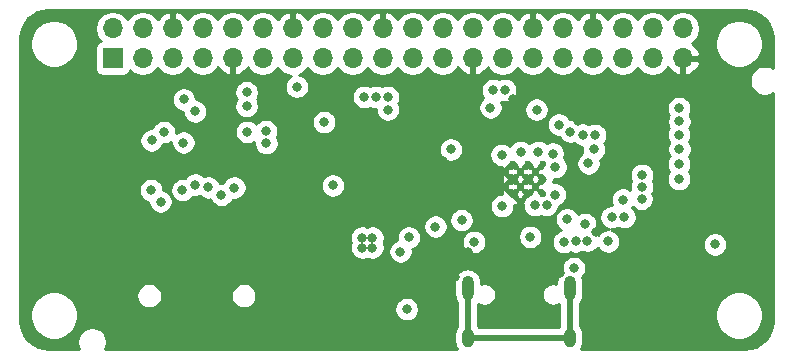
<source format=gbr>
%TF.GenerationSoftware,KiCad,Pcbnew,(5.1.8-0-10_14)*%
%TF.CreationDate,2021-08-19T17:30:32+08:00*%
%TF.ProjectId,microbyte-rp2040,6d696372-6f62-4797-9465-2d7270323034,rev?*%
%TF.SameCoordinates,Original*%
%TF.FileFunction,Copper,L2,Inr*%
%TF.FilePolarity,Positive*%
%FSLAX46Y46*%
G04 Gerber Fmt 4.6, Leading zero omitted, Abs format (unit mm)*
G04 Created by KiCad (PCBNEW (5.1.8-0-10_14)) date 2021-08-19 17:30:32*
%MOMM*%
%LPD*%
G01*
G04 APERTURE LIST*
%TA.AperFunction,ComponentPad*%
%ADD10C,0.600000*%
%TD*%
%TA.AperFunction,ComponentPad*%
%ADD11O,1.700000X1.700000*%
%TD*%
%TA.AperFunction,ComponentPad*%
%ADD12R,1.700000X1.700000*%
%TD*%
%TA.AperFunction,ComponentPad*%
%ADD13O,1.000000X2.100000*%
%TD*%
%TA.AperFunction,ComponentPad*%
%ADD14O,1.000000X1.600000*%
%TD*%
%TA.AperFunction,ViaPad*%
%ADD15C,0.800000*%
%TD*%
%TA.AperFunction,Conductor*%
%ADD16C,0.500000*%
%TD*%
%TA.AperFunction,Conductor*%
%ADD17C,0.254000*%
%TD*%
%TA.AperFunction,Conductor*%
%ADD18C,0.100000*%
%TD*%
G04 APERTURE END LIST*
D10*
%TO.N,GND*%
%TO.C,U4*%
X160955000Y-95115000D03*
X159680000Y-95115000D03*
X158405000Y-95115000D03*
X160955000Y-93840000D03*
X159680000Y-93840000D03*
X158405000Y-93840000D03*
X160955000Y-92565000D03*
X159680000Y-92565000D03*
X158405000Y-92565000D03*
%TD*%
D11*
%TO.N,SPI0_MISO*%
%TO.C,J4*%
X172800000Y-81090000D03*
%TO.N,GND*%
X172800000Y-83630000D03*
%TO.N,SPI0_MOSI*%
X170260000Y-81090000D03*
%TO.N,+BATT*%
X170260000Y-83630000D03*
%TO.N,SPI0_SCK*%
X167720000Y-81090000D03*
%TO.N,GPIO16*%
X167720000Y-83630000D03*
%TO.N,GND*%
X165180000Y-81090000D03*
%TO.N,GPIO17*%
X165180000Y-83630000D03*
%TO.N,GPIO5*%
X162640000Y-81090000D03*
%TO.N,GPIO18*%
X162640000Y-83630000D03*
%TO.N,GND*%
X160100000Y-81090000D03*
%TO.N,GPIO19*%
X160100000Y-83630000D03*
%TO.N,SWDCK*%
X157560000Y-81090000D03*
%TO.N,GPIO20*%
X157560000Y-83630000D03*
%TO.N,SWDIO*%
X155020000Y-81090000D03*
%TO.N,GND*%
X155020000Y-83630000D03*
%TO.N,ADC0*%
X152480000Y-81090000D03*
%TO.N,GPIO21*%
X152480000Y-83630000D03*
%TO.N,ADC1*%
X149940000Y-81090000D03*
%TO.N,GPIO22*%
X149940000Y-83630000D03*
%TO.N,GND*%
X147400000Y-81090000D03*
%TO.N,GPIO23*%
X147400000Y-83630000D03*
%TO.N,ADC2*%
X144860000Y-81090000D03*
%TO.N,+3V3*%
X144860000Y-83630000D03*
%TO.N,ADC3*%
X142320000Y-81090000D03*
%TO.N,GPIO24*%
X142320000Y-83630000D03*
%TO.N,GND*%
X139780000Y-81090000D03*
%TO.N,GPIO25*%
X139780000Y-83630000D03*
%TO.N,Net-(J4-Pad12)*%
X137240000Y-81090000D03*
%TO.N,Net-(J4-Pad11)*%
X137240000Y-83630000D03*
%TO.N,UART0_RX*%
X134700000Y-81090000D03*
%TO.N,GND*%
X134700000Y-83630000D03*
%TO.N,UART0_TX*%
X132160000Y-81090000D03*
%TO.N,+3.3VA*%
X132160000Y-83630000D03*
%TO.N,GND*%
X129620000Y-81090000D03*
%TO.N,I2C1_SCL*%
X129620000Y-83630000D03*
%TO.N,+5V*%
X127080000Y-81090000D03*
%TO.N,I2C1_SDA*%
X127080000Y-83630000D03*
%TO.N,+5V*%
X124540000Y-81090000D03*
D12*
%TO.N,+3V3*%
X124540000Y-83630000D03*
%TD*%
D13*
%TO.N,Net-(J3-PadS1)*%
%TO.C,J3*%
X163250000Y-103090000D03*
X154610000Y-103090000D03*
D14*
X154610000Y-107270000D03*
X163250000Y-107270000D03*
%TD*%
D15*
%TO.N,GND*%
X162409447Y-101830442D03*
X154640000Y-100059979D03*
X163980000Y-88930000D03*
X165449174Y-98340826D03*
X162720000Y-85970000D03*
X166830000Y-92510000D03*
X132720000Y-90300000D03*
X160610000Y-100099990D03*
X153540000Y-102120000D03*
X158460000Y-87060000D03*
X159520000Y-87060000D03*
X152530000Y-96790000D03*
X137850000Y-97140000D03*
X137860000Y-98300000D03*
X139320000Y-97670000D03*
X139260000Y-95980000D03*
X137790000Y-95480000D03*
X136640000Y-96210000D03*
X136530000Y-98360000D03*
X130930000Y-97140000D03*
X132230000Y-98390000D03*
X137250000Y-103980000D03*
X138540000Y-104000000D03*
X123490000Y-101620000D03*
X125760000Y-100780000D03*
X132220000Y-106830000D03*
X126730000Y-102210000D03*
X128440000Y-105910000D03*
X129790000Y-106800000D03*
X126620000Y-106900000D03*
X151190000Y-91600000D03*
X167280000Y-91050000D03*
X129700000Y-104440000D03*
X130800000Y-105760000D03*
X152180000Y-107760000D03*
X146990000Y-104200000D03*
X143680000Y-107360000D03*
X127889704Y-88452413D03*
X164937026Y-101566582D03*
X171450000Y-97660000D03*
X171000000Y-102890000D03*
X171779990Y-100850000D03*
X167390000Y-86580000D03*
X124290000Y-87940000D03*
X124600000Y-94950000D03*
X123780000Y-103340000D03*
X140340000Y-104880000D03*
X118550000Y-86250000D03*
X117690000Y-87450000D03*
X117690000Y-91270000D03*
X118560000Y-92560000D03*
X118600000Y-95220000D03*
X117690000Y-96500000D03*
X118590000Y-101520000D03*
X117690000Y-100250000D03*
X176950000Y-99370000D03*
X126050000Y-91909998D03*
X129330000Y-91920000D03*
X126510000Y-98350000D03*
X126180000Y-96490000D03*
X130400000Y-99000000D03*
X132100000Y-101030000D03*
X133400000Y-102330000D03*
X152480000Y-92350000D03*
X144310000Y-87970000D03*
%TO.N,+3V3*%
X155140000Y-99170000D03*
X130560000Y-87100000D03*
X162740000Y-99180000D03*
X160435145Y-87974905D03*
X159900000Y-98740000D03*
X164540000Y-97660000D03*
X164820000Y-92520000D03*
X149620000Y-98780000D03*
X154090000Y-97320000D03*
X140130000Y-86030000D03*
X130540000Y-90760000D03*
X145670000Y-98810000D03*
X146530000Y-98800000D03*
X145670000Y-99650000D03*
X146540000Y-99650000D03*
X175540000Y-99370000D03*
X131530000Y-94320010D03*
X153168022Y-91329967D03*
%TO.N,+5V*%
X149440000Y-104860000D03*
X143190000Y-94390000D03*
%TO.N,+1V1*%
X159080260Y-91540011D03*
X157520000Y-96139989D03*
%TO.N,+3.3VA*%
X151860000Y-97880000D03*
%TO.N,SDIO_DAT0*%
X163270000Y-89830000D03*
X128600000Y-95750000D03*
X172520000Y-88960000D03*
%TO.N,SDIO_CLK*%
X161802168Y-91687833D03*
X130450000Y-94780000D03*
X172500000Y-90090000D03*
%TO.N,SDIO_CMD*%
X132650000Y-94550000D03*
X160580006Y-91540021D03*
X172530000Y-91300000D03*
%TO.N,SDIO_DAT3*%
X165290000Y-91330000D03*
X133750000Y-95180000D03*
X172480000Y-93850000D03*
%TO.N,SDIO_DAT2*%
X165400000Y-90120000D03*
X134840000Y-94570000D03*
X172490000Y-92590000D03*
%TO.N,SDIO_DAT1*%
X164323719Y-90084934D03*
X127795025Y-94784975D03*
X172510000Y-87840000D03*
%TO.N,GPIO5*%
X169349949Y-93497609D03*
%TO.N,SPI0_MISO*%
X169355621Y-94497595D03*
%TO.N,SPI0_MOSI*%
X169330000Y-95520000D03*
%TO.N,SPI0_SCK*%
X167750000Y-95590000D03*
%TO.N,UART0_RX*%
X167870000Y-97080000D03*
%TO.N,UART0_TX*%
X166780000Y-97080000D03*
%TO.N,SWDCK*%
X157760000Y-86300000D03*
%TO.N,SWDIO*%
X156760081Y-86312819D03*
%TO.N,ADC3*%
X145840059Y-86890070D03*
%TO.N,ADC2*%
X146840060Y-86888890D03*
%TO.N,ADC1*%
X147840000Y-86900000D03*
%TO.N,ADC0*%
X147840000Y-87970000D03*
%TO.N,GPIO16*%
X156530000Y-87790000D03*
%TO.N,RESET*%
X157472133Y-91792488D03*
X127840000Y-90580000D03*
%TO.N,QSPI_CS*%
X163010000Y-97250000D03*
X135890000Y-86490000D03*
%TO.N,QSPI_D3*%
X160284846Y-96064895D03*
X137520000Y-89780000D03*
%TO.N,QSPI_CLK*%
X161284673Y-96046167D03*
X142440000Y-89030000D03*
%TO.N,QSPI_D0*%
X163738102Y-99118389D03*
X137550000Y-90810000D03*
%TO.N,QSPI_D2*%
X164736841Y-99068147D03*
X135920000Y-89860000D03*
%TO.N,QSPI_D1*%
X161990000Y-95160000D03*
X135889629Y-87679629D03*
%TO.N,LED2_BUILT_IN*%
X162310000Y-89240000D03*
X131520000Y-88120000D03*
%TO.N,LED1_BUILT_IN*%
X162019979Y-92830000D03*
X166490000Y-99120000D03*
X128880000Y-89880000D03*
%TO.N,Net-(J3-PadA4)*%
X163590000Y-101380020D03*
X148900000Y-99980000D03*
%TD*%
D16*
%TO.N,Net-(J3-PadS1)*%
X163250000Y-107270000D02*
X163250000Y-103090000D01*
X154610000Y-107270000D02*
X154610000Y-103090000D01*
X163250000Y-107270000D02*
X154610000Y-107270000D01*
%TD*%
D17*
%TO.N,GND*%
X178523893Y-79597670D02*
X178960498Y-79729489D01*
X179363185Y-79943600D01*
X179716612Y-80231848D01*
X180007327Y-80583261D01*
X180224242Y-80984439D01*
X180359106Y-81420113D01*
X180410000Y-81904344D01*
X180410000Y-84446694D01*
X180327731Y-84391724D01*
X180098081Y-84296600D01*
X179854286Y-84248106D01*
X179605714Y-84248106D01*
X179361919Y-84296600D01*
X179132269Y-84391724D01*
X178925589Y-84529823D01*
X178749823Y-84705589D01*
X178611724Y-84912269D01*
X178516600Y-85141919D01*
X178468106Y-85385714D01*
X178468106Y-85634286D01*
X178516600Y-85878081D01*
X178611724Y-86107731D01*
X178749823Y-86314411D01*
X178925589Y-86490177D01*
X179132269Y-86628276D01*
X179361919Y-86723400D01*
X179605714Y-86771894D01*
X179854286Y-86771894D01*
X180098081Y-86723400D01*
X180327731Y-86628276D01*
X180410000Y-86573306D01*
X180410001Y-105857711D01*
X180362330Y-106343894D01*
X180230512Y-106780497D01*
X180016399Y-107183186D01*
X179728150Y-107536613D01*
X179376739Y-107827327D01*
X178975564Y-108044240D01*
X178539886Y-108179106D01*
X178055664Y-108230000D01*
X164176637Y-108230000D01*
X164198284Y-108203623D01*
X164303676Y-108006446D01*
X164368577Y-107792498D01*
X164385000Y-107625751D01*
X164385000Y-106914248D01*
X164368577Y-106747501D01*
X164303676Y-106533553D01*
X164198284Y-106336377D01*
X164135000Y-106259265D01*
X164135000Y-105189033D01*
X175529545Y-105189033D01*
X175529545Y-105590967D01*
X175607958Y-105985179D01*
X175761772Y-106356518D01*
X175985075Y-106690714D01*
X176269286Y-106974925D01*
X176603482Y-107198228D01*
X176974821Y-107352042D01*
X177369033Y-107430455D01*
X177770967Y-107430455D01*
X178165179Y-107352042D01*
X178536518Y-107198228D01*
X178870714Y-106974925D01*
X179154925Y-106690714D01*
X179378228Y-106356518D01*
X179532042Y-105985179D01*
X179610455Y-105590967D01*
X179610455Y-105189033D01*
X179532042Y-104794821D01*
X179378228Y-104423482D01*
X179154925Y-104089286D01*
X178870714Y-103805075D01*
X178536518Y-103581772D01*
X178165179Y-103427958D01*
X177770967Y-103349545D01*
X177369033Y-103349545D01*
X176974821Y-103427958D01*
X176603482Y-103581772D01*
X176269286Y-103805075D01*
X175985075Y-104089286D01*
X175761772Y-104423482D01*
X175607958Y-104794821D01*
X175529545Y-105189033D01*
X164135000Y-105189033D01*
X164135000Y-104350735D01*
X164198284Y-104273623D01*
X164303676Y-104076447D01*
X164368577Y-103862499D01*
X164385000Y-103695752D01*
X164385000Y-102484248D01*
X164368577Y-102317501D01*
X164309844Y-102123887D01*
X164393937Y-102039794D01*
X164507205Y-101870276D01*
X164585226Y-101681918D01*
X164625000Y-101481959D01*
X164625000Y-101278081D01*
X164585226Y-101078122D01*
X164507205Y-100889764D01*
X164393937Y-100720246D01*
X164249774Y-100576083D01*
X164080256Y-100462815D01*
X163891898Y-100384794D01*
X163691939Y-100345020D01*
X163488061Y-100345020D01*
X163288102Y-100384794D01*
X163099744Y-100462815D01*
X162930226Y-100576083D01*
X162786063Y-100720246D01*
X162672795Y-100889764D01*
X162594774Y-101078122D01*
X162555000Y-101278081D01*
X162555000Y-101481959D01*
X162582381Y-101619616D01*
X162443551Y-101733551D01*
X162301716Y-101906377D01*
X162196324Y-102103554D01*
X162131423Y-102317502D01*
X162115000Y-102484249D01*
X162115000Y-102703096D01*
X162100022Y-102696892D01*
X161914552Y-102660000D01*
X161725448Y-102660000D01*
X161539978Y-102696892D01*
X161365269Y-102769259D01*
X161208036Y-102874319D01*
X161074319Y-103008036D01*
X160969259Y-103165269D01*
X160896892Y-103339978D01*
X160860000Y-103525448D01*
X160860000Y-103714552D01*
X160896892Y-103900022D01*
X160969259Y-104074731D01*
X161074319Y-104231964D01*
X161208036Y-104365681D01*
X161365269Y-104470741D01*
X161539978Y-104543108D01*
X161725448Y-104580000D01*
X161914552Y-104580000D01*
X162100022Y-104543108D01*
X162274731Y-104470741D01*
X162365001Y-104410425D01*
X162365000Y-106259265D01*
X162301716Y-106336377D01*
X162275727Y-106385000D01*
X155584273Y-106385000D01*
X155558284Y-106336377D01*
X155495000Y-106259265D01*
X155495000Y-104410425D01*
X155585269Y-104470741D01*
X155759978Y-104543108D01*
X155945448Y-104580000D01*
X156134552Y-104580000D01*
X156320022Y-104543108D01*
X156494731Y-104470741D01*
X156651964Y-104365681D01*
X156785681Y-104231964D01*
X156890741Y-104074731D01*
X156963108Y-103900022D01*
X157000000Y-103714552D01*
X157000000Y-103525448D01*
X156963108Y-103339978D01*
X156890741Y-103165269D01*
X156785681Y-103008036D01*
X156651964Y-102874319D01*
X156494731Y-102769259D01*
X156320022Y-102696892D01*
X156134552Y-102660000D01*
X155945448Y-102660000D01*
X155759978Y-102696892D01*
X155745000Y-102703096D01*
X155745000Y-102484248D01*
X155728577Y-102317501D01*
X155663676Y-102103553D01*
X155558284Y-101906377D01*
X155416449Y-101733551D01*
X155243623Y-101591716D01*
X155046446Y-101486324D01*
X154832498Y-101421423D01*
X154610000Y-101399509D01*
X154387501Y-101421423D01*
X154173553Y-101486324D01*
X153976377Y-101591716D01*
X153803551Y-101733551D01*
X153661716Y-101906377D01*
X153556324Y-102103554D01*
X153491423Y-102317502D01*
X153475000Y-102484249D01*
X153475000Y-103695752D01*
X153491423Y-103862499D01*
X153556324Y-104076447D01*
X153661717Y-104273623D01*
X153725001Y-104350734D01*
X153725000Y-106259265D01*
X153661716Y-106336377D01*
X153556324Y-106533554D01*
X153491423Y-106747502D01*
X153475000Y-106914249D01*
X153475000Y-107625752D01*
X153491423Y-107792499D01*
X153556324Y-108006447D01*
X153661717Y-108203623D01*
X153683364Y-108230000D01*
X123921478Y-108230000D01*
X124013400Y-108008081D01*
X124061894Y-107764286D01*
X124061894Y-107515714D01*
X124013400Y-107271919D01*
X123918276Y-107042269D01*
X123780177Y-106835589D01*
X123604411Y-106659823D01*
X123397731Y-106521724D01*
X123168081Y-106426600D01*
X122924286Y-106378106D01*
X122675714Y-106378106D01*
X122431919Y-106426600D01*
X122202269Y-106521724D01*
X121995589Y-106659823D01*
X121819823Y-106835589D01*
X121681724Y-107042269D01*
X121586600Y-107271919D01*
X121538106Y-107515714D01*
X121538106Y-107764286D01*
X121586600Y-108008081D01*
X121678522Y-108230000D01*
X119102279Y-108230000D01*
X118616106Y-108182330D01*
X118179503Y-108050512D01*
X117776814Y-107836399D01*
X117423387Y-107548150D01*
X117132673Y-107196739D01*
X116915760Y-106795564D01*
X116780894Y-106359886D01*
X116730000Y-105875664D01*
X116730000Y-105189033D01*
X117529545Y-105189033D01*
X117529545Y-105590967D01*
X117607958Y-105985179D01*
X117761772Y-106356518D01*
X117985075Y-106690714D01*
X118269286Y-106974925D01*
X118603482Y-107198228D01*
X118974821Y-107352042D01*
X119369033Y-107430455D01*
X119770967Y-107430455D01*
X120165179Y-107352042D01*
X120536518Y-107198228D01*
X120870714Y-106974925D01*
X121154925Y-106690714D01*
X121378228Y-106356518D01*
X121532042Y-105985179D01*
X121610455Y-105590967D01*
X121610455Y-105189033D01*
X121532042Y-104794821D01*
X121378228Y-104423482D01*
X121154925Y-104089286D01*
X120870714Y-103805075D01*
X120583459Y-103613137D01*
X126550000Y-103613137D01*
X126550000Y-103826863D01*
X126591696Y-104036483D01*
X126673485Y-104233940D01*
X126792225Y-104411647D01*
X126943353Y-104562775D01*
X127121060Y-104681515D01*
X127318517Y-104763304D01*
X127528137Y-104805000D01*
X127741863Y-104805000D01*
X127951483Y-104763304D01*
X128148940Y-104681515D01*
X128326647Y-104562775D01*
X128477775Y-104411647D01*
X128596515Y-104233940D01*
X128678304Y-104036483D01*
X128720000Y-103826863D01*
X128720000Y-103613137D01*
X134550000Y-103613137D01*
X134550000Y-103826863D01*
X134591696Y-104036483D01*
X134673485Y-104233940D01*
X134792225Y-104411647D01*
X134943353Y-104562775D01*
X135121060Y-104681515D01*
X135318517Y-104763304D01*
X135528137Y-104805000D01*
X135741863Y-104805000D01*
X135951483Y-104763304D01*
X135964140Y-104758061D01*
X148405000Y-104758061D01*
X148405000Y-104961939D01*
X148444774Y-105161898D01*
X148522795Y-105350256D01*
X148636063Y-105519774D01*
X148780226Y-105663937D01*
X148949744Y-105777205D01*
X149138102Y-105855226D01*
X149338061Y-105895000D01*
X149541939Y-105895000D01*
X149741898Y-105855226D01*
X149930256Y-105777205D01*
X150099774Y-105663937D01*
X150243937Y-105519774D01*
X150357205Y-105350256D01*
X150435226Y-105161898D01*
X150475000Y-104961939D01*
X150475000Y-104758061D01*
X150435226Y-104558102D01*
X150357205Y-104369744D01*
X150243937Y-104200226D01*
X150099774Y-104056063D01*
X149930256Y-103942795D01*
X149741898Y-103864774D01*
X149541939Y-103825000D01*
X149338061Y-103825000D01*
X149138102Y-103864774D01*
X148949744Y-103942795D01*
X148780226Y-104056063D01*
X148636063Y-104200226D01*
X148522795Y-104369744D01*
X148444774Y-104558102D01*
X148405000Y-104758061D01*
X135964140Y-104758061D01*
X136148940Y-104681515D01*
X136326647Y-104562775D01*
X136477775Y-104411647D01*
X136596515Y-104233940D01*
X136678304Y-104036483D01*
X136720000Y-103826863D01*
X136720000Y-103613137D01*
X136678304Y-103403517D01*
X136596515Y-103206060D01*
X136477775Y-103028353D01*
X136326647Y-102877225D01*
X136148940Y-102758485D01*
X135951483Y-102676696D01*
X135741863Y-102635000D01*
X135528137Y-102635000D01*
X135318517Y-102676696D01*
X135121060Y-102758485D01*
X134943353Y-102877225D01*
X134792225Y-103028353D01*
X134673485Y-103206060D01*
X134591696Y-103403517D01*
X134550000Y-103613137D01*
X128720000Y-103613137D01*
X128678304Y-103403517D01*
X128596515Y-103206060D01*
X128477775Y-103028353D01*
X128326647Y-102877225D01*
X128148940Y-102758485D01*
X127951483Y-102676696D01*
X127741863Y-102635000D01*
X127528137Y-102635000D01*
X127318517Y-102676696D01*
X127121060Y-102758485D01*
X126943353Y-102877225D01*
X126792225Y-103028353D01*
X126673485Y-103206060D01*
X126591696Y-103403517D01*
X126550000Y-103613137D01*
X120583459Y-103613137D01*
X120536518Y-103581772D01*
X120165179Y-103427958D01*
X119770967Y-103349545D01*
X119369033Y-103349545D01*
X118974821Y-103427958D01*
X118603482Y-103581772D01*
X118269286Y-103805075D01*
X117985075Y-104089286D01*
X117761772Y-104423482D01*
X117607958Y-104794821D01*
X117529545Y-105189033D01*
X116730000Y-105189033D01*
X116730000Y-98708061D01*
X144635000Y-98708061D01*
X144635000Y-98911939D01*
X144674774Y-99111898D01*
X144723694Y-99230000D01*
X144674774Y-99348102D01*
X144635000Y-99548061D01*
X144635000Y-99751939D01*
X144674774Y-99951898D01*
X144752795Y-100140256D01*
X144866063Y-100309774D01*
X145010226Y-100453937D01*
X145179744Y-100567205D01*
X145368102Y-100645226D01*
X145568061Y-100685000D01*
X145771939Y-100685000D01*
X145971898Y-100645226D01*
X146105000Y-100590093D01*
X146238102Y-100645226D01*
X146438061Y-100685000D01*
X146641939Y-100685000D01*
X146841898Y-100645226D01*
X147030256Y-100567205D01*
X147199774Y-100453937D01*
X147343937Y-100309774D01*
X147457205Y-100140256D01*
X147535226Y-99951898D01*
X147549912Y-99878061D01*
X147865000Y-99878061D01*
X147865000Y-100081939D01*
X147904774Y-100281898D01*
X147982795Y-100470256D01*
X148096063Y-100639774D01*
X148240226Y-100783937D01*
X148409744Y-100897205D01*
X148598102Y-100975226D01*
X148798061Y-101015000D01*
X149001939Y-101015000D01*
X149201898Y-100975226D01*
X149390256Y-100897205D01*
X149559774Y-100783937D01*
X149703937Y-100639774D01*
X149817205Y-100470256D01*
X149895226Y-100281898D01*
X149935000Y-100081939D01*
X149935000Y-99878061D01*
X149914825Y-99776633D01*
X149921898Y-99775226D01*
X150110256Y-99697205D01*
X150279774Y-99583937D01*
X150423937Y-99439774D01*
X150537205Y-99270256D01*
X150615226Y-99081898D01*
X150617978Y-99068061D01*
X154105000Y-99068061D01*
X154105000Y-99271939D01*
X154144774Y-99471898D01*
X154222795Y-99660256D01*
X154336063Y-99829774D01*
X154480226Y-99973937D01*
X154649744Y-100087205D01*
X154838102Y-100165226D01*
X155038061Y-100205000D01*
X155241939Y-100205000D01*
X155441898Y-100165226D01*
X155630256Y-100087205D01*
X155799774Y-99973937D01*
X155943937Y-99829774D01*
X156057205Y-99660256D01*
X156135226Y-99471898D01*
X156175000Y-99271939D01*
X156175000Y-99068061D01*
X156135226Y-98868102D01*
X156057205Y-98679744D01*
X156029354Y-98638061D01*
X158865000Y-98638061D01*
X158865000Y-98841939D01*
X158904774Y-99041898D01*
X158982795Y-99230256D01*
X159096063Y-99399774D01*
X159240226Y-99543937D01*
X159409744Y-99657205D01*
X159598102Y-99735226D01*
X159798061Y-99775000D01*
X160001939Y-99775000D01*
X160201898Y-99735226D01*
X160390256Y-99657205D01*
X160559774Y-99543937D01*
X160703937Y-99399774D01*
X160817205Y-99230256D01*
X160880246Y-99078061D01*
X161705000Y-99078061D01*
X161705000Y-99281939D01*
X161744774Y-99481898D01*
X161822795Y-99670256D01*
X161936063Y-99839774D01*
X162080226Y-99983937D01*
X162249744Y-100097205D01*
X162438102Y-100175226D01*
X162638061Y-100215000D01*
X162841939Y-100215000D01*
X163041898Y-100175226D01*
X163230256Y-100097205D01*
X163293909Y-100054674D01*
X163436204Y-100113615D01*
X163636163Y-100153389D01*
X163840041Y-100153389D01*
X164040000Y-100113615D01*
X164228358Y-100035594D01*
X164281751Y-99999918D01*
X164434943Y-100063373D01*
X164634902Y-100103147D01*
X164838780Y-100103147D01*
X165038739Y-100063373D01*
X165227097Y-99985352D01*
X165396615Y-99872084D01*
X165540778Y-99727921D01*
X165596097Y-99645130D01*
X165686063Y-99779774D01*
X165830226Y-99923937D01*
X165999744Y-100037205D01*
X166188102Y-100115226D01*
X166388061Y-100155000D01*
X166591939Y-100155000D01*
X166791898Y-100115226D01*
X166980256Y-100037205D01*
X167149774Y-99923937D01*
X167293937Y-99779774D01*
X167407205Y-99610256D01*
X167485226Y-99421898D01*
X167515825Y-99268061D01*
X174505000Y-99268061D01*
X174505000Y-99471939D01*
X174544774Y-99671898D01*
X174622795Y-99860256D01*
X174736063Y-100029774D01*
X174880226Y-100173937D01*
X175049744Y-100287205D01*
X175238102Y-100365226D01*
X175438061Y-100405000D01*
X175641939Y-100405000D01*
X175841898Y-100365226D01*
X176030256Y-100287205D01*
X176199774Y-100173937D01*
X176343937Y-100029774D01*
X176457205Y-99860256D01*
X176535226Y-99671898D01*
X176575000Y-99471939D01*
X176575000Y-99268061D01*
X176535226Y-99068102D01*
X176457205Y-98879744D01*
X176343937Y-98710226D01*
X176199774Y-98566063D01*
X176030256Y-98452795D01*
X175841898Y-98374774D01*
X175641939Y-98335000D01*
X175438061Y-98335000D01*
X175238102Y-98374774D01*
X175049744Y-98452795D01*
X174880226Y-98566063D01*
X174736063Y-98710226D01*
X174622795Y-98879744D01*
X174544774Y-99068102D01*
X174505000Y-99268061D01*
X167515825Y-99268061D01*
X167525000Y-99221939D01*
X167525000Y-99018061D01*
X167485226Y-98818102D01*
X167407205Y-98629744D01*
X167293937Y-98460226D01*
X167149774Y-98316063D01*
X166980256Y-98202795D01*
X166791898Y-98124774D01*
X166742760Y-98115000D01*
X166881939Y-98115000D01*
X167081898Y-98075226D01*
X167270256Y-97997205D01*
X167325000Y-97960626D01*
X167379744Y-97997205D01*
X167568102Y-98075226D01*
X167768061Y-98115000D01*
X167971939Y-98115000D01*
X168171898Y-98075226D01*
X168360256Y-97997205D01*
X168529774Y-97883937D01*
X168673937Y-97739774D01*
X168787205Y-97570256D01*
X168865226Y-97381898D01*
X168905000Y-97181939D01*
X168905000Y-96978061D01*
X168865226Y-96778102D01*
X168787205Y-96589744D01*
X168673937Y-96420226D01*
X168529774Y-96276063D01*
X168528500Y-96275211D01*
X168553937Y-96249774D01*
X168570810Y-96224521D01*
X168670226Y-96323937D01*
X168839744Y-96437205D01*
X169028102Y-96515226D01*
X169228061Y-96555000D01*
X169431939Y-96555000D01*
X169631898Y-96515226D01*
X169820256Y-96437205D01*
X169989774Y-96323937D01*
X170133937Y-96179774D01*
X170247205Y-96010256D01*
X170325226Y-95821898D01*
X170365000Y-95621939D01*
X170365000Y-95418061D01*
X170325226Y-95218102D01*
X170247205Y-95029744D01*
X170246020Y-95027970D01*
X170272826Y-94987851D01*
X170350847Y-94799493D01*
X170390621Y-94599534D01*
X170390621Y-94395656D01*
X170350847Y-94195697D01*
X170272826Y-94007339D01*
X170263484Y-93993358D01*
X170267154Y-93987865D01*
X170345175Y-93799507D01*
X170355408Y-93748061D01*
X171445000Y-93748061D01*
X171445000Y-93951939D01*
X171484774Y-94151898D01*
X171562795Y-94340256D01*
X171676063Y-94509774D01*
X171820226Y-94653937D01*
X171989744Y-94767205D01*
X172178102Y-94845226D01*
X172378061Y-94885000D01*
X172581939Y-94885000D01*
X172781898Y-94845226D01*
X172970256Y-94767205D01*
X173139774Y-94653937D01*
X173283937Y-94509774D01*
X173397205Y-94340256D01*
X173475226Y-94151898D01*
X173515000Y-93951939D01*
X173515000Y-93748061D01*
X173475226Y-93548102D01*
X173397205Y-93359744D01*
X173308831Y-93227483D01*
X173407205Y-93080256D01*
X173485226Y-92891898D01*
X173525000Y-92691939D01*
X173525000Y-92488061D01*
X173485226Y-92288102D01*
X173407205Y-92099744D01*
X173321794Y-91971917D01*
X173333937Y-91959774D01*
X173447205Y-91790256D01*
X173525226Y-91601898D01*
X173565000Y-91401939D01*
X173565000Y-91198061D01*
X173525226Y-90998102D01*
X173447205Y-90809744D01*
X173355536Y-90672551D01*
X173417205Y-90580256D01*
X173495226Y-90391898D01*
X173535000Y-90191939D01*
X173535000Y-89988061D01*
X173495226Y-89788102D01*
X173417205Y-89599744D01*
X173377263Y-89539966D01*
X173437205Y-89450256D01*
X173515226Y-89261898D01*
X173555000Y-89061939D01*
X173555000Y-88858061D01*
X173515226Y-88658102D01*
X173437205Y-88469744D01*
X173385604Y-88392517D01*
X173427205Y-88330256D01*
X173505226Y-88141898D01*
X173545000Y-87941939D01*
X173545000Y-87738061D01*
X173505226Y-87538102D01*
X173427205Y-87349744D01*
X173313937Y-87180226D01*
X173169774Y-87036063D01*
X173000256Y-86922795D01*
X172811898Y-86844774D01*
X172611939Y-86805000D01*
X172408061Y-86805000D01*
X172208102Y-86844774D01*
X172019744Y-86922795D01*
X171850226Y-87036063D01*
X171706063Y-87180226D01*
X171592795Y-87349744D01*
X171514774Y-87538102D01*
X171475000Y-87738061D01*
X171475000Y-87941939D01*
X171514774Y-88141898D01*
X171592795Y-88330256D01*
X171644396Y-88407483D01*
X171602795Y-88469744D01*
X171524774Y-88658102D01*
X171485000Y-88858061D01*
X171485000Y-89061939D01*
X171524774Y-89261898D01*
X171602795Y-89450256D01*
X171642737Y-89510034D01*
X171582795Y-89599744D01*
X171504774Y-89788102D01*
X171465000Y-89988061D01*
X171465000Y-90191939D01*
X171504774Y-90391898D01*
X171582795Y-90580256D01*
X171674464Y-90717449D01*
X171612795Y-90809744D01*
X171534774Y-90998102D01*
X171495000Y-91198061D01*
X171495000Y-91401939D01*
X171534774Y-91601898D01*
X171612795Y-91790256D01*
X171698206Y-91918083D01*
X171686063Y-91930226D01*
X171572795Y-92099744D01*
X171494774Y-92288102D01*
X171455000Y-92488061D01*
X171455000Y-92691939D01*
X171494774Y-92891898D01*
X171572795Y-93080256D01*
X171661169Y-93212517D01*
X171562795Y-93359744D01*
X171484774Y-93548102D01*
X171445000Y-93748061D01*
X170355408Y-93748061D01*
X170384949Y-93599548D01*
X170384949Y-93395670D01*
X170345175Y-93195711D01*
X170267154Y-93007353D01*
X170153886Y-92837835D01*
X170009723Y-92693672D01*
X169840205Y-92580404D01*
X169651847Y-92502383D01*
X169451888Y-92462609D01*
X169248010Y-92462609D01*
X169048051Y-92502383D01*
X168859693Y-92580404D01*
X168690175Y-92693672D01*
X168546012Y-92837835D01*
X168432744Y-93007353D01*
X168354723Y-93195711D01*
X168314949Y-93395670D01*
X168314949Y-93599548D01*
X168354723Y-93799507D01*
X168432744Y-93987865D01*
X168442086Y-94001846D01*
X168438416Y-94007339D01*
X168360395Y-94195697D01*
X168320621Y-94395656D01*
X168320621Y-94599534D01*
X168349745Y-94745953D01*
X168240256Y-94672795D01*
X168051898Y-94594774D01*
X167851939Y-94555000D01*
X167648061Y-94555000D01*
X167448102Y-94594774D01*
X167259744Y-94672795D01*
X167090226Y-94786063D01*
X166946063Y-94930226D01*
X166832795Y-95099744D01*
X166754774Y-95288102D01*
X166715000Y-95488061D01*
X166715000Y-95691939D01*
X166754774Y-95891898D01*
X166818191Y-96045000D01*
X166678061Y-96045000D01*
X166478102Y-96084774D01*
X166289744Y-96162795D01*
X166120226Y-96276063D01*
X165976063Y-96420226D01*
X165862795Y-96589744D01*
X165784774Y-96778102D01*
X165745000Y-96978061D01*
X165745000Y-97181939D01*
X165784774Y-97381898D01*
X165862795Y-97570256D01*
X165976063Y-97739774D01*
X166120226Y-97883937D01*
X166289744Y-97997205D01*
X166478102Y-98075226D01*
X166527240Y-98085000D01*
X166388061Y-98085000D01*
X166188102Y-98124774D01*
X165999744Y-98202795D01*
X165830226Y-98316063D01*
X165686063Y-98460226D01*
X165630744Y-98543017D01*
X165540778Y-98408373D01*
X165396615Y-98264210D01*
X165385864Y-98257026D01*
X165457205Y-98150256D01*
X165535226Y-97961898D01*
X165575000Y-97761939D01*
X165575000Y-97558061D01*
X165535226Y-97358102D01*
X165457205Y-97169744D01*
X165343937Y-97000226D01*
X165199774Y-96856063D01*
X165030256Y-96742795D01*
X164841898Y-96664774D01*
X164641939Y-96625000D01*
X164438061Y-96625000D01*
X164238102Y-96664774D01*
X164049744Y-96742795D01*
X163948270Y-96810598D01*
X163927205Y-96759744D01*
X163813937Y-96590226D01*
X163669774Y-96446063D01*
X163500256Y-96332795D01*
X163311898Y-96254774D01*
X163111939Y-96215000D01*
X162908061Y-96215000D01*
X162708102Y-96254774D01*
X162519744Y-96332795D01*
X162350226Y-96446063D01*
X162206063Y-96590226D01*
X162092795Y-96759744D01*
X162014774Y-96948102D01*
X161975000Y-97148061D01*
X161975000Y-97351939D01*
X162014774Y-97551898D01*
X162092795Y-97740256D01*
X162206063Y-97909774D01*
X162350226Y-98053937D01*
X162519744Y-98167205D01*
X162521912Y-98168103D01*
X162438102Y-98184774D01*
X162249744Y-98262795D01*
X162080226Y-98376063D01*
X161936063Y-98520226D01*
X161822795Y-98689744D01*
X161744774Y-98878102D01*
X161705000Y-99078061D01*
X160880246Y-99078061D01*
X160895226Y-99041898D01*
X160935000Y-98841939D01*
X160935000Y-98638061D01*
X160895226Y-98438102D01*
X160817205Y-98249744D01*
X160703937Y-98080226D01*
X160559774Y-97936063D01*
X160390256Y-97822795D01*
X160201898Y-97744774D01*
X160001939Y-97705000D01*
X159798061Y-97705000D01*
X159598102Y-97744774D01*
X159409744Y-97822795D01*
X159240226Y-97936063D01*
X159096063Y-98080226D01*
X158982795Y-98249744D01*
X158904774Y-98438102D01*
X158865000Y-98638061D01*
X156029354Y-98638061D01*
X155943937Y-98510226D01*
X155799774Y-98366063D01*
X155630256Y-98252795D01*
X155441898Y-98174774D01*
X155241939Y-98135000D01*
X155038061Y-98135000D01*
X154838102Y-98174774D01*
X154649744Y-98252795D01*
X154480226Y-98366063D01*
X154336063Y-98510226D01*
X154222795Y-98679744D01*
X154144774Y-98868102D01*
X154105000Y-99068061D01*
X150617978Y-99068061D01*
X150655000Y-98881939D01*
X150655000Y-98678061D01*
X150615226Y-98478102D01*
X150537205Y-98289744D01*
X150423937Y-98120226D01*
X150279774Y-97976063D01*
X150110256Y-97862795D01*
X149921898Y-97784774D01*
X149888150Y-97778061D01*
X150825000Y-97778061D01*
X150825000Y-97981939D01*
X150864774Y-98181898D01*
X150942795Y-98370256D01*
X151056063Y-98539774D01*
X151200226Y-98683937D01*
X151369744Y-98797205D01*
X151558102Y-98875226D01*
X151758061Y-98915000D01*
X151961939Y-98915000D01*
X152161898Y-98875226D01*
X152350256Y-98797205D01*
X152519774Y-98683937D01*
X152663937Y-98539774D01*
X152777205Y-98370256D01*
X152855226Y-98181898D01*
X152895000Y-97981939D01*
X152895000Y-97778061D01*
X152855226Y-97578102D01*
X152777205Y-97389744D01*
X152663937Y-97220226D01*
X152661772Y-97218061D01*
X153055000Y-97218061D01*
X153055000Y-97421939D01*
X153094774Y-97621898D01*
X153172795Y-97810256D01*
X153286063Y-97979774D01*
X153430226Y-98123937D01*
X153599744Y-98237205D01*
X153788102Y-98315226D01*
X153988061Y-98355000D01*
X154191939Y-98355000D01*
X154391898Y-98315226D01*
X154580256Y-98237205D01*
X154749774Y-98123937D01*
X154893937Y-97979774D01*
X155007205Y-97810256D01*
X155085226Y-97621898D01*
X155125000Y-97421939D01*
X155125000Y-97218061D01*
X155085226Y-97018102D01*
X155007205Y-96829744D01*
X154893937Y-96660226D01*
X154749774Y-96516063D01*
X154580256Y-96402795D01*
X154391898Y-96324774D01*
X154191939Y-96285000D01*
X153988061Y-96285000D01*
X153788102Y-96324774D01*
X153599744Y-96402795D01*
X153430226Y-96516063D01*
X153286063Y-96660226D01*
X153172795Y-96829744D01*
X153094774Y-97018102D01*
X153055000Y-97218061D01*
X152661772Y-97218061D01*
X152519774Y-97076063D01*
X152350256Y-96962795D01*
X152161898Y-96884774D01*
X151961939Y-96845000D01*
X151758061Y-96845000D01*
X151558102Y-96884774D01*
X151369744Y-96962795D01*
X151200226Y-97076063D01*
X151056063Y-97220226D01*
X150942795Y-97389744D01*
X150864774Y-97578102D01*
X150825000Y-97778061D01*
X149888150Y-97778061D01*
X149721939Y-97745000D01*
X149518061Y-97745000D01*
X149318102Y-97784774D01*
X149129744Y-97862795D01*
X148960226Y-97976063D01*
X148816063Y-98120226D01*
X148702795Y-98289744D01*
X148624774Y-98478102D01*
X148585000Y-98678061D01*
X148585000Y-98881939D01*
X148605175Y-98983367D01*
X148598102Y-98984774D01*
X148409744Y-99062795D01*
X148240226Y-99176063D01*
X148096063Y-99320226D01*
X147982795Y-99489744D01*
X147904774Y-99678102D01*
X147865000Y-99878061D01*
X147549912Y-99878061D01*
X147575000Y-99751939D01*
X147575000Y-99548061D01*
X147535226Y-99348102D01*
X147479235Y-99212929D01*
X147525226Y-99101898D01*
X147565000Y-98901939D01*
X147565000Y-98698061D01*
X147525226Y-98498102D01*
X147447205Y-98309744D01*
X147333937Y-98140226D01*
X147189774Y-97996063D01*
X147020256Y-97882795D01*
X146831898Y-97804774D01*
X146631939Y-97765000D01*
X146428061Y-97765000D01*
X146228102Y-97804774D01*
X146087929Y-97862836D01*
X145971898Y-97814774D01*
X145771939Y-97775000D01*
X145568061Y-97775000D01*
X145368102Y-97814774D01*
X145179744Y-97892795D01*
X145010226Y-98006063D01*
X144866063Y-98150226D01*
X144752795Y-98319744D01*
X144674774Y-98508102D01*
X144635000Y-98708061D01*
X116730000Y-98708061D01*
X116730000Y-94683036D01*
X126760025Y-94683036D01*
X126760025Y-94886914D01*
X126799799Y-95086873D01*
X126877820Y-95275231D01*
X126991088Y-95444749D01*
X127135251Y-95588912D01*
X127304769Y-95702180D01*
X127493127Y-95780201D01*
X127565000Y-95794497D01*
X127565000Y-95851939D01*
X127604774Y-96051898D01*
X127682795Y-96240256D01*
X127796063Y-96409774D01*
X127940226Y-96553937D01*
X128109744Y-96667205D01*
X128298102Y-96745226D01*
X128498061Y-96785000D01*
X128701939Y-96785000D01*
X128901898Y-96745226D01*
X129090256Y-96667205D01*
X129259774Y-96553937D01*
X129403937Y-96409774D01*
X129517205Y-96240256D01*
X129595226Y-96051898D01*
X129635000Y-95851939D01*
X129635000Y-95648061D01*
X129595226Y-95448102D01*
X129517205Y-95259744D01*
X129403937Y-95090226D01*
X129259774Y-94946063D01*
X129090256Y-94832795D01*
X128901898Y-94754774D01*
X128830025Y-94740478D01*
X128830025Y-94683036D01*
X128829036Y-94678061D01*
X129415000Y-94678061D01*
X129415000Y-94881939D01*
X129454774Y-95081898D01*
X129532795Y-95270256D01*
X129646063Y-95439774D01*
X129790226Y-95583937D01*
X129959744Y-95697205D01*
X130148102Y-95775226D01*
X130348061Y-95815000D01*
X130551939Y-95815000D01*
X130751898Y-95775226D01*
X130940256Y-95697205D01*
X131109774Y-95583937D01*
X131253937Y-95439774D01*
X131324357Y-95334382D01*
X131428061Y-95355010D01*
X131631939Y-95355010D01*
X131831898Y-95315236D01*
X131916487Y-95280198D01*
X131990226Y-95353937D01*
X132159744Y-95467205D01*
X132348102Y-95545226D01*
X132548061Y-95585000D01*
X132751939Y-95585000D01*
X132794014Y-95576631D01*
X132832795Y-95670256D01*
X132946063Y-95839774D01*
X133090226Y-95983937D01*
X133259744Y-96097205D01*
X133448102Y-96175226D01*
X133648061Y-96215000D01*
X133851939Y-96215000D01*
X134051898Y-96175226D01*
X134240256Y-96097205D01*
X134328787Y-96038050D01*
X156485000Y-96038050D01*
X156485000Y-96241928D01*
X156524774Y-96441887D01*
X156602795Y-96630245D01*
X156716063Y-96799763D01*
X156860226Y-96943926D01*
X157029744Y-97057194D01*
X157218102Y-97135215D01*
X157418061Y-97174989D01*
X157621939Y-97174989D01*
X157821898Y-97135215D01*
X158010256Y-97057194D01*
X158179774Y-96943926D01*
X158323937Y-96799763D01*
X158437205Y-96630245D01*
X158515226Y-96441887D01*
X158555000Y-96241928D01*
X158555000Y-96038422D01*
X158676061Y-96014574D01*
X158846351Y-95944408D01*
X158849425Y-95942763D01*
X158859936Y-95749541D01*
X158405000Y-95294605D01*
X158390858Y-95308748D01*
X158211253Y-95129143D01*
X158225395Y-95115000D01*
X158584605Y-95115000D01*
X158761969Y-95292364D01*
X158780426Y-95386061D01*
X158850592Y-95556351D01*
X158852237Y-95559425D01*
X159039201Y-95569596D01*
X159039541Y-95569936D01*
X159042500Y-95569775D01*
X159045459Y-95569936D01*
X159045799Y-95569596D01*
X159232763Y-95559425D01*
X159303562Y-95389397D01*
X159323055Y-95292340D01*
X159500395Y-95115000D01*
X159323031Y-94937636D01*
X159304574Y-94843939D01*
X159234408Y-94673649D01*
X159232763Y-94670575D01*
X159045799Y-94660404D01*
X159045459Y-94660064D01*
X159042500Y-94660225D01*
X159039541Y-94660064D01*
X159039201Y-94660404D01*
X158852237Y-94670575D01*
X158781438Y-94840603D01*
X158761945Y-94937660D01*
X158584605Y-95115000D01*
X158225395Y-95115000D01*
X157770459Y-94660064D01*
X157577237Y-94670575D01*
X157506438Y-94840603D01*
X157470172Y-95021176D01*
X157470016Y-95104989D01*
X157418061Y-95104989D01*
X157218102Y-95144763D01*
X157029744Y-95222784D01*
X156860226Y-95336052D01*
X156716063Y-95480215D01*
X156602795Y-95649733D01*
X156524774Y-95838091D01*
X156485000Y-96038050D01*
X134328787Y-96038050D01*
X134409774Y-95983937D01*
X134553937Y-95839774D01*
X134667205Y-95670256D01*
X134697571Y-95596946D01*
X134738061Y-95605000D01*
X134941939Y-95605000D01*
X135141898Y-95565226D01*
X135330256Y-95487205D01*
X135499774Y-95373937D01*
X135643937Y-95229774D01*
X135757205Y-95060256D01*
X135835226Y-94871898D01*
X135875000Y-94671939D01*
X135875000Y-94468061D01*
X135839197Y-94288061D01*
X142155000Y-94288061D01*
X142155000Y-94491939D01*
X142194774Y-94691898D01*
X142272795Y-94880256D01*
X142386063Y-95049774D01*
X142530226Y-95193937D01*
X142699744Y-95307205D01*
X142888102Y-95385226D01*
X143088061Y-95425000D01*
X143291939Y-95425000D01*
X143491898Y-95385226D01*
X143680256Y-95307205D01*
X143849774Y-95193937D01*
X143993937Y-95049774D01*
X144107205Y-94880256D01*
X144185226Y-94691898D01*
X144225000Y-94491939D01*
X144225000Y-94474541D01*
X157950064Y-94474541D01*
X157950225Y-94477500D01*
X157950064Y-94480459D01*
X157950404Y-94480799D01*
X157960575Y-94667763D01*
X158130603Y-94738562D01*
X158227660Y-94758055D01*
X158405000Y-94935395D01*
X158582364Y-94758031D01*
X158676061Y-94739574D01*
X158846351Y-94669408D01*
X158849425Y-94667763D01*
X158859596Y-94480799D01*
X158859936Y-94480459D01*
X158859775Y-94477500D01*
X158859936Y-94474541D01*
X159225064Y-94474541D01*
X159225225Y-94477500D01*
X159225064Y-94480459D01*
X159225404Y-94480799D01*
X159235575Y-94667763D01*
X159405603Y-94738562D01*
X159502660Y-94758055D01*
X159680000Y-94935395D01*
X159857364Y-94758031D01*
X159951061Y-94739574D01*
X160121351Y-94669408D01*
X160124425Y-94667763D01*
X160134596Y-94480799D01*
X160134936Y-94480459D01*
X160134775Y-94477500D01*
X160134936Y-94474541D01*
X160134596Y-94474201D01*
X160124425Y-94287237D01*
X159954397Y-94216438D01*
X159857340Y-94196945D01*
X159680000Y-94019605D01*
X159502636Y-94196969D01*
X159408939Y-94215426D01*
X159238649Y-94285592D01*
X159235575Y-94287237D01*
X159225404Y-94474201D01*
X159225064Y-94474541D01*
X158859936Y-94474541D01*
X158859596Y-94474201D01*
X158849425Y-94287237D01*
X158679397Y-94216438D01*
X158582340Y-94196945D01*
X158405000Y-94019605D01*
X158227636Y-94196969D01*
X158133939Y-94215426D01*
X157963649Y-94285592D01*
X157960575Y-94287237D01*
X157950404Y-94474201D01*
X157950064Y-94474541D01*
X144225000Y-94474541D01*
X144225000Y-94288061D01*
X144185226Y-94088102D01*
X144119885Y-93930355D01*
X157469829Y-93930355D01*
X157505426Y-94111061D01*
X157575592Y-94281351D01*
X157577237Y-94284425D01*
X157770459Y-94294936D01*
X158225395Y-93840000D01*
X158584605Y-93840000D01*
X158761969Y-94017364D01*
X158780426Y-94111061D01*
X158850592Y-94281351D01*
X158852237Y-94284425D01*
X159039201Y-94294596D01*
X159039541Y-94294936D01*
X159042500Y-94294775D01*
X159045459Y-94294936D01*
X159045799Y-94294596D01*
X159232763Y-94284425D01*
X159303562Y-94114397D01*
X159323055Y-94017340D01*
X159500395Y-93840000D01*
X159859605Y-93840000D01*
X160036969Y-94017364D01*
X160055426Y-94111061D01*
X160125592Y-94281351D01*
X160127237Y-94284425D01*
X160314201Y-94294596D01*
X160314541Y-94294936D01*
X160317500Y-94294775D01*
X160320459Y-94294936D01*
X160320799Y-94294596D01*
X160507763Y-94284425D01*
X160578562Y-94114397D01*
X160598055Y-94017340D01*
X160775395Y-93840000D01*
X160598031Y-93662636D01*
X160579574Y-93568939D01*
X160509408Y-93398649D01*
X160507763Y-93395575D01*
X160320799Y-93385404D01*
X160320459Y-93385064D01*
X160317500Y-93385225D01*
X160314541Y-93385064D01*
X160314201Y-93385404D01*
X160127237Y-93395575D01*
X160056438Y-93565603D01*
X160036945Y-93662660D01*
X159859605Y-93840000D01*
X159500395Y-93840000D01*
X159323031Y-93662636D01*
X159304574Y-93568939D01*
X159234408Y-93398649D01*
X159232763Y-93395575D01*
X159045799Y-93385404D01*
X159045459Y-93385064D01*
X159042500Y-93385225D01*
X159039541Y-93385064D01*
X159039201Y-93385404D01*
X158852237Y-93395575D01*
X158781438Y-93565603D01*
X158761945Y-93662660D01*
X158584605Y-93840000D01*
X158225395Y-93840000D01*
X157770459Y-93385064D01*
X157577237Y-93395575D01*
X157506438Y-93565603D01*
X157470172Y-93746176D01*
X157469829Y-93930355D01*
X144119885Y-93930355D01*
X144107205Y-93899744D01*
X143993937Y-93730226D01*
X143849774Y-93586063D01*
X143680256Y-93472795D01*
X143491898Y-93394774D01*
X143291939Y-93355000D01*
X143088061Y-93355000D01*
X142888102Y-93394774D01*
X142699744Y-93472795D01*
X142530226Y-93586063D01*
X142386063Y-93730226D01*
X142272795Y-93899744D01*
X142194774Y-94088102D01*
X142155000Y-94288061D01*
X135839197Y-94288061D01*
X135835226Y-94268102D01*
X135757205Y-94079744D01*
X135643937Y-93910226D01*
X135499774Y-93766063D01*
X135330256Y-93652795D01*
X135141898Y-93574774D01*
X134941939Y-93535000D01*
X134738061Y-93535000D01*
X134538102Y-93574774D01*
X134349744Y-93652795D01*
X134180226Y-93766063D01*
X134036063Y-93910226D01*
X133922795Y-94079744D01*
X133892429Y-94153054D01*
X133851939Y-94145000D01*
X133648061Y-94145000D01*
X133605986Y-94153369D01*
X133567205Y-94059744D01*
X133453937Y-93890226D01*
X133309774Y-93746063D01*
X133140256Y-93632795D01*
X132951898Y-93554774D01*
X132751939Y-93515000D01*
X132548061Y-93515000D01*
X132348102Y-93554774D01*
X132263513Y-93589812D01*
X132189774Y-93516073D01*
X132020256Y-93402805D01*
X131831898Y-93324784D01*
X131631939Y-93285010D01*
X131428061Y-93285010D01*
X131228102Y-93324784D01*
X131039744Y-93402805D01*
X130870226Y-93516073D01*
X130726063Y-93660236D01*
X130655643Y-93765628D01*
X130551939Y-93745000D01*
X130348061Y-93745000D01*
X130148102Y-93784774D01*
X129959744Y-93862795D01*
X129790226Y-93976063D01*
X129646063Y-94120226D01*
X129532795Y-94289744D01*
X129454774Y-94478102D01*
X129415000Y-94678061D01*
X128829036Y-94678061D01*
X128790251Y-94483077D01*
X128712230Y-94294719D01*
X128598962Y-94125201D01*
X128454799Y-93981038D01*
X128285281Y-93867770D01*
X128096923Y-93789749D01*
X127896964Y-93749975D01*
X127693086Y-93749975D01*
X127493127Y-93789749D01*
X127304769Y-93867770D01*
X127135251Y-93981038D01*
X126991088Y-94125201D01*
X126877820Y-94294719D01*
X126799799Y-94483077D01*
X126760025Y-94683036D01*
X116730000Y-94683036D01*
X116730000Y-93199541D01*
X157950064Y-93199541D01*
X157950225Y-93202500D01*
X157950064Y-93205459D01*
X157950404Y-93205799D01*
X157960575Y-93392763D01*
X158130603Y-93463562D01*
X158227660Y-93483055D01*
X158405000Y-93660395D01*
X158582364Y-93483031D01*
X158676061Y-93464574D01*
X158846351Y-93394408D01*
X158849425Y-93392763D01*
X158859596Y-93205799D01*
X158859936Y-93205459D01*
X158859775Y-93202500D01*
X158859936Y-93199541D01*
X159225064Y-93199541D01*
X159225225Y-93202500D01*
X159225064Y-93205459D01*
X159225404Y-93205799D01*
X159235575Y-93392763D01*
X159405603Y-93463562D01*
X159502660Y-93483055D01*
X159680000Y-93660395D01*
X159857364Y-93483031D01*
X159951061Y-93464574D01*
X160121351Y-93394408D01*
X160124425Y-93392763D01*
X160134596Y-93205799D01*
X160134936Y-93205459D01*
X160134775Y-93202500D01*
X160134936Y-93199541D01*
X160134596Y-93199201D01*
X160124425Y-93012237D01*
X159954397Y-92941438D01*
X159857340Y-92921945D01*
X159680000Y-92744605D01*
X159502636Y-92921969D01*
X159408939Y-92940426D01*
X159238649Y-93010592D01*
X159235575Y-93012237D01*
X159225404Y-93199201D01*
X159225064Y-93199541D01*
X158859936Y-93199541D01*
X158859596Y-93199201D01*
X158849425Y-93012237D01*
X158679397Y-92941438D01*
X158582340Y-92921945D01*
X158405000Y-92744605D01*
X158227636Y-92921969D01*
X158133939Y-92940426D01*
X157963649Y-93010592D01*
X157960575Y-93012237D01*
X157950404Y-93199201D01*
X157950064Y-93199541D01*
X116730000Y-93199541D01*
X116730000Y-90478061D01*
X126805000Y-90478061D01*
X126805000Y-90681939D01*
X126844774Y-90881898D01*
X126922795Y-91070256D01*
X127036063Y-91239774D01*
X127180226Y-91383937D01*
X127349744Y-91497205D01*
X127538102Y-91575226D01*
X127738061Y-91615000D01*
X127941939Y-91615000D01*
X128141898Y-91575226D01*
X128330256Y-91497205D01*
X128499774Y-91383937D01*
X128643937Y-91239774D01*
X128757205Y-91070256D01*
X128821515Y-90915000D01*
X128981939Y-90915000D01*
X129181898Y-90875226D01*
X129370256Y-90797205D01*
X129505000Y-90707172D01*
X129505000Y-90861939D01*
X129544774Y-91061898D01*
X129622795Y-91250256D01*
X129736063Y-91419774D01*
X129880226Y-91563937D01*
X130049744Y-91677205D01*
X130238102Y-91755226D01*
X130438061Y-91795000D01*
X130641939Y-91795000D01*
X130841898Y-91755226D01*
X131030256Y-91677205D01*
X131199774Y-91563937D01*
X131343937Y-91419774D01*
X131457205Y-91250256D01*
X131535226Y-91061898D01*
X131575000Y-90861939D01*
X131575000Y-90658061D01*
X131535226Y-90458102D01*
X131457205Y-90269744D01*
X131343937Y-90100226D01*
X131199774Y-89956063D01*
X131030256Y-89842795D01*
X130841898Y-89764774D01*
X130808150Y-89758061D01*
X134885000Y-89758061D01*
X134885000Y-89961939D01*
X134924774Y-90161898D01*
X135002795Y-90350256D01*
X135116063Y-90519774D01*
X135260226Y-90663937D01*
X135429744Y-90777205D01*
X135618102Y-90855226D01*
X135818061Y-90895000D01*
X136021939Y-90895000D01*
X136221898Y-90855226D01*
X136410256Y-90777205D01*
X136515194Y-90707088D01*
X136515000Y-90708061D01*
X136515000Y-90911939D01*
X136554774Y-91111898D01*
X136632795Y-91300256D01*
X136746063Y-91469774D01*
X136890226Y-91613937D01*
X137059744Y-91727205D01*
X137248102Y-91805226D01*
X137448061Y-91845000D01*
X137651939Y-91845000D01*
X137851898Y-91805226D01*
X138040256Y-91727205D01*
X138209774Y-91613937D01*
X138353937Y-91469774D01*
X138467205Y-91300256D01*
X138497123Y-91228028D01*
X152133022Y-91228028D01*
X152133022Y-91431906D01*
X152172796Y-91631865D01*
X152250817Y-91820223D01*
X152364085Y-91989741D01*
X152508248Y-92133904D01*
X152677766Y-92247172D01*
X152866124Y-92325193D01*
X153066083Y-92364967D01*
X153269961Y-92364967D01*
X153469920Y-92325193D01*
X153658278Y-92247172D01*
X153827796Y-92133904D01*
X153971959Y-91989741D01*
X154085227Y-91820223D01*
X154138940Y-91690549D01*
X156437133Y-91690549D01*
X156437133Y-91894427D01*
X156476907Y-92094386D01*
X156554928Y-92282744D01*
X156668196Y-92452262D01*
X156812359Y-92596425D01*
X156981877Y-92709693D01*
X157170235Y-92787714D01*
X157370194Y-92827488D01*
X157503737Y-92827488D01*
X157505426Y-92836061D01*
X157575592Y-93006351D01*
X157577237Y-93009425D01*
X157770459Y-93019936D01*
X158225395Y-92565000D01*
X158211253Y-92550858D01*
X158390858Y-92371253D01*
X158405000Y-92385395D01*
X158419143Y-92371253D01*
X158598748Y-92550858D01*
X158584605Y-92565000D01*
X158761969Y-92742364D01*
X158780426Y-92836061D01*
X158850592Y-93006351D01*
X158852237Y-93009425D01*
X159039201Y-93019596D01*
X159039541Y-93019936D01*
X159042500Y-93019775D01*
X159045459Y-93019936D01*
X159045799Y-93019596D01*
X159232763Y-93009425D01*
X159303562Y-92839397D01*
X159323055Y-92742340D01*
X159500395Y-92565000D01*
X159486253Y-92550858D01*
X159598777Y-92438333D01*
X159679201Y-92384596D01*
X159680000Y-92385395D01*
X159684019Y-92381376D01*
X159696156Y-92373266D01*
X159873748Y-92550858D01*
X159859605Y-92565000D01*
X160036969Y-92742364D01*
X160055426Y-92836061D01*
X160125592Y-93006351D01*
X160127237Y-93009425D01*
X160314201Y-93019596D01*
X160314541Y-93019936D01*
X160317500Y-93019775D01*
X160320459Y-93019936D01*
X160320799Y-93019596D01*
X160507763Y-93009425D01*
X160578562Y-92839397D01*
X160598055Y-92742340D01*
X160775395Y-92565000D01*
X160768249Y-92557854D01*
X160881904Y-92535247D01*
X161050766Y-92465302D01*
X161024753Y-92528102D01*
X160984979Y-92728061D01*
X160984979Y-92742911D01*
X160969143Y-92758748D01*
X160955000Y-92744605D01*
X160777636Y-92921969D01*
X160683939Y-92940426D01*
X160513649Y-93010592D01*
X160510575Y-93012237D01*
X160500404Y-93199201D01*
X160500064Y-93199541D01*
X160500225Y-93202500D01*
X160500064Y-93205459D01*
X160500404Y-93205799D01*
X160510575Y-93392763D01*
X160680603Y-93463562D01*
X160777660Y-93483055D01*
X160955000Y-93660395D01*
X160969143Y-93646253D01*
X161148748Y-93825858D01*
X161134605Y-93840000D01*
X161148748Y-93854143D01*
X160969143Y-94033748D01*
X160955000Y-94019605D01*
X160777636Y-94196969D01*
X160683939Y-94215426D01*
X160513649Y-94285592D01*
X160510575Y-94287237D01*
X160500404Y-94474201D01*
X160500064Y-94474541D01*
X160500225Y-94477500D01*
X160500064Y-94480459D01*
X160500404Y-94480799D01*
X160510575Y-94667763D01*
X160680603Y-94738562D01*
X160777660Y-94758055D01*
X160955000Y-94935395D01*
X160969143Y-94921253D01*
X160980044Y-94932154D01*
X160955000Y-95058061D01*
X160955000Y-95062446D01*
X160794417Y-95128962D01*
X160774428Y-95142318D01*
X160761253Y-95129143D01*
X160775395Y-95115000D01*
X160598031Y-94937636D01*
X160579574Y-94843939D01*
X160509408Y-94673649D01*
X160507763Y-94670575D01*
X160320799Y-94660404D01*
X160320459Y-94660064D01*
X160317500Y-94660225D01*
X160314541Y-94660064D01*
X160314201Y-94660404D01*
X160127237Y-94670575D01*
X160056438Y-94840603D01*
X160036945Y-94937660D01*
X159859605Y-95115000D01*
X159863678Y-95119073D01*
X159794590Y-95147690D01*
X159625072Y-95260958D01*
X159480909Y-95405121D01*
X159367641Y-95574639D01*
X159344783Y-95629822D01*
X159225064Y-95749541D01*
X159235575Y-95942763D01*
X159252464Y-95949795D01*
X159249846Y-95962956D01*
X159249846Y-96166834D01*
X159289620Y-96366793D01*
X159367641Y-96555151D01*
X159480909Y-96724669D01*
X159625072Y-96868832D01*
X159794590Y-96982100D01*
X159982948Y-97060121D01*
X160182907Y-97099895D01*
X160386785Y-97099895D01*
X160586744Y-97060121D01*
X160775102Y-96982100D01*
X160799796Y-96965600D01*
X160982775Y-97041393D01*
X161182734Y-97081167D01*
X161386612Y-97081167D01*
X161586571Y-97041393D01*
X161774929Y-96963372D01*
X161944447Y-96850104D01*
X162088610Y-96705941D01*
X162201878Y-96536423D01*
X162279899Y-96348065D01*
X162319673Y-96148106D01*
X162319673Y-96143721D01*
X162480256Y-96077205D01*
X162649774Y-95963937D01*
X162793937Y-95819774D01*
X162907205Y-95650256D01*
X162985226Y-95461898D01*
X163025000Y-95261939D01*
X163025000Y-95058061D01*
X162985226Y-94858102D01*
X162907205Y-94669744D01*
X162793937Y-94500226D01*
X162649774Y-94356063D01*
X162480256Y-94242795D01*
X162291898Y-94164774D01*
X162091939Y-94125000D01*
X161888061Y-94125000D01*
X161845633Y-94133439D01*
X161853562Y-94114397D01*
X161889828Y-93933824D01*
X161889967Y-93859416D01*
X161918040Y-93865000D01*
X162121918Y-93865000D01*
X162321877Y-93825226D01*
X162510235Y-93747205D01*
X162679753Y-93633937D01*
X162823916Y-93489774D01*
X162937184Y-93320256D01*
X163015205Y-93131898D01*
X163054979Y-92931939D01*
X163054979Y-92728061D01*
X163015205Y-92528102D01*
X162937184Y-92339744D01*
X162823916Y-92170226D01*
X162752296Y-92098606D01*
X162797394Y-91989731D01*
X162837168Y-91789772D01*
X162837168Y-91585894D01*
X162797394Y-91385935D01*
X162719373Y-91197577D01*
X162606105Y-91028059D01*
X162461942Y-90883896D01*
X162292424Y-90770628D01*
X162104066Y-90692607D01*
X161904107Y-90652833D01*
X161700229Y-90652833D01*
X161500270Y-90692607D01*
X161311912Y-90770628D01*
X161289380Y-90785684D01*
X161239780Y-90736084D01*
X161070262Y-90622816D01*
X160881904Y-90544795D01*
X160681945Y-90505021D01*
X160478067Y-90505021D01*
X160278108Y-90544795D01*
X160089750Y-90622816D01*
X159920232Y-90736084D01*
X159830138Y-90826178D01*
X159740034Y-90736074D01*
X159570516Y-90622806D01*
X159382158Y-90544785D01*
X159182199Y-90505011D01*
X158978321Y-90505011D01*
X158778362Y-90544785D01*
X158590004Y-90622806D01*
X158420486Y-90736074D01*
X158276323Y-90880237D01*
X158175094Y-91031738D01*
X158131907Y-90988551D01*
X157962389Y-90875283D01*
X157774031Y-90797262D01*
X157574072Y-90757488D01*
X157370194Y-90757488D01*
X157170235Y-90797262D01*
X156981877Y-90875283D01*
X156812359Y-90988551D01*
X156668196Y-91132714D01*
X156554928Y-91302232D01*
X156476907Y-91490590D01*
X156437133Y-91690549D01*
X154138940Y-91690549D01*
X154163248Y-91631865D01*
X154203022Y-91431906D01*
X154203022Y-91228028D01*
X154163248Y-91028069D01*
X154085227Y-90839711D01*
X153971959Y-90670193D01*
X153827796Y-90526030D01*
X153658278Y-90412762D01*
X153469920Y-90334741D01*
X153269961Y-90294967D01*
X153066083Y-90294967D01*
X152866124Y-90334741D01*
X152677766Y-90412762D01*
X152508248Y-90526030D01*
X152364085Y-90670193D01*
X152250817Y-90839711D01*
X152172796Y-91028069D01*
X152133022Y-91228028D01*
X138497123Y-91228028D01*
X138545226Y-91111898D01*
X138585000Y-90911939D01*
X138585000Y-90708061D01*
X138545226Y-90508102D01*
X138467205Y-90319744D01*
X138435672Y-90272551D01*
X138437205Y-90270256D01*
X138515226Y-90081898D01*
X138555000Y-89881939D01*
X138555000Y-89678061D01*
X138515226Y-89478102D01*
X138437205Y-89289744D01*
X138323937Y-89120226D01*
X138179774Y-88976063D01*
X138107934Y-88928061D01*
X141405000Y-88928061D01*
X141405000Y-89131939D01*
X141444774Y-89331898D01*
X141522795Y-89520256D01*
X141636063Y-89689774D01*
X141780226Y-89833937D01*
X141949744Y-89947205D01*
X142138102Y-90025226D01*
X142338061Y-90065000D01*
X142541939Y-90065000D01*
X142741898Y-90025226D01*
X142930256Y-89947205D01*
X143099774Y-89833937D01*
X143243937Y-89689774D01*
X143357205Y-89520256D01*
X143435226Y-89331898D01*
X143473782Y-89138061D01*
X161275000Y-89138061D01*
X161275000Y-89341939D01*
X161314774Y-89541898D01*
X161392795Y-89730256D01*
X161506063Y-89899774D01*
X161650226Y-90043937D01*
X161819744Y-90157205D01*
X162008102Y-90235226D01*
X162208061Y-90275000D01*
X162334049Y-90275000D01*
X162352795Y-90320256D01*
X162466063Y-90489774D01*
X162610226Y-90633937D01*
X162779744Y-90747205D01*
X162968102Y-90825226D01*
X163168061Y-90865000D01*
X163371939Y-90865000D01*
X163571898Y-90825226D01*
X163591981Y-90816907D01*
X163663945Y-90888871D01*
X163833463Y-91002139D01*
X164021821Y-91080160D01*
X164221780Y-91119934D01*
X164276508Y-91119934D01*
X164255000Y-91228061D01*
X164255000Y-91431939D01*
X164293767Y-91626834D01*
X164160226Y-91716063D01*
X164016063Y-91860226D01*
X163902795Y-92029744D01*
X163824774Y-92218102D01*
X163785000Y-92418061D01*
X163785000Y-92621939D01*
X163824774Y-92821898D01*
X163902795Y-93010256D01*
X164016063Y-93179774D01*
X164160226Y-93323937D01*
X164329744Y-93437205D01*
X164518102Y-93515226D01*
X164718061Y-93555000D01*
X164921939Y-93555000D01*
X165121898Y-93515226D01*
X165310256Y-93437205D01*
X165479774Y-93323937D01*
X165623937Y-93179774D01*
X165737205Y-93010256D01*
X165815226Y-92821898D01*
X165855000Y-92621939D01*
X165855000Y-92418061D01*
X165816233Y-92223166D01*
X165949774Y-92133937D01*
X166093937Y-91989774D01*
X166207205Y-91820256D01*
X166285226Y-91631898D01*
X166325000Y-91431939D01*
X166325000Y-91228061D01*
X166285226Y-91028102D01*
X166207205Y-90839744D01*
X166181875Y-90801836D01*
X166203937Y-90779774D01*
X166317205Y-90610256D01*
X166395226Y-90421898D01*
X166435000Y-90221939D01*
X166435000Y-90018061D01*
X166395226Y-89818102D01*
X166317205Y-89629744D01*
X166203937Y-89460226D01*
X166059774Y-89316063D01*
X165890256Y-89202795D01*
X165701898Y-89124774D01*
X165501939Y-89085000D01*
X165298061Y-89085000D01*
X165098102Y-89124774D01*
X164909744Y-89202795D01*
X164888100Y-89217257D01*
X164813975Y-89167729D01*
X164625617Y-89089708D01*
X164425658Y-89049934D01*
X164221780Y-89049934D01*
X164021821Y-89089708D01*
X164001738Y-89098027D01*
X163929774Y-89026063D01*
X163760256Y-88912795D01*
X163571898Y-88834774D01*
X163371939Y-88795000D01*
X163245951Y-88795000D01*
X163227205Y-88749744D01*
X163113937Y-88580226D01*
X162969774Y-88436063D01*
X162800256Y-88322795D01*
X162611898Y-88244774D01*
X162411939Y-88205000D01*
X162208061Y-88205000D01*
X162008102Y-88244774D01*
X161819744Y-88322795D01*
X161650226Y-88436063D01*
X161506063Y-88580226D01*
X161392795Y-88749744D01*
X161314774Y-88938102D01*
X161275000Y-89138061D01*
X143473782Y-89138061D01*
X143475000Y-89131939D01*
X143475000Y-88928061D01*
X143435226Y-88728102D01*
X143357205Y-88539744D01*
X143243937Y-88370226D01*
X143099774Y-88226063D01*
X142930256Y-88112795D01*
X142741898Y-88034774D01*
X142541939Y-87995000D01*
X142338061Y-87995000D01*
X142138102Y-88034774D01*
X141949744Y-88112795D01*
X141780226Y-88226063D01*
X141636063Y-88370226D01*
X141522795Y-88539744D01*
X141444774Y-88728102D01*
X141405000Y-88928061D01*
X138107934Y-88928061D01*
X138010256Y-88862795D01*
X137821898Y-88784774D01*
X137621939Y-88745000D01*
X137418061Y-88745000D01*
X137218102Y-88784774D01*
X137029744Y-88862795D01*
X136860226Y-88976063D01*
X136716063Y-89120226D01*
X136687173Y-89163462D01*
X136579774Y-89056063D01*
X136410256Y-88942795D01*
X136221898Y-88864774D01*
X136021939Y-88825000D01*
X135818061Y-88825000D01*
X135618102Y-88864774D01*
X135429744Y-88942795D01*
X135260226Y-89056063D01*
X135116063Y-89200226D01*
X135002795Y-89369744D01*
X134924774Y-89558102D01*
X134885000Y-89758061D01*
X130808150Y-89758061D01*
X130641939Y-89725000D01*
X130438061Y-89725000D01*
X130238102Y-89764774D01*
X130049744Y-89842795D01*
X129915000Y-89932828D01*
X129915000Y-89778061D01*
X129875226Y-89578102D01*
X129797205Y-89389744D01*
X129683937Y-89220226D01*
X129539774Y-89076063D01*
X129370256Y-88962795D01*
X129181898Y-88884774D01*
X128981939Y-88845000D01*
X128778061Y-88845000D01*
X128578102Y-88884774D01*
X128389744Y-88962795D01*
X128220226Y-89076063D01*
X128076063Y-89220226D01*
X127962795Y-89389744D01*
X127898485Y-89545000D01*
X127738061Y-89545000D01*
X127538102Y-89584774D01*
X127349744Y-89662795D01*
X127180226Y-89776063D01*
X127036063Y-89920226D01*
X126922795Y-90089744D01*
X126844774Y-90278102D01*
X126805000Y-90478061D01*
X116730000Y-90478061D01*
X116730000Y-86998061D01*
X129525000Y-86998061D01*
X129525000Y-87201939D01*
X129564774Y-87401898D01*
X129642795Y-87590256D01*
X129756063Y-87759774D01*
X129900226Y-87903937D01*
X130069744Y-88017205D01*
X130258102Y-88095226D01*
X130458061Y-88135000D01*
X130485000Y-88135000D01*
X130485000Y-88221939D01*
X130524774Y-88421898D01*
X130602795Y-88610256D01*
X130716063Y-88779774D01*
X130860226Y-88923937D01*
X131029744Y-89037205D01*
X131218102Y-89115226D01*
X131418061Y-89155000D01*
X131621939Y-89155000D01*
X131821898Y-89115226D01*
X132010256Y-89037205D01*
X132179774Y-88923937D01*
X132323937Y-88779774D01*
X132437205Y-88610256D01*
X132515226Y-88421898D01*
X132555000Y-88221939D01*
X132555000Y-88018061D01*
X132515226Y-87818102D01*
X132437205Y-87629744D01*
X132402424Y-87577690D01*
X134854629Y-87577690D01*
X134854629Y-87781568D01*
X134894403Y-87981527D01*
X134972424Y-88169885D01*
X135085692Y-88339403D01*
X135229855Y-88483566D01*
X135399373Y-88596834D01*
X135587731Y-88674855D01*
X135787690Y-88714629D01*
X135991568Y-88714629D01*
X136191527Y-88674855D01*
X136379885Y-88596834D01*
X136549403Y-88483566D01*
X136693566Y-88339403D01*
X136806834Y-88169885D01*
X136884855Y-87981527D01*
X136924629Y-87781568D01*
X136924629Y-87577690D01*
X136884855Y-87377731D01*
X136806834Y-87189373D01*
X136737156Y-87085092D01*
X136807205Y-86980256D01*
X136885226Y-86791898D01*
X136925000Y-86591939D01*
X136925000Y-86388061D01*
X136885226Y-86188102D01*
X136807205Y-85999744D01*
X136693937Y-85830226D01*
X136549774Y-85686063D01*
X136380256Y-85572795D01*
X136191898Y-85494774D01*
X135991939Y-85455000D01*
X135788061Y-85455000D01*
X135588102Y-85494774D01*
X135399744Y-85572795D01*
X135230226Y-85686063D01*
X135086063Y-85830226D01*
X134972795Y-85999744D01*
X134894774Y-86188102D01*
X134855000Y-86388061D01*
X134855000Y-86591939D01*
X134894774Y-86791898D01*
X134972795Y-86980256D01*
X135042473Y-87084537D01*
X134972424Y-87189373D01*
X134894403Y-87377731D01*
X134854629Y-87577690D01*
X132402424Y-87577690D01*
X132323937Y-87460226D01*
X132179774Y-87316063D01*
X132010256Y-87202795D01*
X131821898Y-87124774D01*
X131621939Y-87085000D01*
X131595000Y-87085000D01*
X131595000Y-86998061D01*
X131555226Y-86798102D01*
X131477205Y-86609744D01*
X131363937Y-86440226D01*
X131219774Y-86296063D01*
X131050256Y-86182795D01*
X130861898Y-86104774D01*
X130661939Y-86065000D01*
X130458061Y-86065000D01*
X130258102Y-86104774D01*
X130069744Y-86182795D01*
X129900226Y-86296063D01*
X129756063Y-86440226D01*
X129642795Y-86609744D01*
X129564774Y-86798102D01*
X129525000Y-86998061D01*
X116730000Y-86998061D01*
X116730000Y-82189033D01*
X117529545Y-82189033D01*
X117529545Y-82590967D01*
X117607958Y-82985179D01*
X117761772Y-83356518D01*
X117985075Y-83690714D01*
X118269286Y-83974925D01*
X118603482Y-84198228D01*
X118974821Y-84352042D01*
X119369033Y-84430455D01*
X119770967Y-84430455D01*
X120165179Y-84352042D01*
X120536518Y-84198228D01*
X120870714Y-83974925D01*
X121154925Y-83690714D01*
X121378228Y-83356518D01*
X121532042Y-82985179D01*
X121572854Y-82780000D01*
X123051928Y-82780000D01*
X123051928Y-84480000D01*
X123064188Y-84604482D01*
X123100498Y-84724180D01*
X123159463Y-84834494D01*
X123238815Y-84931185D01*
X123335506Y-85010537D01*
X123445820Y-85069502D01*
X123565518Y-85105812D01*
X123690000Y-85118072D01*
X125390000Y-85118072D01*
X125514482Y-85105812D01*
X125634180Y-85069502D01*
X125744494Y-85010537D01*
X125841185Y-84931185D01*
X125920537Y-84834494D01*
X125979502Y-84724180D01*
X126001513Y-84651620D01*
X126133368Y-84783475D01*
X126376589Y-84945990D01*
X126646842Y-85057932D01*
X126933740Y-85115000D01*
X127226260Y-85115000D01*
X127513158Y-85057932D01*
X127783411Y-84945990D01*
X128026632Y-84783475D01*
X128233475Y-84576632D01*
X128350000Y-84402240D01*
X128466525Y-84576632D01*
X128673368Y-84783475D01*
X128916589Y-84945990D01*
X129186842Y-85057932D01*
X129473740Y-85115000D01*
X129766260Y-85115000D01*
X130053158Y-85057932D01*
X130323411Y-84945990D01*
X130566632Y-84783475D01*
X130773475Y-84576632D01*
X130890000Y-84402240D01*
X131006525Y-84576632D01*
X131213368Y-84783475D01*
X131456589Y-84945990D01*
X131726842Y-85057932D01*
X132013740Y-85115000D01*
X132306260Y-85115000D01*
X132593158Y-85057932D01*
X132863411Y-84945990D01*
X133106632Y-84783475D01*
X133313475Y-84576632D01*
X133435195Y-84394466D01*
X133504822Y-84511355D01*
X133699731Y-84727588D01*
X133933080Y-84901641D01*
X134195901Y-85026825D01*
X134343110Y-85071476D01*
X134573000Y-84950155D01*
X134573000Y-83757000D01*
X134553000Y-83757000D01*
X134553000Y-83503000D01*
X134573000Y-83503000D01*
X134573000Y-83483000D01*
X134827000Y-83483000D01*
X134827000Y-83503000D01*
X134847000Y-83503000D01*
X134847000Y-83757000D01*
X134827000Y-83757000D01*
X134827000Y-84950155D01*
X135056890Y-85071476D01*
X135204099Y-85026825D01*
X135466920Y-84901641D01*
X135700269Y-84727588D01*
X135895178Y-84511355D01*
X135964805Y-84394466D01*
X136086525Y-84576632D01*
X136293368Y-84783475D01*
X136536589Y-84945990D01*
X136806842Y-85057932D01*
X137093740Y-85115000D01*
X137386260Y-85115000D01*
X137673158Y-85057932D01*
X137943411Y-84945990D01*
X138186632Y-84783475D01*
X138393475Y-84576632D01*
X138510000Y-84402240D01*
X138626525Y-84576632D01*
X138833368Y-84783475D01*
X139076589Y-84945990D01*
X139346842Y-85057932D01*
X139633740Y-85115000D01*
X139636444Y-85115000D01*
X139470226Y-85226063D01*
X139326063Y-85370226D01*
X139212795Y-85539744D01*
X139134774Y-85728102D01*
X139095000Y-85928061D01*
X139095000Y-86131939D01*
X139134774Y-86331898D01*
X139212795Y-86520256D01*
X139326063Y-86689774D01*
X139470226Y-86833937D01*
X139639744Y-86947205D01*
X139828102Y-87025226D01*
X140028061Y-87065000D01*
X140231939Y-87065000D01*
X140431898Y-87025226D01*
X140620256Y-86947205D01*
X140789774Y-86833937D01*
X140835580Y-86788131D01*
X144805059Y-86788131D01*
X144805059Y-86992009D01*
X144844833Y-87191968D01*
X144922854Y-87380326D01*
X145036122Y-87549844D01*
X145180285Y-87694007D01*
X145349803Y-87807275D01*
X145538161Y-87885296D01*
X145738120Y-87925070D01*
X145941998Y-87925070D01*
X146141957Y-87885296D01*
X146330315Y-87807275D01*
X146340942Y-87800174D01*
X146349804Y-87806095D01*
X146538162Y-87884116D01*
X146738121Y-87923890D01*
X146805000Y-87923890D01*
X146805000Y-88071939D01*
X146844774Y-88271898D01*
X146922795Y-88460256D01*
X147036063Y-88629774D01*
X147180226Y-88773937D01*
X147349744Y-88887205D01*
X147538102Y-88965226D01*
X147738061Y-89005000D01*
X147941939Y-89005000D01*
X148141898Y-88965226D01*
X148330256Y-88887205D01*
X148499774Y-88773937D01*
X148643937Y-88629774D01*
X148757205Y-88460256D01*
X148835226Y-88271898D01*
X148875000Y-88071939D01*
X148875000Y-87868061D01*
X148839197Y-87688061D01*
X155495000Y-87688061D01*
X155495000Y-87891939D01*
X155534774Y-88091898D01*
X155612795Y-88280256D01*
X155726063Y-88449774D01*
X155870226Y-88593937D01*
X156039744Y-88707205D01*
X156228102Y-88785226D01*
X156428061Y-88825000D01*
X156631939Y-88825000D01*
X156831898Y-88785226D01*
X157020256Y-88707205D01*
X157189774Y-88593937D01*
X157333937Y-88449774D01*
X157447205Y-88280256D01*
X157525226Y-88091898D01*
X157565000Y-87891939D01*
X157565000Y-87872966D01*
X159400145Y-87872966D01*
X159400145Y-88076844D01*
X159439919Y-88276803D01*
X159517940Y-88465161D01*
X159631208Y-88634679D01*
X159775371Y-88778842D01*
X159944889Y-88892110D01*
X160133247Y-88970131D01*
X160333206Y-89009905D01*
X160537084Y-89009905D01*
X160737043Y-88970131D01*
X160925401Y-88892110D01*
X161094919Y-88778842D01*
X161239082Y-88634679D01*
X161352350Y-88465161D01*
X161430371Y-88276803D01*
X161470145Y-88076844D01*
X161470145Y-87872966D01*
X161430371Y-87673007D01*
X161352350Y-87484649D01*
X161239082Y-87315131D01*
X161094919Y-87170968D01*
X160925401Y-87057700D01*
X160737043Y-86979679D01*
X160537084Y-86939905D01*
X160333206Y-86939905D01*
X160133247Y-86979679D01*
X159944889Y-87057700D01*
X159775371Y-87170968D01*
X159631208Y-87315131D01*
X159517940Y-87484649D01*
X159439919Y-87673007D01*
X159400145Y-87872966D01*
X157565000Y-87872966D01*
X157565000Y-87688061D01*
X157525226Y-87488102D01*
X157447205Y-87299744D01*
X157438861Y-87287256D01*
X157458102Y-87295226D01*
X157658061Y-87335000D01*
X157861939Y-87335000D01*
X158061898Y-87295226D01*
X158250256Y-87217205D01*
X158419774Y-87103937D01*
X158563937Y-86959774D01*
X158677205Y-86790256D01*
X158755226Y-86601898D01*
X158795000Y-86401939D01*
X158795000Y-86198061D01*
X158755226Y-85998102D01*
X158677205Y-85809744D01*
X158563937Y-85640226D01*
X158419774Y-85496063D01*
X158250256Y-85382795D01*
X158061898Y-85304774D01*
X157861939Y-85265000D01*
X157658061Y-85265000D01*
X157458102Y-85304774D01*
X157269744Y-85382795D01*
X157250448Y-85395688D01*
X157250337Y-85395614D01*
X157061979Y-85317593D01*
X156862020Y-85277819D01*
X156658142Y-85277819D01*
X156458183Y-85317593D01*
X156269825Y-85395614D01*
X156100307Y-85508882D01*
X155956144Y-85653045D01*
X155842876Y-85822563D01*
X155764855Y-86010921D01*
X155725081Y-86210880D01*
X155725081Y-86414758D01*
X155764855Y-86614717D01*
X155842876Y-86803075D01*
X155935847Y-86942216D01*
X155870226Y-86986063D01*
X155726063Y-87130226D01*
X155612795Y-87299744D01*
X155534774Y-87488102D01*
X155495000Y-87688061D01*
X148839197Y-87688061D01*
X148835226Y-87668102D01*
X148757205Y-87479744D01*
X148727308Y-87435000D01*
X148757205Y-87390256D01*
X148835226Y-87201898D01*
X148875000Y-87001939D01*
X148875000Y-86798061D01*
X148835226Y-86598102D01*
X148757205Y-86409744D01*
X148643937Y-86240226D01*
X148499774Y-86096063D01*
X148330256Y-85982795D01*
X148141898Y-85904774D01*
X147941939Y-85865000D01*
X147738061Y-85865000D01*
X147538102Y-85904774D01*
X147349744Y-85982795D01*
X147348344Y-85983731D01*
X147330316Y-85971685D01*
X147141958Y-85893664D01*
X146941999Y-85853890D01*
X146738121Y-85853890D01*
X146538162Y-85893664D01*
X146349804Y-85971685D01*
X146339177Y-85978786D01*
X146330315Y-85972865D01*
X146141957Y-85894844D01*
X145941998Y-85855070D01*
X145738120Y-85855070D01*
X145538161Y-85894844D01*
X145349803Y-85972865D01*
X145180285Y-86086133D01*
X145036122Y-86230296D01*
X144922854Y-86399814D01*
X144844833Y-86588172D01*
X144805059Y-86788131D01*
X140835580Y-86788131D01*
X140933937Y-86689774D01*
X141047205Y-86520256D01*
X141125226Y-86331898D01*
X141165000Y-86131939D01*
X141165000Y-85928061D01*
X141125226Y-85728102D01*
X141047205Y-85539744D01*
X140933937Y-85370226D01*
X140789774Y-85226063D01*
X140620256Y-85112795D01*
X140431898Y-85034774D01*
X140321893Y-85012893D01*
X140483411Y-84945990D01*
X140726632Y-84783475D01*
X140933475Y-84576632D01*
X141050000Y-84402240D01*
X141166525Y-84576632D01*
X141373368Y-84783475D01*
X141616589Y-84945990D01*
X141886842Y-85057932D01*
X142173740Y-85115000D01*
X142466260Y-85115000D01*
X142753158Y-85057932D01*
X143023411Y-84945990D01*
X143266632Y-84783475D01*
X143473475Y-84576632D01*
X143590000Y-84402240D01*
X143706525Y-84576632D01*
X143913368Y-84783475D01*
X144156589Y-84945990D01*
X144426842Y-85057932D01*
X144713740Y-85115000D01*
X145006260Y-85115000D01*
X145293158Y-85057932D01*
X145563411Y-84945990D01*
X145806632Y-84783475D01*
X146013475Y-84576632D01*
X146130000Y-84402240D01*
X146246525Y-84576632D01*
X146453368Y-84783475D01*
X146696589Y-84945990D01*
X146966842Y-85057932D01*
X147253740Y-85115000D01*
X147546260Y-85115000D01*
X147833158Y-85057932D01*
X148103411Y-84945990D01*
X148346632Y-84783475D01*
X148553475Y-84576632D01*
X148670000Y-84402240D01*
X148786525Y-84576632D01*
X148993368Y-84783475D01*
X149236589Y-84945990D01*
X149506842Y-85057932D01*
X149793740Y-85115000D01*
X150086260Y-85115000D01*
X150373158Y-85057932D01*
X150643411Y-84945990D01*
X150886632Y-84783475D01*
X151093475Y-84576632D01*
X151210000Y-84402240D01*
X151326525Y-84576632D01*
X151533368Y-84783475D01*
X151776589Y-84945990D01*
X152046842Y-85057932D01*
X152333740Y-85115000D01*
X152626260Y-85115000D01*
X152913158Y-85057932D01*
X153183411Y-84945990D01*
X153426632Y-84783475D01*
X153633475Y-84576632D01*
X153755195Y-84394466D01*
X153824822Y-84511355D01*
X154019731Y-84727588D01*
X154253080Y-84901641D01*
X154515901Y-85026825D01*
X154663110Y-85071476D01*
X154893000Y-84950155D01*
X154893000Y-83757000D01*
X154873000Y-83757000D01*
X154873000Y-83503000D01*
X154893000Y-83503000D01*
X154893000Y-83483000D01*
X155147000Y-83483000D01*
X155147000Y-83503000D01*
X155167000Y-83503000D01*
X155167000Y-83757000D01*
X155147000Y-83757000D01*
X155147000Y-84950155D01*
X155376890Y-85071476D01*
X155524099Y-85026825D01*
X155786920Y-84901641D01*
X156020269Y-84727588D01*
X156215178Y-84511355D01*
X156284805Y-84394466D01*
X156406525Y-84576632D01*
X156613368Y-84783475D01*
X156856589Y-84945990D01*
X157126842Y-85057932D01*
X157413740Y-85115000D01*
X157706260Y-85115000D01*
X157993158Y-85057932D01*
X158263411Y-84945990D01*
X158506632Y-84783475D01*
X158713475Y-84576632D01*
X158830000Y-84402240D01*
X158946525Y-84576632D01*
X159153368Y-84783475D01*
X159396589Y-84945990D01*
X159666842Y-85057932D01*
X159953740Y-85115000D01*
X160246260Y-85115000D01*
X160533158Y-85057932D01*
X160803411Y-84945990D01*
X161046632Y-84783475D01*
X161253475Y-84576632D01*
X161370000Y-84402240D01*
X161486525Y-84576632D01*
X161693368Y-84783475D01*
X161936589Y-84945990D01*
X162206842Y-85057932D01*
X162493740Y-85115000D01*
X162786260Y-85115000D01*
X163073158Y-85057932D01*
X163343411Y-84945990D01*
X163586632Y-84783475D01*
X163793475Y-84576632D01*
X163910000Y-84402240D01*
X164026525Y-84576632D01*
X164233368Y-84783475D01*
X164476589Y-84945990D01*
X164746842Y-85057932D01*
X165033740Y-85115000D01*
X165326260Y-85115000D01*
X165613158Y-85057932D01*
X165883411Y-84945990D01*
X166126632Y-84783475D01*
X166333475Y-84576632D01*
X166450000Y-84402240D01*
X166566525Y-84576632D01*
X166773368Y-84783475D01*
X167016589Y-84945990D01*
X167286842Y-85057932D01*
X167573740Y-85115000D01*
X167866260Y-85115000D01*
X168153158Y-85057932D01*
X168423411Y-84945990D01*
X168666632Y-84783475D01*
X168873475Y-84576632D01*
X168990000Y-84402240D01*
X169106525Y-84576632D01*
X169313368Y-84783475D01*
X169556589Y-84945990D01*
X169826842Y-85057932D01*
X170113740Y-85115000D01*
X170406260Y-85115000D01*
X170693158Y-85057932D01*
X170963411Y-84945990D01*
X171206632Y-84783475D01*
X171413475Y-84576632D01*
X171535195Y-84394466D01*
X171604822Y-84511355D01*
X171799731Y-84727588D01*
X172033080Y-84901641D01*
X172295901Y-85026825D01*
X172443110Y-85071476D01*
X172673000Y-84950155D01*
X172673000Y-83757000D01*
X172927000Y-83757000D01*
X172927000Y-84950155D01*
X173156890Y-85071476D01*
X173304099Y-85026825D01*
X173566920Y-84901641D01*
X173800269Y-84727588D01*
X173995178Y-84511355D01*
X174144157Y-84261252D01*
X174241481Y-83986891D01*
X174120814Y-83757000D01*
X172927000Y-83757000D01*
X172673000Y-83757000D01*
X172653000Y-83757000D01*
X172653000Y-83503000D01*
X172673000Y-83503000D01*
X172673000Y-83483000D01*
X172927000Y-83483000D01*
X172927000Y-83503000D01*
X174120814Y-83503000D01*
X174241481Y-83273109D01*
X174144157Y-82998748D01*
X173995178Y-82748645D01*
X173800269Y-82532412D01*
X173570594Y-82361100D01*
X173746632Y-82243475D01*
X173801074Y-82189033D01*
X175529545Y-82189033D01*
X175529545Y-82590967D01*
X175607958Y-82985179D01*
X175761772Y-83356518D01*
X175985075Y-83690714D01*
X176269286Y-83974925D01*
X176603482Y-84198228D01*
X176974821Y-84352042D01*
X177369033Y-84430455D01*
X177770967Y-84430455D01*
X178165179Y-84352042D01*
X178536518Y-84198228D01*
X178870714Y-83974925D01*
X179154925Y-83690714D01*
X179378228Y-83356518D01*
X179532042Y-82985179D01*
X179610455Y-82590967D01*
X179610455Y-82189033D01*
X179532042Y-81794821D01*
X179378228Y-81423482D01*
X179154925Y-81089286D01*
X178870714Y-80805075D01*
X178536518Y-80581772D01*
X178165179Y-80427958D01*
X177770967Y-80349545D01*
X177369033Y-80349545D01*
X176974821Y-80427958D01*
X176603482Y-80581772D01*
X176269286Y-80805075D01*
X175985075Y-81089286D01*
X175761772Y-81423482D01*
X175607958Y-81794821D01*
X175529545Y-82189033D01*
X173801074Y-82189033D01*
X173953475Y-82036632D01*
X174115990Y-81793411D01*
X174227932Y-81523158D01*
X174285000Y-81236260D01*
X174285000Y-80943740D01*
X174227932Y-80656842D01*
X174115990Y-80386589D01*
X173953475Y-80143368D01*
X173746632Y-79936525D01*
X173503411Y-79774010D01*
X173233158Y-79662068D01*
X172946260Y-79605000D01*
X172653740Y-79605000D01*
X172366842Y-79662068D01*
X172096589Y-79774010D01*
X171853368Y-79936525D01*
X171646525Y-80143368D01*
X171530000Y-80317760D01*
X171413475Y-80143368D01*
X171206632Y-79936525D01*
X170963411Y-79774010D01*
X170693158Y-79662068D01*
X170406260Y-79605000D01*
X170113740Y-79605000D01*
X169826842Y-79662068D01*
X169556589Y-79774010D01*
X169313368Y-79936525D01*
X169106525Y-80143368D01*
X168990000Y-80317760D01*
X168873475Y-80143368D01*
X168666632Y-79936525D01*
X168423411Y-79774010D01*
X168153158Y-79662068D01*
X167866260Y-79605000D01*
X167573740Y-79605000D01*
X167286842Y-79662068D01*
X167016589Y-79774010D01*
X166773368Y-79936525D01*
X166566525Y-80143368D01*
X166444805Y-80325534D01*
X166375178Y-80208645D01*
X166180269Y-79992412D01*
X165946920Y-79818359D01*
X165684099Y-79693175D01*
X165536890Y-79648524D01*
X165307000Y-79769845D01*
X165307000Y-80963000D01*
X165327000Y-80963000D01*
X165327000Y-81217000D01*
X165307000Y-81217000D01*
X165307000Y-81237000D01*
X165053000Y-81237000D01*
X165053000Y-81217000D01*
X165033000Y-81217000D01*
X165033000Y-80963000D01*
X165053000Y-80963000D01*
X165053000Y-79769845D01*
X164823110Y-79648524D01*
X164675901Y-79693175D01*
X164413080Y-79818359D01*
X164179731Y-79992412D01*
X163984822Y-80208645D01*
X163915195Y-80325534D01*
X163793475Y-80143368D01*
X163586632Y-79936525D01*
X163343411Y-79774010D01*
X163073158Y-79662068D01*
X162786260Y-79605000D01*
X162493740Y-79605000D01*
X162206842Y-79662068D01*
X161936589Y-79774010D01*
X161693368Y-79936525D01*
X161486525Y-80143368D01*
X161364805Y-80325534D01*
X161295178Y-80208645D01*
X161100269Y-79992412D01*
X160866920Y-79818359D01*
X160604099Y-79693175D01*
X160456890Y-79648524D01*
X160227000Y-79769845D01*
X160227000Y-80963000D01*
X160247000Y-80963000D01*
X160247000Y-81217000D01*
X160227000Y-81217000D01*
X160227000Y-81237000D01*
X159973000Y-81237000D01*
X159973000Y-81217000D01*
X159953000Y-81217000D01*
X159953000Y-80963000D01*
X159973000Y-80963000D01*
X159973000Y-79769845D01*
X159743110Y-79648524D01*
X159595901Y-79693175D01*
X159333080Y-79818359D01*
X159099731Y-79992412D01*
X158904822Y-80208645D01*
X158835195Y-80325534D01*
X158713475Y-80143368D01*
X158506632Y-79936525D01*
X158263411Y-79774010D01*
X157993158Y-79662068D01*
X157706260Y-79605000D01*
X157413740Y-79605000D01*
X157126842Y-79662068D01*
X156856589Y-79774010D01*
X156613368Y-79936525D01*
X156406525Y-80143368D01*
X156290000Y-80317760D01*
X156173475Y-80143368D01*
X155966632Y-79936525D01*
X155723411Y-79774010D01*
X155453158Y-79662068D01*
X155166260Y-79605000D01*
X154873740Y-79605000D01*
X154586842Y-79662068D01*
X154316589Y-79774010D01*
X154073368Y-79936525D01*
X153866525Y-80143368D01*
X153750000Y-80317760D01*
X153633475Y-80143368D01*
X153426632Y-79936525D01*
X153183411Y-79774010D01*
X152913158Y-79662068D01*
X152626260Y-79605000D01*
X152333740Y-79605000D01*
X152046842Y-79662068D01*
X151776589Y-79774010D01*
X151533368Y-79936525D01*
X151326525Y-80143368D01*
X151210000Y-80317760D01*
X151093475Y-80143368D01*
X150886632Y-79936525D01*
X150643411Y-79774010D01*
X150373158Y-79662068D01*
X150086260Y-79605000D01*
X149793740Y-79605000D01*
X149506842Y-79662068D01*
X149236589Y-79774010D01*
X148993368Y-79936525D01*
X148786525Y-80143368D01*
X148664805Y-80325534D01*
X148595178Y-80208645D01*
X148400269Y-79992412D01*
X148166920Y-79818359D01*
X147904099Y-79693175D01*
X147756890Y-79648524D01*
X147527000Y-79769845D01*
X147527000Y-80963000D01*
X147547000Y-80963000D01*
X147547000Y-81217000D01*
X147527000Y-81217000D01*
X147527000Y-81237000D01*
X147273000Y-81237000D01*
X147273000Y-81217000D01*
X147253000Y-81217000D01*
X147253000Y-80963000D01*
X147273000Y-80963000D01*
X147273000Y-79769845D01*
X147043110Y-79648524D01*
X146895901Y-79693175D01*
X146633080Y-79818359D01*
X146399731Y-79992412D01*
X146204822Y-80208645D01*
X146135195Y-80325534D01*
X146013475Y-80143368D01*
X145806632Y-79936525D01*
X145563411Y-79774010D01*
X145293158Y-79662068D01*
X145006260Y-79605000D01*
X144713740Y-79605000D01*
X144426842Y-79662068D01*
X144156589Y-79774010D01*
X143913368Y-79936525D01*
X143706525Y-80143368D01*
X143590000Y-80317760D01*
X143473475Y-80143368D01*
X143266632Y-79936525D01*
X143023411Y-79774010D01*
X142753158Y-79662068D01*
X142466260Y-79605000D01*
X142173740Y-79605000D01*
X141886842Y-79662068D01*
X141616589Y-79774010D01*
X141373368Y-79936525D01*
X141166525Y-80143368D01*
X141044805Y-80325534D01*
X140975178Y-80208645D01*
X140780269Y-79992412D01*
X140546920Y-79818359D01*
X140284099Y-79693175D01*
X140136890Y-79648524D01*
X139907000Y-79769845D01*
X139907000Y-80963000D01*
X139927000Y-80963000D01*
X139927000Y-81217000D01*
X139907000Y-81217000D01*
X139907000Y-81237000D01*
X139653000Y-81237000D01*
X139653000Y-81217000D01*
X139633000Y-81217000D01*
X139633000Y-80963000D01*
X139653000Y-80963000D01*
X139653000Y-79769845D01*
X139423110Y-79648524D01*
X139275901Y-79693175D01*
X139013080Y-79818359D01*
X138779731Y-79992412D01*
X138584822Y-80208645D01*
X138515195Y-80325534D01*
X138393475Y-80143368D01*
X138186632Y-79936525D01*
X137943411Y-79774010D01*
X137673158Y-79662068D01*
X137386260Y-79605000D01*
X137093740Y-79605000D01*
X136806842Y-79662068D01*
X136536589Y-79774010D01*
X136293368Y-79936525D01*
X136086525Y-80143368D01*
X135970000Y-80317760D01*
X135853475Y-80143368D01*
X135646632Y-79936525D01*
X135403411Y-79774010D01*
X135133158Y-79662068D01*
X134846260Y-79605000D01*
X134553740Y-79605000D01*
X134266842Y-79662068D01*
X133996589Y-79774010D01*
X133753368Y-79936525D01*
X133546525Y-80143368D01*
X133430000Y-80317760D01*
X133313475Y-80143368D01*
X133106632Y-79936525D01*
X132863411Y-79774010D01*
X132593158Y-79662068D01*
X132306260Y-79605000D01*
X132013740Y-79605000D01*
X131726842Y-79662068D01*
X131456589Y-79774010D01*
X131213368Y-79936525D01*
X131006525Y-80143368D01*
X130884805Y-80325534D01*
X130815178Y-80208645D01*
X130620269Y-79992412D01*
X130386920Y-79818359D01*
X130124099Y-79693175D01*
X129976890Y-79648524D01*
X129747000Y-79769845D01*
X129747000Y-80963000D01*
X129767000Y-80963000D01*
X129767000Y-81217000D01*
X129747000Y-81217000D01*
X129747000Y-81237000D01*
X129493000Y-81237000D01*
X129493000Y-81217000D01*
X129473000Y-81217000D01*
X129473000Y-80963000D01*
X129493000Y-80963000D01*
X129493000Y-79769845D01*
X129263110Y-79648524D01*
X129115901Y-79693175D01*
X128853080Y-79818359D01*
X128619731Y-79992412D01*
X128424822Y-80208645D01*
X128355195Y-80325534D01*
X128233475Y-80143368D01*
X128026632Y-79936525D01*
X127783411Y-79774010D01*
X127513158Y-79662068D01*
X127226260Y-79605000D01*
X126933740Y-79605000D01*
X126646842Y-79662068D01*
X126376589Y-79774010D01*
X126133368Y-79936525D01*
X125926525Y-80143368D01*
X125810000Y-80317760D01*
X125693475Y-80143368D01*
X125486632Y-79936525D01*
X125243411Y-79774010D01*
X124973158Y-79662068D01*
X124686260Y-79605000D01*
X124393740Y-79605000D01*
X124106842Y-79662068D01*
X123836589Y-79774010D01*
X123593368Y-79936525D01*
X123386525Y-80143368D01*
X123224010Y-80386589D01*
X123112068Y-80656842D01*
X123055000Y-80943740D01*
X123055000Y-81236260D01*
X123112068Y-81523158D01*
X123224010Y-81793411D01*
X123386525Y-82036632D01*
X123518380Y-82168487D01*
X123445820Y-82190498D01*
X123335506Y-82249463D01*
X123238815Y-82328815D01*
X123159463Y-82425506D01*
X123100498Y-82535820D01*
X123064188Y-82655518D01*
X123051928Y-82780000D01*
X121572854Y-82780000D01*
X121610455Y-82590967D01*
X121610455Y-82189033D01*
X121532042Y-81794821D01*
X121378228Y-81423482D01*
X121154925Y-81089286D01*
X120870714Y-80805075D01*
X120536518Y-80581772D01*
X120165179Y-80427958D01*
X119770967Y-80349545D01*
X119369033Y-80349545D01*
X118974821Y-80427958D01*
X118603482Y-80581772D01*
X118269286Y-80805075D01*
X117985075Y-81089286D01*
X117761772Y-81423482D01*
X117607958Y-81794821D01*
X117529545Y-82189033D01*
X116730000Y-82189033D01*
X116730000Y-81922279D01*
X116777670Y-81436107D01*
X116909489Y-80999502D01*
X117123600Y-80596815D01*
X117411848Y-80243388D01*
X117763261Y-79952673D01*
X118164439Y-79735758D01*
X118600113Y-79600894D01*
X119084344Y-79550000D01*
X178037721Y-79550000D01*
X178523893Y-79597670D01*
%TA.AperFunction,Conductor*%
D18*
G36*
X178523893Y-79597670D02*
G01*
X178960498Y-79729489D01*
X179363185Y-79943600D01*
X179716612Y-80231848D01*
X180007327Y-80583261D01*
X180224242Y-80984439D01*
X180359106Y-81420113D01*
X180410000Y-81904344D01*
X180410000Y-84446694D01*
X180327731Y-84391724D01*
X180098081Y-84296600D01*
X179854286Y-84248106D01*
X179605714Y-84248106D01*
X179361919Y-84296600D01*
X179132269Y-84391724D01*
X178925589Y-84529823D01*
X178749823Y-84705589D01*
X178611724Y-84912269D01*
X178516600Y-85141919D01*
X178468106Y-85385714D01*
X178468106Y-85634286D01*
X178516600Y-85878081D01*
X178611724Y-86107731D01*
X178749823Y-86314411D01*
X178925589Y-86490177D01*
X179132269Y-86628276D01*
X179361919Y-86723400D01*
X179605714Y-86771894D01*
X179854286Y-86771894D01*
X180098081Y-86723400D01*
X180327731Y-86628276D01*
X180410000Y-86573306D01*
X180410001Y-105857711D01*
X180362330Y-106343894D01*
X180230512Y-106780497D01*
X180016399Y-107183186D01*
X179728150Y-107536613D01*
X179376739Y-107827327D01*
X178975564Y-108044240D01*
X178539886Y-108179106D01*
X178055664Y-108230000D01*
X164176637Y-108230000D01*
X164198284Y-108203623D01*
X164303676Y-108006446D01*
X164368577Y-107792498D01*
X164385000Y-107625751D01*
X164385000Y-106914248D01*
X164368577Y-106747501D01*
X164303676Y-106533553D01*
X164198284Y-106336377D01*
X164135000Y-106259265D01*
X164135000Y-105189033D01*
X175529545Y-105189033D01*
X175529545Y-105590967D01*
X175607958Y-105985179D01*
X175761772Y-106356518D01*
X175985075Y-106690714D01*
X176269286Y-106974925D01*
X176603482Y-107198228D01*
X176974821Y-107352042D01*
X177369033Y-107430455D01*
X177770967Y-107430455D01*
X178165179Y-107352042D01*
X178536518Y-107198228D01*
X178870714Y-106974925D01*
X179154925Y-106690714D01*
X179378228Y-106356518D01*
X179532042Y-105985179D01*
X179610455Y-105590967D01*
X179610455Y-105189033D01*
X179532042Y-104794821D01*
X179378228Y-104423482D01*
X179154925Y-104089286D01*
X178870714Y-103805075D01*
X178536518Y-103581772D01*
X178165179Y-103427958D01*
X177770967Y-103349545D01*
X177369033Y-103349545D01*
X176974821Y-103427958D01*
X176603482Y-103581772D01*
X176269286Y-103805075D01*
X175985075Y-104089286D01*
X175761772Y-104423482D01*
X175607958Y-104794821D01*
X175529545Y-105189033D01*
X164135000Y-105189033D01*
X164135000Y-104350735D01*
X164198284Y-104273623D01*
X164303676Y-104076447D01*
X164368577Y-103862499D01*
X164385000Y-103695752D01*
X164385000Y-102484248D01*
X164368577Y-102317501D01*
X164309844Y-102123887D01*
X164393937Y-102039794D01*
X164507205Y-101870276D01*
X164585226Y-101681918D01*
X164625000Y-101481959D01*
X164625000Y-101278081D01*
X164585226Y-101078122D01*
X164507205Y-100889764D01*
X164393937Y-100720246D01*
X164249774Y-100576083D01*
X164080256Y-100462815D01*
X163891898Y-100384794D01*
X163691939Y-100345020D01*
X163488061Y-100345020D01*
X163288102Y-100384794D01*
X163099744Y-100462815D01*
X162930226Y-100576083D01*
X162786063Y-100720246D01*
X162672795Y-100889764D01*
X162594774Y-101078122D01*
X162555000Y-101278081D01*
X162555000Y-101481959D01*
X162582381Y-101619616D01*
X162443551Y-101733551D01*
X162301716Y-101906377D01*
X162196324Y-102103554D01*
X162131423Y-102317502D01*
X162115000Y-102484249D01*
X162115000Y-102703096D01*
X162100022Y-102696892D01*
X161914552Y-102660000D01*
X161725448Y-102660000D01*
X161539978Y-102696892D01*
X161365269Y-102769259D01*
X161208036Y-102874319D01*
X161074319Y-103008036D01*
X160969259Y-103165269D01*
X160896892Y-103339978D01*
X160860000Y-103525448D01*
X160860000Y-103714552D01*
X160896892Y-103900022D01*
X160969259Y-104074731D01*
X161074319Y-104231964D01*
X161208036Y-104365681D01*
X161365269Y-104470741D01*
X161539978Y-104543108D01*
X161725448Y-104580000D01*
X161914552Y-104580000D01*
X162100022Y-104543108D01*
X162274731Y-104470741D01*
X162365001Y-104410425D01*
X162365000Y-106259265D01*
X162301716Y-106336377D01*
X162275727Y-106385000D01*
X155584273Y-106385000D01*
X155558284Y-106336377D01*
X155495000Y-106259265D01*
X155495000Y-104410425D01*
X155585269Y-104470741D01*
X155759978Y-104543108D01*
X155945448Y-104580000D01*
X156134552Y-104580000D01*
X156320022Y-104543108D01*
X156494731Y-104470741D01*
X156651964Y-104365681D01*
X156785681Y-104231964D01*
X156890741Y-104074731D01*
X156963108Y-103900022D01*
X157000000Y-103714552D01*
X157000000Y-103525448D01*
X156963108Y-103339978D01*
X156890741Y-103165269D01*
X156785681Y-103008036D01*
X156651964Y-102874319D01*
X156494731Y-102769259D01*
X156320022Y-102696892D01*
X156134552Y-102660000D01*
X155945448Y-102660000D01*
X155759978Y-102696892D01*
X155745000Y-102703096D01*
X155745000Y-102484248D01*
X155728577Y-102317501D01*
X155663676Y-102103553D01*
X155558284Y-101906377D01*
X155416449Y-101733551D01*
X155243623Y-101591716D01*
X155046446Y-101486324D01*
X154832498Y-101421423D01*
X154610000Y-101399509D01*
X154387501Y-101421423D01*
X154173553Y-101486324D01*
X153976377Y-101591716D01*
X153803551Y-101733551D01*
X153661716Y-101906377D01*
X153556324Y-102103554D01*
X153491423Y-102317502D01*
X153475000Y-102484249D01*
X153475000Y-103695752D01*
X153491423Y-103862499D01*
X153556324Y-104076447D01*
X153661717Y-104273623D01*
X153725001Y-104350734D01*
X153725000Y-106259265D01*
X153661716Y-106336377D01*
X153556324Y-106533554D01*
X153491423Y-106747502D01*
X153475000Y-106914249D01*
X153475000Y-107625752D01*
X153491423Y-107792499D01*
X153556324Y-108006447D01*
X153661717Y-108203623D01*
X153683364Y-108230000D01*
X123921478Y-108230000D01*
X124013400Y-108008081D01*
X124061894Y-107764286D01*
X124061894Y-107515714D01*
X124013400Y-107271919D01*
X123918276Y-107042269D01*
X123780177Y-106835589D01*
X123604411Y-106659823D01*
X123397731Y-106521724D01*
X123168081Y-106426600D01*
X122924286Y-106378106D01*
X122675714Y-106378106D01*
X122431919Y-106426600D01*
X122202269Y-106521724D01*
X121995589Y-106659823D01*
X121819823Y-106835589D01*
X121681724Y-107042269D01*
X121586600Y-107271919D01*
X121538106Y-107515714D01*
X121538106Y-107764286D01*
X121586600Y-108008081D01*
X121678522Y-108230000D01*
X119102279Y-108230000D01*
X118616106Y-108182330D01*
X118179503Y-108050512D01*
X117776814Y-107836399D01*
X117423387Y-107548150D01*
X117132673Y-107196739D01*
X116915760Y-106795564D01*
X116780894Y-106359886D01*
X116730000Y-105875664D01*
X116730000Y-105189033D01*
X117529545Y-105189033D01*
X117529545Y-105590967D01*
X117607958Y-105985179D01*
X117761772Y-106356518D01*
X117985075Y-106690714D01*
X118269286Y-106974925D01*
X118603482Y-107198228D01*
X118974821Y-107352042D01*
X119369033Y-107430455D01*
X119770967Y-107430455D01*
X120165179Y-107352042D01*
X120536518Y-107198228D01*
X120870714Y-106974925D01*
X121154925Y-106690714D01*
X121378228Y-106356518D01*
X121532042Y-105985179D01*
X121610455Y-105590967D01*
X121610455Y-105189033D01*
X121532042Y-104794821D01*
X121378228Y-104423482D01*
X121154925Y-104089286D01*
X120870714Y-103805075D01*
X120583459Y-103613137D01*
X126550000Y-103613137D01*
X126550000Y-103826863D01*
X126591696Y-104036483D01*
X126673485Y-104233940D01*
X126792225Y-104411647D01*
X126943353Y-104562775D01*
X127121060Y-104681515D01*
X127318517Y-104763304D01*
X127528137Y-104805000D01*
X127741863Y-104805000D01*
X127951483Y-104763304D01*
X128148940Y-104681515D01*
X128326647Y-104562775D01*
X128477775Y-104411647D01*
X128596515Y-104233940D01*
X128678304Y-104036483D01*
X128720000Y-103826863D01*
X128720000Y-103613137D01*
X134550000Y-103613137D01*
X134550000Y-103826863D01*
X134591696Y-104036483D01*
X134673485Y-104233940D01*
X134792225Y-104411647D01*
X134943353Y-104562775D01*
X135121060Y-104681515D01*
X135318517Y-104763304D01*
X135528137Y-104805000D01*
X135741863Y-104805000D01*
X135951483Y-104763304D01*
X135964140Y-104758061D01*
X148405000Y-104758061D01*
X148405000Y-104961939D01*
X148444774Y-105161898D01*
X148522795Y-105350256D01*
X148636063Y-105519774D01*
X148780226Y-105663937D01*
X148949744Y-105777205D01*
X149138102Y-105855226D01*
X149338061Y-105895000D01*
X149541939Y-105895000D01*
X149741898Y-105855226D01*
X149930256Y-105777205D01*
X150099774Y-105663937D01*
X150243937Y-105519774D01*
X150357205Y-105350256D01*
X150435226Y-105161898D01*
X150475000Y-104961939D01*
X150475000Y-104758061D01*
X150435226Y-104558102D01*
X150357205Y-104369744D01*
X150243937Y-104200226D01*
X150099774Y-104056063D01*
X149930256Y-103942795D01*
X149741898Y-103864774D01*
X149541939Y-103825000D01*
X149338061Y-103825000D01*
X149138102Y-103864774D01*
X148949744Y-103942795D01*
X148780226Y-104056063D01*
X148636063Y-104200226D01*
X148522795Y-104369744D01*
X148444774Y-104558102D01*
X148405000Y-104758061D01*
X135964140Y-104758061D01*
X136148940Y-104681515D01*
X136326647Y-104562775D01*
X136477775Y-104411647D01*
X136596515Y-104233940D01*
X136678304Y-104036483D01*
X136720000Y-103826863D01*
X136720000Y-103613137D01*
X136678304Y-103403517D01*
X136596515Y-103206060D01*
X136477775Y-103028353D01*
X136326647Y-102877225D01*
X136148940Y-102758485D01*
X135951483Y-102676696D01*
X135741863Y-102635000D01*
X135528137Y-102635000D01*
X135318517Y-102676696D01*
X135121060Y-102758485D01*
X134943353Y-102877225D01*
X134792225Y-103028353D01*
X134673485Y-103206060D01*
X134591696Y-103403517D01*
X134550000Y-103613137D01*
X128720000Y-103613137D01*
X128678304Y-103403517D01*
X128596515Y-103206060D01*
X128477775Y-103028353D01*
X128326647Y-102877225D01*
X128148940Y-102758485D01*
X127951483Y-102676696D01*
X127741863Y-102635000D01*
X127528137Y-102635000D01*
X127318517Y-102676696D01*
X127121060Y-102758485D01*
X126943353Y-102877225D01*
X126792225Y-103028353D01*
X126673485Y-103206060D01*
X126591696Y-103403517D01*
X126550000Y-103613137D01*
X120583459Y-103613137D01*
X120536518Y-103581772D01*
X120165179Y-103427958D01*
X119770967Y-103349545D01*
X119369033Y-103349545D01*
X118974821Y-103427958D01*
X118603482Y-103581772D01*
X118269286Y-103805075D01*
X117985075Y-104089286D01*
X117761772Y-104423482D01*
X117607958Y-104794821D01*
X117529545Y-105189033D01*
X116730000Y-105189033D01*
X116730000Y-98708061D01*
X144635000Y-98708061D01*
X144635000Y-98911939D01*
X144674774Y-99111898D01*
X144723694Y-99230000D01*
X144674774Y-99348102D01*
X144635000Y-99548061D01*
X144635000Y-99751939D01*
X144674774Y-99951898D01*
X144752795Y-100140256D01*
X144866063Y-100309774D01*
X145010226Y-100453937D01*
X145179744Y-100567205D01*
X145368102Y-100645226D01*
X145568061Y-100685000D01*
X145771939Y-100685000D01*
X145971898Y-100645226D01*
X146105000Y-100590093D01*
X146238102Y-100645226D01*
X146438061Y-100685000D01*
X146641939Y-100685000D01*
X146841898Y-100645226D01*
X147030256Y-100567205D01*
X147199774Y-100453937D01*
X147343937Y-100309774D01*
X147457205Y-100140256D01*
X147535226Y-99951898D01*
X147549912Y-99878061D01*
X147865000Y-99878061D01*
X147865000Y-100081939D01*
X147904774Y-100281898D01*
X147982795Y-100470256D01*
X148096063Y-100639774D01*
X148240226Y-100783937D01*
X148409744Y-100897205D01*
X148598102Y-100975226D01*
X148798061Y-101015000D01*
X149001939Y-101015000D01*
X149201898Y-100975226D01*
X149390256Y-100897205D01*
X149559774Y-100783937D01*
X149703937Y-100639774D01*
X149817205Y-100470256D01*
X149895226Y-100281898D01*
X149935000Y-100081939D01*
X149935000Y-99878061D01*
X149914825Y-99776633D01*
X149921898Y-99775226D01*
X150110256Y-99697205D01*
X150279774Y-99583937D01*
X150423937Y-99439774D01*
X150537205Y-99270256D01*
X150615226Y-99081898D01*
X150617978Y-99068061D01*
X154105000Y-99068061D01*
X154105000Y-99271939D01*
X154144774Y-99471898D01*
X154222795Y-99660256D01*
X154336063Y-99829774D01*
X154480226Y-99973937D01*
X154649744Y-100087205D01*
X154838102Y-100165226D01*
X155038061Y-100205000D01*
X155241939Y-100205000D01*
X155441898Y-100165226D01*
X155630256Y-100087205D01*
X155799774Y-99973937D01*
X155943937Y-99829774D01*
X156057205Y-99660256D01*
X156135226Y-99471898D01*
X156175000Y-99271939D01*
X156175000Y-99068061D01*
X156135226Y-98868102D01*
X156057205Y-98679744D01*
X156029354Y-98638061D01*
X158865000Y-98638061D01*
X158865000Y-98841939D01*
X158904774Y-99041898D01*
X158982795Y-99230256D01*
X159096063Y-99399774D01*
X159240226Y-99543937D01*
X159409744Y-99657205D01*
X159598102Y-99735226D01*
X159798061Y-99775000D01*
X160001939Y-99775000D01*
X160201898Y-99735226D01*
X160390256Y-99657205D01*
X160559774Y-99543937D01*
X160703937Y-99399774D01*
X160817205Y-99230256D01*
X160880246Y-99078061D01*
X161705000Y-99078061D01*
X161705000Y-99281939D01*
X161744774Y-99481898D01*
X161822795Y-99670256D01*
X161936063Y-99839774D01*
X162080226Y-99983937D01*
X162249744Y-100097205D01*
X162438102Y-100175226D01*
X162638061Y-100215000D01*
X162841939Y-100215000D01*
X163041898Y-100175226D01*
X163230256Y-100097205D01*
X163293909Y-100054674D01*
X163436204Y-100113615D01*
X163636163Y-100153389D01*
X163840041Y-100153389D01*
X164040000Y-100113615D01*
X164228358Y-100035594D01*
X164281751Y-99999918D01*
X164434943Y-100063373D01*
X164634902Y-100103147D01*
X164838780Y-100103147D01*
X165038739Y-100063373D01*
X165227097Y-99985352D01*
X165396615Y-99872084D01*
X165540778Y-99727921D01*
X165596097Y-99645130D01*
X165686063Y-99779774D01*
X165830226Y-99923937D01*
X165999744Y-100037205D01*
X166188102Y-100115226D01*
X166388061Y-100155000D01*
X166591939Y-100155000D01*
X166791898Y-100115226D01*
X166980256Y-100037205D01*
X167149774Y-99923937D01*
X167293937Y-99779774D01*
X167407205Y-99610256D01*
X167485226Y-99421898D01*
X167515825Y-99268061D01*
X174505000Y-99268061D01*
X174505000Y-99471939D01*
X174544774Y-99671898D01*
X174622795Y-99860256D01*
X174736063Y-100029774D01*
X174880226Y-100173937D01*
X175049744Y-100287205D01*
X175238102Y-100365226D01*
X175438061Y-100405000D01*
X175641939Y-100405000D01*
X175841898Y-100365226D01*
X176030256Y-100287205D01*
X176199774Y-100173937D01*
X176343937Y-100029774D01*
X176457205Y-99860256D01*
X176535226Y-99671898D01*
X176575000Y-99471939D01*
X176575000Y-99268061D01*
X176535226Y-99068102D01*
X176457205Y-98879744D01*
X176343937Y-98710226D01*
X176199774Y-98566063D01*
X176030256Y-98452795D01*
X175841898Y-98374774D01*
X175641939Y-98335000D01*
X175438061Y-98335000D01*
X175238102Y-98374774D01*
X175049744Y-98452795D01*
X174880226Y-98566063D01*
X174736063Y-98710226D01*
X174622795Y-98879744D01*
X174544774Y-99068102D01*
X174505000Y-99268061D01*
X167515825Y-99268061D01*
X167525000Y-99221939D01*
X167525000Y-99018061D01*
X167485226Y-98818102D01*
X167407205Y-98629744D01*
X167293937Y-98460226D01*
X167149774Y-98316063D01*
X166980256Y-98202795D01*
X166791898Y-98124774D01*
X166742760Y-98115000D01*
X166881939Y-98115000D01*
X167081898Y-98075226D01*
X167270256Y-97997205D01*
X167325000Y-97960626D01*
X167379744Y-97997205D01*
X167568102Y-98075226D01*
X167768061Y-98115000D01*
X167971939Y-98115000D01*
X168171898Y-98075226D01*
X168360256Y-97997205D01*
X168529774Y-97883937D01*
X168673937Y-97739774D01*
X168787205Y-97570256D01*
X168865226Y-97381898D01*
X168905000Y-97181939D01*
X168905000Y-96978061D01*
X168865226Y-96778102D01*
X168787205Y-96589744D01*
X168673937Y-96420226D01*
X168529774Y-96276063D01*
X168528500Y-96275211D01*
X168553937Y-96249774D01*
X168570810Y-96224521D01*
X168670226Y-96323937D01*
X168839744Y-96437205D01*
X169028102Y-96515226D01*
X169228061Y-96555000D01*
X169431939Y-96555000D01*
X169631898Y-96515226D01*
X169820256Y-96437205D01*
X169989774Y-96323937D01*
X170133937Y-96179774D01*
X170247205Y-96010256D01*
X170325226Y-95821898D01*
X170365000Y-95621939D01*
X170365000Y-95418061D01*
X170325226Y-95218102D01*
X170247205Y-95029744D01*
X170246020Y-95027970D01*
X170272826Y-94987851D01*
X170350847Y-94799493D01*
X170390621Y-94599534D01*
X170390621Y-94395656D01*
X170350847Y-94195697D01*
X170272826Y-94007339D01*
X170263484Y-93993358D01*
X170267154Y-93987865D01*
X170345175Y-93799507D01*
X170355408Y-93748061D01*
X171445000Y-93748061D01*
X171445000Y-93951939D01*
X171484774Y-94151898D01*
X171562795Y-94340256D01*
X171676063Y-94509774D01*
X171820226Y-94653937D01*
X171989744Y-94767205D01*
X172178102Y-94845226D01*
X172378061Y-94885000D01*
X172581939Y-94885000D01*
X172781898Y-94845226D01*
X172970256Y-94767205D01*
X173139774Y-94653937D01*
X173283937Y-94509774D01*
X173397205Y-94340256D01*
X173475226Y-94151898D01*
X173515000Y-93951939D01*
X173515000Y-93748061D01*
X173475226Y-93548102D01*
X173397205Y-93359744D01*
X173308831Y-93227483D01*
X173407205Y-93080256D01*
X173485226Y-92891898D01*
X173525000Y-92691939D01*
X173525000Y-92488061D01*
X173485226Y-92288102D01*
X173407205Y-92099744D01*
X173321794Y-91971917D01*
X173333937Y-91959774D01*
X173447205Y-91790256D01*
X173525226Y-91601898D01*
X173565000Y-91401939D01*
X173565000Y-91198061D01*
X173525226Y-90998102D01*
X173447205Y-90809744D01*
X173355536Y-90672551D01*
X173417205Y-90580256D01*
X173495226Y-90391898D01*
X173535000Y-90191939D01*
X173535000Y-89988061D01*
X173495226Y-89788102D01*
X173417205Y-89599744D01*
X173377263Y-89539966D01*
X173437205Y-89450256D01*
X173515226Y-89261898D01*
X173555000Y-89061939D01*
X173555000Y-88858061D01*
X173515226Y-88658102D01*
X173437205Y-88469744D01*
X173385604Y-88392517D01*
X173427205Y-88330256D01*
X173505226Y-88141898D01*
X173545000Y-87941939D01*
X173545000Y-87738061D01*
X173505226Y-87538102D01*
X173427205Y-87349744D01*
X173313937Y-87180226D01*
X173169774Y-87036063D01*
X173000256Y-86922795D01*
X172811898Y-86844774D01*
X172611939Y-86805000D01*
X172408061Y-86805000D01*
X172208102Y-86844774D01*
X172019744Y-86922795D01*
X171850226Y-87036063D01*
X171706063Y-87180226D01*
X171592795Y-87349744D01*
X171514774Y-87538102D01*
X171475000Y-87738061D01*
X171475000Y-87941939D01*
X171514774Y-88141898D01*
X171592795Y-88330256D01*
X171644396Y-88407483D01*
X171602795Y-88469744D01*
X171524774Y-88658102D01*
X171485000Y-88858061D01*
X171485000Y-89061939D01*
X171524774Y-89261898D01*
X171602795Y-89450256D01*
X171642737Y-89510034D01*
X171582795Y-89599744D01*
X171504774Y-89788102D01*
X171465000Y-89988061D01*
X171465000Y-90191939D01*
X171504774Y-90391898D01*
X171582795Y-90580256D01*
X171674464Y-90717449D01*
X171612795Y-90809744D01*
X171534774Y-90998102D01*
X171495000Y-91198061D01*
X171495000Y-91401939D01*
X171534774Y-91601898D01*
X171612795Y-91790256D01*
X171698206Y-91918083D01*
X171686063Y-91930226D01*
X171572795Y-92099744D01*
X171494774Y-92288102D01*
X171455000Y-92488061D01*
X171455000Y-92691939D01*
X171494774Y-92891898D01*
X171572795Y-93080256D01*
X171661169Y-93212517D01*
X171562795Y-93359744D01*
X171484774Y-93548102D01*
X171445000Y-93748061D01*
X170355408Y-93748061D01*
X170384949Y-93599548D01*
X170384949Y-93395670D01*
X170345175Y-93195711D01*
X170267154Y-93007353D01*
X170153886Y-92837835D01*
X170009723Y-92693672D01*
X169840205Y-92580404D01*
X169651847Y-92502383D01*
X169451888Y-92462609D01*
X169248010Y-92462609D01*
X169048051Y-92502383D01*
X168859693Y-92580404D01*
X168690175Y-92693672D01*
X168546012Y-92837835D01*
X168432744Y-93007353D01*
X168354723Y-93195711D01*
X168314949Y-93395670D01*
X168314949Y-93599548D01*
X168354723Y-93799507D01*
X168432744Y-93987865D01*
X168442086Y-94001846D01*
X168438416Y-94007339D01*
X168360395Y-94195697D01*
X168320621Y-94395656D01*
X168320621Y-94599534D01*
X168349745Y-94745953D01*
X168240256Y-94672795D01*
X168051898Y-94594774D01*
X167851939Y-94555000D01*
X167648061Y-94555000D01*
X167448102Y-94594774D01*
X167259744Y-94672795D01*
X167090226Y-94786063D01*
X166946063Y-94930226D01*
X166832795Y-95099744D01*
X166754774Y-95288102D01*
X166715000Y-95488061D01*
X166715000Y-95691939D01*
X166754774Y-95891898D01*
X166818191Y-96045000D01*
X166678061Y-96045000D01*
X166478102Y-96084774D01*
X166289744Y-96162795D01*
X166120226Y-96276063D01*
X165976063Y-96420226D01*
X165862795Y-96589744D01*
X165784774Y-96778102D01*
X165745000Y-96978061D01*
X165745000Y-97181939D01*
X165784774Y-97381898D01*
X165862795Y-97570256D01*
X165976063Y-97739774D01*
X166120226Y-97883937D01*
X166289744Y-97997205D01*
X166478102Y-98075226D01*
X166527240Y-98085000D01*
X166388061Y-98085000D01*
X166188102Y-98124774D01*
X165999744Y-98202795D01*
X165830226Y-98316063D01*
X165686063Y-98460226D01*
X165630744Y-98543017D01*
X165540778Y-98408373D01*
X165396615Y-98264210D01*
X165385864Y-98257026D01*
X165457205Y-98150256D01*
X165535226Y-97961898D01*
X165575000Y-97761939D01*
X165575000Y-97558061D01*
X165535226Y-97358102D01*
X165457205Y-97169744D01*
X165343937Y-97000226D01*
X165199774Y-96856063D01*
X165030256Y-96742795D01*
X164841898Y-96664774D01*
X164641939Y-96625000D01*
X164438061Y-96625000D01*
X164238102Y-96664774D01*
X164049744Y-96742795D01*
X163948270Y-96810598D01*
X163927205Y-96759744D01*
X163813937Y-96590226D01*
X163669774Y-96446063D01*
X163500256Y-96332795D01*
X163311898Y-96254774D01*
X163111939Y-96215000D01*
X162908061Y-96215000D01*
X162708102Y-96254774D01*
X162519744Y-96332795D01*
X162350226Y-96446063D01*
X162206063Y-96590226D01*
X162092795Y-96759744D01*
X162014774Y-96948102D01*
X161975000Y-97148061D01*
X161975000Y-97351939D01*
X162014774Y-97551898D01*
X162092795Y-97740256D01*
X162206063Y-97909774D01*
X162350226Y-98053937D01*
X162519744Y-98167205D01*
X162521912Y-98168103D01*
X162438102Y-98184774D01*
X162249744Y-98262795D01*
X162080226Y-98376063D01*
X161936063Y-98520226D01*
X161822795Y-98689744D01*
X161744774Y-98878102D01*
X161705000Y-99078061D01*
X160880246Y-99078061D01*
X160895226Y-99041898D01*
X160935000Y-98841939D01*
X160935000Y-98638061D01*
X160895226Y-98438102D01*
X160817205Y-98249744D01*
X160703937Y-98080226D01*
X160559774Y-97936063D01*
X160390256Y-97822795D01*
X160201898Y-97744774D01*
X160001939Y-97705000D01*
X159798061Y-97705000D01*
X159598102Y-97744774D01*
X159409744Y-97822795D01*
X159240226Y-97936063D01*
X159096063Y-98080226D01*
X158982795Y-98249744D01*
X158904774Y-98438102D01*
X158865000Y-98638061D01*
X156029354Y-98638061D01*
X155943937Y-98510226D01*
X155799774Y-98366063D01*
X155630256Y-98252795D01*
X155441898Y-98174774D01*
X155241939Y-98135000D01*
X155038061Y-98135000D01*
X154838102Y-98174774D01*
X154649744Y-98252795D01*
X154480226Y-98366063D01*
X154336063Y-98510226D01*
X154222795Y-98679744D01*
X154144774Y-98868102D01*
X154105000Y-99068061D01*
X150617978Y-99068061D01*
X150655000Y-98881939D01*
X150655000Y-98678061D01*
X150615226Y-98478102D01*
X150537205Y-98289744D01*
X150423937Y-98120226D01*
X150279774Y-97976063D01*
X150110256Y-97862795D01*
X149921898Y-97784774D01*
X149888150Y-97778061D01*
X150825000Y-97778061D01*
X150825000Y-97981939D01*
X150864774Y-98181898D01*
X150942795Y-98370256D01*
X151056063Y-98539774D01*
X151200226Y-98683937D01*
X151369744Y-98797205D01*
X151558102Y-98875226D01*
X151758061Y-98915000D01*
X151961939Y-98915000D01*
X152161898Y-98875226D01*
X152350256Y-98797205D01*
X152519774Y-98683937D01*
X152663937Y-98539774D01*
X152777205Y-98370256D01*
X152855226Y-98181898D01*
X152895000Y-97981939D01*
X152895000Y-97778061D01*
X152855226Y-97578102D01*
X152777205Y-97389744D01*
X152663937Y-97220226D01*
X152661772Y-97218061D01*
X153055000Y-97218061D01*
X153055000Y-97421939D01*
X153094774Y-97621898D01*
X153172795Y-97810256D01*
X153286063Y-97979774D01*
X153430226Y-98123937D01*
X153599744Y-98237205D01*
X153788102Y-98315226D01*
X153988061Y-98355000D01*
X154191939Y-98355000D01*
X154391898Y-98315226D01*
X154580256Y-98237205D01*
X154749774Y-98123937D01*
X154893937Y-97979774D01*
X155007205Y-97810256D01*
X155085226Y-97621898D01*
X155125000Y-97421939D01*
X155125000Y-97218061D01*
X155085226Y-97018102D01*
X155007205Y-96829744D01*
X154893937Y-96660226D01*
X154749774Y-96516063D01*
X154580256Y-96402795D01*
X154391898Y-96324774D01*
X154191939Y-96285000D01*
X153988061Y-96285000D01*
X153788102Y-96324774D01*
X153599744Y-96402795D01*
X153430226Y-96516063D01*
X153286063Y-96660226D01*
X153172795Y-96829744D01*
X153094774Y-97018102D01*
X153055000Y-97218061D01*
X152661772Y-97218061D01*
X152519774Y-97076063D01*
X152350256Y-96962795D01*
X152161898Y-96884774D01*
X151961939Y-96845000D01*
X151758061Y-96845000D01*
X151558102Y-96884774D01*
X151369744Y-96962795D01*
X151200226Y-97076063D01*
X151056063Y-97220226D01*
X150942795Y-97389744D01*
X150864774Y-97578102D01*
X150825000Y-97778061D01*
X149888150Y-97778061D01*
X149721939Y-97745000D01*
X149518061Y-97745000D01*
X149318102Y-97784774D01*
X149129744Y-97862795D01*
X148960226Y-97976063D01*
X148816063Y-98120226D01*
X148702795Y-98289744D01*
X148624774Y-98478102D01*
X148585000Y-98678061D01*
X148585000Y-98881939D01*
X148605175Y-98983367D01*
X148598102Y-98984774D01*
X148409744Y-99062795D01*
X148240226Y-99176063D01*
X148096063Y-99320226D01*
X147982795Y-99489744D01*
X147904774Y-99678102D01*
X147865000Y-99878061D01*
X147549912Y-99878061D01*
X147575000Y-99751939D01*
X147575000Y-99548061D01*
X147535226Y-99348102D01*
X147479235Y-99212929D01*
X147525226Y-99101898D01*
X147565000Y-98901939D01*
X147565000Y-98698061D01*
X147525226Y-98498102D01*
X147447205Y-98309744D01*
X147333937Y-98140226D01*
X147189774Y-97996063D01*
X147020256Y-97882795D01*
X146831898Y-97804774D01*
X146631939Y-97765000D01*
X146428061Y-97765000D01*
X146228102Y-97804774D01*
X146087929Y-97862836D01*
X145971898Y-97814774D01*
X145771939Y-97775000D01*
X145568061Y-97775000D01*
X145368102Y-97814774D01*
X145179744Y-97892795D01*
X145010226Y-98006063D01*
X144866063Y-98150226D01*
X144752795Y-98319744D01*
X144674774Y-98508102D01*
X144635000Y-98708061D01*
X116730000Y-98708061D01*
X116730000Y-94683036D01*
X126760025Y-94683036D01*
X126760025Y-94886914D01*
X126799799Y-95086873D01*
X126877820Y-95275231D01*
X126991088Y-95444749D01*
X127135251Y-95588912D01*
X127304769Y-95702180D01*
X127493127Y-95780201D01*
X127565000Y-95794497D01*
X127565000Y-95851939D01*
X127604774Y-96051898D01*
X127682795Y-96240256D01*
X127796063Y-96409774D01*
X127940226Y-96553937D01*
X128109744Y-96667205D01*
X128298102Y-96745226D01*
X128498061Y-96785000D01*
X128701939Y-96785000D01*
X128901898Y-96745226D01*
X129090256Y-96667205D01*
X129259774Y-96553937D01*
X129403937Y-96409774D01*
X129517205Y-96240256D01*
X129595226Y-96051898D01*
X129635000Y-95851939D01*
X129635000Y-95648061D01*
X129595226Y-95448102D01*
X129517205Y-95259744D01*
X129403937Y-95090226D01*
X129259774Y-94946063D01*
X129090256Y-94832795D01*
X128901898Y-94754774D01*
X128830025Y-94740478D01*
X128830025Y-94683036D01*
X128829036Y-94678061D01*
X129415000Y-94678061D01*
X129415000Y-94881939D01*
X129454774Y-95081898D01*
X129532795Y-95270256D01*
X129646063Y-95439774D01*
X129790226Y-95583937D01*
X129959744Y-95697205D01*
X130148102Y-95775226D01*
X130348061Y-95815000D01*
X130551939Y-95815000D01*
X130751898Y-95775226D01*
X130940256Y-95697205D01*
X131109774Y-95583937D01*
X131253937Y-95439774D01*
X131324357Y-95334382D01*
X131428061Y-95355010D01*
X131631939Y-95355010D01*
X131831898Y-95315236D01*
X131916487Y-95280198D01*
X131990226Y-95353937D01*
X132159744Y-95467205D01*
X132348102Y-95545226D01*
X132548061Y-95585000D01*
X132751939Y-95585000D01*
X132794014Y-95576631D01*
X132832795Y-95670256D01*
X132946063Y-95839774D01*
X133090226Y-95983937D01*
X133259744Y-96097205D01*
X133448102Y-96175226D01*
X133648061Y-96215000D01*
X133851939Y-96215000D01*
X134051898Y-96175226D01*
X134240256Y-96097205D01*
X134328787Y-96038050D01*
X156485000Y-96038050D01*
X156485000Y-96241928D01*
X156524774Y-96441887D01*
X156602795Y-96630245D01*
X156716063Y-96799763D01*
X156860226Y-96943926D01*
X157029744Y-97057194D01*
X157218102Y-97135215D01*
X157418061Y-97174989D01*
X157621939Y-97174989D01*
X157821898Y-97135215D01*
X158010256Y-97057194D01*
X158179774Y-96943926D01*
X158323937Y-96799763D01*
X158437205Y-96630245D01*
X158515226Y-96441887D01*
X158555000Y-96241928D01*
X158555000Y-96038422D01*
X158676061Y-96014574D01*
X158846351Y-95944408D01*
X158849425Y-95942763D01*
X158859936Y-95749541D01*
X158405000Y-95294605D01*
X158390858Y-95308748D01*
X158211253Y-95129143D01*
X158225395Y-95115000D01*
X158584605Y-95115000D01*
X158761969Y-95292364D01*
X158780426Y-95386061D01*
X158850592Y-95556351D01*
X158852237Y-95559425D01*
X159039201Y-95569596D01*
X159039541Y-95569936D01*
X159042500Y-95569775D01*
X159045459Y-95569936D01*
X159045799Y-95569596D01*
X159232763Y-95559425D01*
X159303562Y-95389397D01*
X159323055Y-95292340D01*
X159500395Y-95115000D01*
X159323031Y-94937636D01*
X159304574Y-94843939D01*
X159234408Y-94673649D01*
X159232763Y-94670575D01*
X159045799Y-94660404D01*
X159045459Y-94660064D01*
X159042500Y-94660225D01*
X159039541Y-94660064D01*
X159039201Y-94660404D01*
X158852237Y-94670575D01*
X158781438Y-94840603D01*
X158761945Y-94937660D01*
X158584605Y-95115000D01*
X158225395Y-95115000D01*
X157770459Y-94660064D01*
X157577237Y-94670575D01*
X157506438Y-94840603D01*
X157470172Y-95021176D01*
X157470016Y-95104989D01*
X157418061Y-95104989D01*
X157218102Y-95144763D01*
X157029744Y-95222784D01*
X156860226Y-95336052D01*
X156716063Y-95480215D01*
X156602795Y-95649733D01*
X156524774Y-95838091D01*
X156485000Y-96038050D01*
X134328787Y-96038050D01*
X134409774Y-95983937D01*
X134553937Y-95839774D01*
X134667205Y-95670256D01*
X134697571Y-95596946D01*
X134738061Y-95605000D01*
X134941939Y-95605000D01*
X135141898Y-95565226D01*
X135330256Y-95487205D01*
X135499774Y-95373937D01*
X135643937Y-95229774D01*
X135757205Y-95060256D01*
X135835226Y-94871898D01*
X135875000Y-94671939D01*
X135875000Y-94468061D01*
X135839197Y-94288061D01*
X142155000Y-94288061D01*
X142155000Y-94491939D01*
X142194774Y-94691898D01*
X142272795Y-94880256D01*
X142386063Y-95049774D01*
X142530226Y-95193937D01*
X142699744Y-95307205D01*
X142888102Y-95385226D01*
X143088061Y-95425000D01*
X143291939Y-95425000D01*
X143491898Y-95385226D01*
X143680256Y-95307205D01*
X143849774Y-95193937D01*
X143993937Y-95049774D01*
X144107205Y-94880256D01*
X144185226Y-94691898D01*
X144225000Y-94491939D01*
X144225000Y-94474541D01*
X157950064Y-94474541D01*
X157950225Y-94477500D01*
X157950064Y-94480459D01*
X157950404Y-94480799D01*
X157960575Y-94667763D01*
X158130603Y-94738562D01*
X158227660Y-94758055D01*
X158405000Y-94935395D01*
X158582364Y-94758031D01*
X158676061Y-94739574D01*
X158846351Y-94669408D01*
X158849425Y-94667763D01*
X158859596Y-94480799D01*
X158859936Y-94480459D01*
X158859775Y-94477500D01*
X158859936Y-94474541D01*
X159225064Y-94474541D01*
X159225225Y-94477500D01*
X159225064Y-94480459D01*
X159225404Y-94480799D01*
X159235575Y-94667763D01*
X159405603Y-94738562D01*
X159502660Y-94758055D01*
X159680000Y-94935395D01*
X159857364Y-94758031D01*
X159951061Y-94739574D01*
X160121351Y-94669408D01*
X160124425Y-94667763D01*
X160134596Y-94480799D01*
X160134936Y-94480459D01*
X160134775Y-94477500D01*
X160134936Y-94474541D01*
X160134596Y-94474201D01*
X160124425Y-94287237D01*
X159954397Y-94216438D01*
X159857340Y-94196945D01*
X159680000Y-94019605D01*
X159502636Y-94196969D01*
X159408939Y-94215426D01*
X159238649Y-94285592D01*
X159235575Y-94287237D01*
X159225404Y-94474201D01*
X159225064Y-94474541D01*
X158859936Y-94474541D01*
X158859596Y-94474201D01*
X158849425Y-94287237D01*
X158679397Y-94216438D01*
X158582340Y-94196945D01*
X158405000Y-94019605D01*
X158227636Y-94196969D01*
X158133939Y-94215426D01*
X157963649Y-94285592D01*
X157960575Y-94287237D01*
X157950404Y-94474201D01*
X157950064Y-94474541D01*
X144225000Y-94474541D01*
X144225000Y-94288061D01*
X144185226Y-94088102D01*
X144119885Y-93930355D01*
X157469829Y-93930355D01*
X157505426Y-94111061D01*
X157575592Y-94281351D01*
X157577237Y-94284425D01*
X157770459Y-94294936D01*
X158225395Y-93840000D01*
X158584605Y-93840000D01*
X158761969Y-94017364D01*
X158780426Y-94111061D01*
X158850592Y-94281351D01*
X158852237Y-94284425D01*
X159039201Y-94294596D01*
X159039541Y-94294936D01*
X159042500Y-94294775D01*
X159045459Y-94294936D01*
X159045799Y-94294596D01*
X159232763Y-94284425D01*
X159303562Y-94114397D01*
X159323055Y-94017340D01*
X159500395Y-93840000D01*
X159859605Y-93840000D01*
X160036969Y-94017364D01*
X160055426Y-94111061D01*
X160125592Y-94281351D01*
X160127237Y-94284425D01*
X160314201Y-94294596D01*
X160314541Y-94294936D01*
X160317500Y-94294775D01*
X160320459Y-94294936D01*
X160320799Y-94294596D01*
X160507763Y-94284425D01*
X160578562Y-94114397D01*
X160598055Y-94017340D01*
X160775395Y-93840000D01*
X160598031Y-93662636D01*
X160579574Y-93568939D01*
X160509408Y-93398649D01*
X160507763Y-93395575D01*
X160320799Y-93385404D01*
X160320459Y-93385064D01*
X160317500Y-93385225D01*
X160314541Y-93385064D01*
X160314201Y-93385404D01*
X160127237Y-93395575D01*
X160056438Y-93565603D01*
X160036945Y-93662660D01*
X159859605Y-93840000D01*
X159500395Y-93840000D01*
X159323031Y-93662636D01*
X159304574Y-93568939D01*
X159234408Y-93398649D01*
X159232763Y-93395575D01*
X159045799Y-93385404D01*
X159045459Y-93385064D01*
X159042500Y-93385225D01*
X159039541Y-93385064D01*
X159039201Y-93385404D01*
X158852237Y-93395575D01*
X158781438Y-93565603D01*
X158761945Y-93662660D01*
X158584605Y-93840000D01*
X158225395Y-93840000D01*
X157770459Y-93385064D01*
X157577237Y-93395575D01*
X157506438Y-93565603D01*
X157470172Y-93746176D01*
X157469829Y-93930355D01*
X144119885Y-93930355D01*
X144107205Y-93899744D01*
X143993937Y-93730226D01*
X143849774Y-93586063D01*
X143680256Y-93472795D01*
X143491898Y-93394774D01*
X143291939Y-93355000D01*
X143088061Y-93355000D01*
X142888102Y-93394774D01*
X142699744Y-93472795D01*
X142530226Y-93586063D01*
X142386063Y-93730226D01*
X142272795Y-93899744D01*
X142194774Y-94088102D01*
X142155000Y-94288061D01*
X135839197Y-94288061D01*
X135835226Y-94268102D01*
X135757205Y-94079744D01*
X135643937Y-93910226D01*
X135499774Y-93766063D01*
X135330256Y-93652795D01*
X135141898Y-93574774D01*
X134941939Y-93535000D01*
X134738061Y-93535000D01*
X134538102Y-93574774D01*
X134349744Y-93652795D01*
X134180226Y-93766063D01*
X134036063Y-93910226D01*
X133922795Y-94079744D01*
X133892429Y-94153054D01*
X133851939Y-94145000D01*
X133648061Y-94145000D01*
X133605986Y-94153369D01*
X133567205Y-94059744D01*
X133453937Y-93890226D01*
X133309774Y-93746063D01*
X133140256Y-93632795D01*
X132951898Y-93554774D01*
X132751939Y-93515000D01*
X132548061Y-93515000D01*
X132348102Y-93554774D01*
X132263513Y-93589812D01*
X132189774Y-93516073D01*
X132020256Y-93402805D01*
X131831898Y-93324784D01*
X131631939Y-93285010D01*
X131428061Y-93285010D01*
X131228102Y-93324784D01*
X131039744Y-93402805D01*
X130870226Y-93516073D01*
X130726063Y-93660236D01*
X130655643Y-93765628D01*
X130551939Y-93745000D01*
X130348061Y-93745000D01*
X130148102Y-93784774D01*
X129959744Y-93862795D01*
X129790226Y-93976063D01*
X129646063Y-94120226D01*
X129532795Y-94289744D01*
X129454774Y-94478102D01*
X129415000Y-94678061D01*
X128829036Y-94678061D01*
X128790251Y-94483077D01*
X128712230Y-94294719D01*
X128598962Y-94125201D01*
X128454799Y-93981038D01*
X128285281Y-93867770D01*
X128096923Y-93789749D01*
X127896964Y-93749975D01*
X127693086Y-93749975D01*
X127493127Y-93789749D01*
X127304769Y-93867770D01*
X127135251Y-93981038D01*
X126991088Y-94125201D01*
X126877820Y-94294719D01*
X126799799Y-94483077D01*
X126760025Y-94683036D01*
X116730000Y-94683036D01*
X116730000Y-93199541D01*
X157950064Y-93199541D01*
X157950225Y-93202500D01*
X157950064Y-93205459D01*
X157950404Y-93205799D01*
X157960575Y-93392763D01*
X158130603Y-93463562D01*
X158227660Y-93483055D01*
X158405000Y-93660395D01*
X158582364Y-93483031D01*
X158676061Y-93464574D01*
X158846351Y-93394408D01*
X158849425Y-93392763D01*
X158859596Y-93205799D01*
X158859936Y-93205459D01*
X158859775Y-93202500D01*
X158859936Y-93199541D01*
X159225064Y-93199541D01*
X159225225Y-93202500D01*
X159225064Y-93205459D01*
X159225404Y-93205799D01*
X159235575Y-93392763D01*
X159405603Y-93463562D01*
X159502660Y-93483055D01*
X159680000Y-93660395D01*
X159857364Y-93483031D01*
X159951061Y-93464574D01*
X160121351Y-93394408D01*
X160124425Y-93392763D01*
X160134596Y-93205799D01*
X160134936Y-93205459D01*
X160134775Y-93202500D01*
X160134936Y-93199541D01*
X160134596Y-93199201D01*
X160124425Y-93012237D01*
X159954397Y-92941438D01*
X159857340Y-92921945D01*
X159680000Y-92744605D01*
X159502636Y-92921969D01*
X159408939Y-92940426D01*
X159238649Y-93010592D01*
X159235575Y-93012237D01*
X159225404Y-93199201D01*
X159225064Y-93199541D01*
X158859936Y-93199541D01*
X158859596Y-93199201D01*
X158849425Y-93012237D01*
X158679397Y-92941438D01*
X158582340Y-92921945D01*
X158405000Y-92744605D01*
X158227636Y-92921969D01*
X158133939Y-92940426D01*
X157963649Y-93010592D01*
X157960575Y-93012237D01*
X157950404Y-93199201D01*
X157950064Y-93199541D01*
X116730000Y-93199541D01*
X116730000Y-90478061D01*
X126805000Y-90478061D01*
X126805000Y-90681939D01*
X126844774Y-90881898D01*
X126922795Y-91070256D01*
X127036063Y-91239774D01*
X127180226Y-91383937D01*
X127349744Y-91497205D01*
X127538102Y-91575226D01*
X127738061Y-91615000D01*
X127941939Y-91615000D01*
X128141898Y-91575226D01*
X128330256Y-91497205D01*
X128499774Y-91383937D01*
X128643937Y-91239774D01*
X128757205Y-91070256D01*
X128821515Y-90915000D01*
X128981939Y-90915000D01*
X129181898Y-90875226D01*
X129370256Y-90797205D01*
X129505000Y-90707172D01*
X129505000Y-90861939D01*
X129544774Y-91061898D01*
X129622795Y-91250256D01*
X129736063Y-91419774D01*
X129880226Y-91563937D01*
X130049744Y-91677205D01*
X130238102Y-91755226D01*
X130438061Y-91795000D01*
X130641939Y-91795000D01*
X130841898Y-91755226D01*
X131030256Y-91677205D01*
X131199774Y-91563937D01*
X131343937Y-91419774D01*
X131457205Y-91250256D01*
X131535226Y-91061898D01*
X131575000Y-90861939D01*
X131575000Y-90658061D01*
X131535226Y-90458102D01*
X131457205Y-90269744D01*
X131343937Y-90100226D01*
X131199774Y-89956063D01*
X131030256Y-89842795D01*
X130841898Y-89764774D01*
X130808150Y-89758061D01*
X134885000Y-89758061D01*
X134885000Y-89961939D01*
X134924774Y-90161898D01*
X135002795Y-90350256D01*
X135116063Y-90519774D01*
X135260226Y-90663937D01*
X135429744Y-90777205D01*
X135618102Y-90855226D01*
X135818061Y-90895000D01*
X136021939Y-90895000D01*
X136221898Y-90855226D01*
X136410256Y-90777205D01*
X136515194Y-90707088D01*
X136515000Y-90708061D01*
X136515000Y-90911939D01*
X136554774Y-91111898D01*
X136632795Y-91300256D01*
X136746063Y-91469774D01*
X136890226Y-91613937D01*
X137059744Y-91727205D01*
X137248102Y-91805226D01*
X137448061Y-91845000D01*
X137651939Y-91845000D01*
X137851898Y-91805226D01*
X138040256Y-91727205D01*
X138209774Y-91613937D01*
X138353937Y-91469774D01*
X138467205Y-91300256D01*
X138497123Y-91228028D01*
X152133022Y-91228028D01*
X152133022Y-91431906D01*
X152172796Y-91631865D01*
X152250817Y-91820223D01*
X152364085Y-91989741D01*
X152508248Y-92133904D01*
X152677766Y-92247172D01*
X152866124Y-92325193D01*
X153066083Y-92364967D01*
X153269961Y-92364967D01*
X153469920Y-92325193D01*
X153658278Y-92247172D01*
X153827796Y-92133904D01*
X153971959Y-91989741D01*
X154085227Y-91820223D01*
X154138940Y-91690549D01*
X156437133Y-91690549D01*
X156437133Y-91894427D01*
X156476907Y-92094386D01*
X156554928Y-92282744D01*
X156668196Y-92452262D01*
X156812359Y-92596425D01*
X156981877Y-92709693D01*
X157170235Y-92787714D01*
X157370194Y-92827488D01*
X157503737Y-92827488D01*
X157505426Y-92836061D01*
X157575592Y-93006351D01*
X157577237Y-93009425D01*
X157770459Y-93019936D01*
X158225395Y-92565000D01*
X158211253Y-92550858D01*
X158390858Y-92371253D01*
X158405000Y-92385395D01*
X158419143Y-92371253D01*
X158598748Y-92550858D01*
X158584605Y-92565000D01*
X158761969Y-92742364D01*
X158780426Y-92836061D01*
X158850592Y-93006351D01*
X158852237Y-93009425D01*
X159039201Y-93019596D01*
X159039541Y-93019936D01*
X159042500Y-93019775D01*
X159045459Y-93019936D01*
X159045799Y-93019596D01*
X159232763Y-93009425D01*
X159303562Y-92839397D01*
X159323055Y-92742340D01*
X159500395Y-92565000D01*
X159486253Y-92550858D01*
X159598777Y-92438333D01*
X159679201Y-92384596D01*
X159680000Y-92385395D01*
X159684019Y-92381376D01*
X159696156Y-92373266D01*
X159873748Y-92550858D01*
X159859605Y-92565000D01*
X160036969Y-92742364D01*
X160055426Y-92836061D01*
X160125592Y-93006351D01*
X160127237Y-93009425D01*
X160314201Y-93019596D01*
X160314541Y-93019936D01*
X160317500Y-93019775D01*
X160320459Y-93019936D01*
X160320799Y-93019596D01*
X160507763Y-93009425D01*
X160578562Y-92839397D01*
X160598055Y-92742340D01*
X160775395Y-92565000D01*
X160768249Y-92557854D01*
X160881904Y-92535247D01*
X161050766Y-92465302D01*
X161024753Y-92528102D01*
X160984979Y-92728061D01*
X160984979Y-92742911D01*
X160969143Y-92758748D01*
X160955000Y-92744605D01*
X160777636Y-92921969D01*
X160683939Y-92940426D01*
X160513649Y-93010592D01*
X160510575Y-93012237D01*
X160500404Y-93199201D01*
X160500064Y-93199541D01*
X160500225Y-93202500D01*
X160500064Y-93205459D01*
X160500404Y-93205799D01*
X160510575Y-93392763D01*
X160680603Y-93463562D01*
X160777660Y-93483055D01*
X160955000Y-93660395D01*
X160969143Y-93646253D01*
X161148748Y-93825858D01*
X161134605Y-93840000D01*
X161148748Y-93854143D01*
X160969143Y-94033748D01*
X160955000Y-94019605D01*
X160777636Y-94196969D01*
X160683939Y-94215426D01*
X160513649Y-94285592D01*
X160510575Y-94287237D01*
X160500404Y-94474201D01*
X160500064Y-94474541D01*
X160500225Y-94477500D01*
X160500064Y-94480459D01*
X160500404Y-94480799D01*
X160510575Y-94667763D01*
X160680603Y-94738562D01*
X160777660Y-94758055D01*
X160955000Y-94935395D01*
X160969143Y-94921253D01*
X160980044Y-94932154D01*
X160955000Y-95058061D01*
X160955000Y-95062446D01*
X160794417Y-95128962D01*
X160774428Y-95142318D01*
X160761253Y-95129143D01*
X160775395Y-95115000D01*
X160598031Y-94937636D01*
X160579574Y-94843939D01*
X160509408Y-94673649D01*
X160507763Y-94670575D01*
X160320799Y-94660404D01*
X160320459Y-94660064D01*
X160317500Y-94660225D01*
X160314541Y-94660064D01*
X160314201Y-94660404D01*
X160127237Y-94670575D01*
X160056438Y-94840603D01*
X160036945Y-94937660D01*
X159859605Y-95115000D01*
X159863678Y-95119073D01*
X159794590Y-95147690D01*
X159625072Y-95260958D01*
X159480909Y-95405121D01*
X159367641Y-95574639D01*
X159344783Y-95629822D01*
X159225064Y-95749541D01*
X159235575Y-95942763D01*
X159252464Y-95949795D01*
X159249846Y-95962956D01*
X159249846Y-96166834D01*
X159289620Y-96366793D01*
X159367641Y-96555151D01*
X159480909Y-96724669D01*
X159625072Y-96868832D01*
X159794590Y-96982100D01*
X159982948Y-97060121D01*
X160182907Y-97099895D01*
X160386785Y-97099895D01*
X160586744Y-97060121D01*
X160775102Y-96982100D01*
X160799796Y-96965600D01*
X160982775Y-97041393D01*
X161182734Y-97081167D01*
X161386612Y-97081167D01*
X161586571Y-97041393D01*
X161774929Y-96963372D01*
X161944447Y-96850104D01*
X162088610Y-96705941D01*
X162201878Y-96536423D01*
X162279899Y-96348065D01*
X162319673Y-96148106D01*
X162319673Y-96143721D01*
X162480256Y-96077205D01*
X162649774Y-95963937D01*
X162793937Y-95819774D01*
X162907205Y-95650256D01*
X162985226Y-95461898D01*
X163025000Y-95261939D01*
X163025000Y-95058061D01*
X162985226Y-94858102D01*
X162907205Y-94669744D01*
X162793937Y-94500226D01*
X162649774Y-94356063D01*
X162480256Y-94242795D01*
X162291898Y-94164774D01*
X162091939Y-94125000D01*
X161888061Y-94125000D01*
X161845633Y-94133439D01*
X161853562Y-94114397D01*
X161889828Y-93933824D01*
X161889967Y-93859416D01*
X161918040Y-93865000D01*
X162121918Y-93865000D01*
X162321877Y-93825226D01*
X162510235Y-93747205D01*
X162679753Y-93633937D01*
X162823916Y-93489774D01*
X162937184Y-93320256D01*
X163015205Y-93131898D01*
X163054979Y-92931939D01*
X163054979Y-92728061D01*
X163015205Y-92528102D01*
X162937184Y-92339744D01*
X162823916Y-92170226D01*
X162752296Y-92098606D01*
X162797394Y-91989731D01*
X162837168Y-91789772D01*
X162837168Y-91585894D01*
X162797394Y-91385935D01*
X162719373Y-91197577D01*
X162606105Y-91028059D01*
X162461942Y-90883896D01*
X162292424Y-90770628D01*
X162104066Y-90692607D01*
X161904107Y-90652833D01*
X161700229Y-90652833D01*
X161500270Y-90692607D01*
X161311912Y-90770628D01*
X161289380Y-90785684D01*
X161239780Y-90736084D01*
X161070262Y-90622816D01*
X160881904Y-90544795D01*
X160681945Y-90505021D01*
X160478067Y-90505021D01*
X160278108Y-90544795D01*
X160089750Y-90622816D01*
X159920232Y-90736084D01*
X159830138Y-90826178D01*
X159740034Y-90736074D01*
X159570516Y-90622806D01*
X159382158Y-90544785D01*
X159182199Y-90505011D01*
X158978321Y-90505011D01*
X158778362Y-90544785D01*
X158590004Y-90622806D01*
X158420486Y-90736074D01*
X158276323Y-90880237D01*
X158175094Y-91031738D01*
X158131907Y-90988551D01*
X157962389Y-90875283D01*
X157774031Y-90797262D01*
X157574072Y-90757488D01*
X157370194Y-90757488D01*
X157170235Y-90797262D01*
X156981877Y-90875283D01*
X156812359Y-90988551D01*
X156668196Y-91132714D01*
X156554928Y-91302232D01*
X156476907Y-91490590D01*
X156437133Y-91690549D01*
X154138940Y-91690549D01*
X154163248Y-91631865D01*
X154203022Y-91431906D01*
X154203022Y-91228028D01*
X154163248Y-91028069D01*
X154085227Y-90839711D01*
X153971959Y-90670193D01*
X153827796Y-90526030D01*
X153658278Y-90412762D01*
X153469920Y-90334741D01*
X153269961Y-90294967D01*
X153066083Y-90294967D01*
X152866124Y-90334741D01*
X152677766Y-90412762D01*
X152508248Y-90526030D01*
X152364085Y-90670193D01*
X152250817Y-90839711D01*
X152172796Y-91028069D01*
X152133022Y-91228028D01*
X138497123Y-91228028D01*
X138545226Y-91111898D01*
X138585000Y-90911939D01*
X138585000Y-90708061D01*
X138545226Y-90508102D01*
X138467205Y-90319744D01*
X138435672Y-90272551D01*
X138437205Y-90270256D01*
X138515226Y-90081898D01*
X138555000Y-89881939D01*
X138555000Y-89678061D01*
X138515226Y-89478102D01*
X138437205Y-89289744D01*
X138323937Y-89120226D01*
X138179774Y-88976063D01*
X138107934Y-88928061D01*
X141405000Y-88928061D01*
X141405000Y-89131939D01*
X141444774Y-89331898D01*
X141522795Y-89520256D01*
X141636063Y-89689774D01*
X141780226Y-89833937D01*
X141949744Y-89947205D01*
X142138102Y-90025226D01*
X142338061Y-90065000D01*
X142541939Y-90065000D01*
X142741898Y-90025226D01*
X142930256Y-89947205D01*
X143099774Y-89833937D01*
X143243937Y-89689774D01*
X143357205Y-89520256D01*
X143435226Y-89331898D01*
X143473782Y-89138061D01*
X161275000Y-89138061D01*
X161275000Y-89341939D01*
X161314774Y-89541898D01*
X161392795Y-89730256D01*
X161506063Y-89899774D01*
X161650226Y-90043937D01*
X161819744Y-90157205D01*
X162008102Y-90235226D01*
X162208061Y-90275000D01*
X162334049Y-90275000D01*
X162352795Y-90320256D01*
X162466063Y-90489774D01*
X162610226Y-90633937D01*
X162779744Y-90747205D01*
X162968102Y-90825226D01*
X163168061Y-90865000D01*
X163371939Y-90865000D01*
X163571898Y-90825226D01*
X163591981Y-90816907D01*
X163663945Y-90888871D01*
X163833463Y-91002139D01*
X164021821Y-91080160D01*
X164221780Y-91119934D01*
X164276508Y-91119934D01*
X164255000Y-91228061D01*
X164255000Y-91431939D01*
X164293767Y-91626834D01*
X164160226Y-91716063D01*
X164016063Y-91860226D01*
X163902795Y-92029744D01*
X163824774Y-92218102D01*
X163785000Y-92418061D01*
X163785000Y-92621939D01*
X163824774Y-92821898D01*
X163902795Y-93010256D01*
X164016063Y-93179774D01*
X164160226Y-93323937D01*
X164329744Y-93437205D01*
X164518102Y-93515226D01*
X164718061Y-93555000D01*
X164921939Y-93555000D01*
X165121898Y-93515226D01*
X165310256Y-93437205D01*
X165479774Y-93323937D01*
X165623937Y-93179774D01*
X165737205Y-93010256D01*
X165815226Y-92821898D01*
X165855000Y-92621939D01*
X165855000Y-92418061D01*
X165816233Y-92223166D01*
X165949774Y-92133937D01*
X166093937Y-91989774D01*
X166207205Y-91820256D01*
X166285226Y-91631898D01*
X166325000Y-91431939D01*
X166325000Y-91228061D01*
X166285226Y-91028102D01*
X166207205Y-90839744D01*
X166181875Y-90801836D01*
X166203937Y-90779774D01*
X166317205Y-90610256D01*
X166395226Y-90421898D01*
X166435000Y-90221939D01*
X166435000Y-90018061D01*
X166395226Y-89818102D01*
X166317205Y-89629744D01*
X166203937Y-89460226D01*
X166059774Y-89316063D01*
X165890256Y-89202795D01*
X165701898Y-89124774D01*
X165501939Y-89085000D01*
X165298061Y-89085000D01*
X165098102Y-89124774D01*
X164909744Y-89202795D01*
X164888100Y-89217257D01*
X164813975Y-89167729D01*
X164625617Y-89089708D01*
X164425658Y-89049934D01*
X164221780Y-89049934D01*
X164021821Y-89089708D01*
X164001738Y-89098027D01*
X163929774Y-89026063D01*
X163760256Y-88912795D01*
X163571898Y-88834774D01*
X163371939Y-88795000D01*
X163245951Y-88795000D01*
X163227205Y-88749744D01*
X163113937Y-88580226D01*
X162969774Y-88436063D01*
X162800256Y-88322795D01*
X162611898Y-88244774D01*
X162411939Y-88205000D01*
X162208061Y-88205000D01*
X162008102Y-88244774D01*
X161819744Y-88322795D01*
X161650226Y-88436063D01*
X161506063Y-88580226D01*
X161392795Y-88749744D01*
X161314774Y-88938102D01*
X161275000Y-89138061D01*
X143473782Y-89138061D01*
X143475000Y-89131939D01*
X143475000Y-88928061D01*
X143435226Y-88728102D01*
X143357205Y-88539744D01*
X143243937Y-88370226D01*
X143099774Y-88226063D01*
X142930256Y-88112795D01*
X142741898Y-88034774D01*
X142541939Y-87995000D01*
X142338061Y-87995000D01*
X142138102Y-88034774D01*
X141949744Y-88112795D01*
X141780226Y-88226063D01*
X141636063Y-88370226D01*
X141522795Y-88539744D01*
X141444774Y-88728102D01*
X141405000Y-88928061D01*
X138107934Y-88928061D01*
X138010256Y-88862795D01*
X137821898Y-88784774D01*
X137621939Y-88745000D01*
X137418061Y-88745000D01*
X137218102Y-88784774D01*
X137029744Y-88862795D01*
X136860226Y-88976063D01*
X136716063Y-89120226D01*
X136687173Y-89163462D01*
X136579774Y-89056063D01*
X136410256Y-88942795D01*
X136221898Y-88864774D01*
X136021939Y-88825000D01*
X135818061Y-88825000D01*
X135618102Y-88864774D01*
X135429744Y-88942795D01*
X135260226Y-89056063D01*
X135116063Y-89200226D01*
X135002795Y-89369744D01*
X134924774Y-89558102D01*
X134885000Y-89758061D01*
X130808150Y-89758061D01*
X130641939Y-89725000D01*
X130438061Y-89725000D01*
X130238102Y-89764774D01*
X130049744Y-89842795D01*
X129915000Y-89932828D01*
X129915000Y-89778061D01*
X129875226Y-89578102D01*
X129797205Y-89389744D01*
X129683937Y-89220226D01*
X129539774Y-89076063D01*
X129370256Y-88962795D01*
X129181898Y-88884774D01*
X128981939Y-88845000D01*
X128778061Y-88845000D01*
X128578102Y-88884774D01*
X128389744Y-88962795D01*
X128220226Y-89076063D01*
X128076063Y-89220226D01*
X127962795Y-89389744D01*
X127898485Y-89545000D01*
X127738061Y-89545000D01*
X127538102Y-89584774D01*
X127349744Y-89662795D01*
X127180226Y-89776063D01*
X127036063Y-89920226D01*
X126922795Y-90089744D01*
X126844774Y-90278102D01*
X126805000Y-90478061D01*
X116730000Y-90478061D01*
X116730000Y-86998061D01*
X129525000Y-86998061D01*
X129525000Y-87201939D01*
X129564774Y-87401898D01*
X129642795Y-87590256D01*
X129756063Y-87759774D01*
X129900226Y-87903937D01*
X130069744Y-88017205D01*
X130258102Y-88095226D01*
X130458061Y-88135000D01*
X130485000Y-88135000D01*
X130485000Y-88221939D01*
X130524774Y-88421898D01*
X130602795Y-88610256D01*
X130716063Y-88779774D01*
X130860226Y-88923937D01*
X131029744Y-89037205D01*
X131218102Y-89115226D01*
X131418061Y-89155000D01*
X131621939Y-89155000D01*
X131821898Y-89115226D01*
X132010256Y-89037205D01*
X132179774Y-88923937D01*
X132323937Y-88779774D01*
X132437205Y-88610256D01*
X132515226Y-88421898D01*
X132555000Y-88221939D01*
X132555000Y-88018061D01*
X132515226Y-87818102D01*
X132437205Y-87629744D01*
X132402424Y-87577690D01*
X134854629Y-87577690D01*
X134854629Y-87781568D01*
X134894403Y-87981527D01*
X134972424Y-88169885D01*
X135085692Y-88339403D01*
X135229855Y-88483566D01*
X135399373Y-88596834D01*
X135587731Y-88674855D01*
X135787690Y-88714629D01*
X135991568Y-88714629D01*
X136191527Y-88674855D01*
X136379885Y-88596834D01*
X136549403Y-88483566D01*
X136693566Y-88339403D01*
X136806834Y-88169885D01*
X136884855Y-87981527D01*
X136924629Y-87781568D01*
X136924629Y-87577690D01*
X136884855Y-87377731D01*
X136806834Y-87189373D01*
X136737156Y-87085092D01*
X136807205Y-86980256D01*
X136885226Y-86791898D01*
X136925000Y-86591939D01*
X136925000Y-86388061D01*
X136885226Y-86188102D01*
X136807205Y-85999744D01*
X136693937Y-85830226D01*
X136549774Y-85686063D01*
X136380256Y-85572795D01*
X136191898Y-85494774D01*
X135991939Y-85455000D01*
X135788061Y-85455000D01*
X135588102Y-85494774D01*
X135399744Y-85572795D01*
X135230226Y-85686063D01*
X135086063Y-85830226D01*
X134972795Y-85999744D01*
X134894774Y-86188102D01*
X134855000Y-86388061D01*
X134855000Y-86591939D01*
X134894774Y-86791898D01*
X134972795Y-86980256D01*
X135042473Y-87084537D01*
X134972424Y-87189373D01*
X134894403Y-87377731D01*
X134854629Y-87577690D01*
X132402424Y-87577690D01*
X132323937Y-87460226D01*
X132179774Y-87316063D01*
X132010256Y-87202795D01*
X131821898Y-87124774D01*
X131621939Y-87085000D01*
X131595000Y-87085000D01*
X131595000Y-86998061D01*
X131555226Y-86798102D01*
X131477205Y-86609744D01*
X131363937Y-86440226D01*
X131219774Y-86296063D01*
X131050256Y-86182795D01*
X130861898Y-86104774D01*
X130661939Y-86065000D01*
X130458061Y-86065000D01*
X130258102Y-86104774D01*
X130069744Y-86182795D01*
X129900226Y-86296063D01*
X129756063Y-86440226D01*
X129642795Y-86609744D01*
X129564774Y-86798102D01*
X129525000Y-86998061D01*
X116730000Y-86998061D01*
X116730000Y-82189033D01*
X117529545Y-82189033D01*
X117529545Y-82590967D01*
X117607958Y-82985179D01*
X117761772Y-83356518D01*
X117985075Y-83690714D01*
X118269286Y-83974925D01*
X118603482Y-84198228D01*
X118974821Y-84352042D01*
X119369033Y-84430455D01*
X119770967Y-84430455D01*
X120165179Y-84352042D01*
X120536518Y-84198228D01*
X120870714Y-83974925D01*
X121154925Y-83690714D01*
X121378228Y-83356518D01*
X121532042Y-82985179D01*
X121572854Y-82780000D01*
X123051928Y-82780000D01*
X123051928Y-84480000D01*
X123064188Y-84604482D01*
X123100498Y-84724180D01*
X123159463Y-84834494D01*
X123238815Y-84931185D01*
X123335506Y-85010537D01*
X123445820Y-85069502D01*
X123565518Y-85105812D01*
X123690000Y-85118072D01*
X125390000Y-85118072D01*
X125514482Y-85105812D01*
X125634180Y-85069502D01*
X125744494Y-85010537D01*
X125841185Y-84931185D01*
X125920537Y-84834494D01*
X125979502Y-84724180D01*
X126001513Y-84651620D01*
X126133368Y-84783475D01*
X126376589Y-84945990D01*
X126646842Y-85057932D01*
X126933740Y-85115000D01*
X127226260Y-85115000D01*
X127513158Y-85057932D01*
X127783411Y-84945990D01*
X128026632Y-84783475D01*
X128233475Y-84576632D01*
X128350000Y-84402240D01*
X128466525Y-84576632D01*
X128673368Y-84783475D01*
X128916589Y-84945990D01*
X129186842Y-85057932D01*
X129473740Y-85115000D01*
X129766260Y-85115000D01*
X130053158Y-85057932D01*
X130323411Y-84945990D01*
X130566632Y-84783475D01*
X130773475Y-84576632D01*
X130890000Y-84402240D01*
X131006525Y-84576632D01*
X131213368Y-84783475D01*
X131456589Y-84945990D01*
X131726842Y-85057932D01*
X132013740Y-85115000D01*
X132306260Y-85115000D01*
X132593158Y-85057932D01*
X132863411Y-84945990D01*
X133106632Y-84783475D01*
X133313475Y-84576632D01*
X133435195Y-84394466D01*
X133504822Y-84511355D01*
X133699731Y-84727588D01*
X133933080Y-84901641D01*
X134195901Y-85026825D01*
X134343110Y-85071476D01*
X134573000Y-84950155D01*
X134573000Y-83757000D01*
X134553000Y-83757000D01*
X134553000Y-83503000D01*
X134573000Y-83503000D01*
X134573000Y-83483000D01*
X134827000Y-83483000D01*
X134827000Y-83503000D01*
X134847000Y-83503000D01*
X134847000Y-83757000D01*
X134827000Y-83757000D01*
X134827000Y-84950155D01*
X135056890Y-85071476D01*
X135204099Y-85026825D01*
X135466920Y-84901641D01*
X135700269Y-84727588D01*
X135895178Y-84511355D01*
X135964805Y-84394466D01*
X136086525Y-84576632D01*
X136293368Y-84783475D01*
X136536589Y-84945990D01*
X136806842Y-85057932D01*
X137093740Y-85115000D01*
X137386260Y-85115000D01*
X137673158Y-85057932D01*
X137943411Y-84945990D01*
X138186632Y-84783475D01*
X138393475Y-84576632D01*
X138510000Y-84402240D01*
X138626525Y-84576632D01*
X138833368Y-84783475D01*
X139076589Y-84945990D01*
X139346842Y-85057932D01*
X139633740Y-85115000D01*
X139636444Y-85115000D01*
X139470226Y-85226063D01*
X139326063Y-85370226D01*
X139212795Y-85539744D01*
X139134774Y-85728102D01*
X139095000Y-85928061D01*
X139095000Y-86131939D01*
X139134774Y-86331898D01*
X139212795Y-86520256D01*
X139326063Y-86689774D01*
X139470226Y-86833937D01*
X139639744Y-86947205D01*
X139828102Y-87025226D01*
X140028061Y-87065000D01*
X140231939Y-87065000D01*
X140431898Y-87025226D01*
X140620256Y-86947205D01*
X140789774Y-86833937D01*
X140835580Y-86788131D01*
X144805059Y-86788131D01*
X144805059Y-86992009D01*
X144844833Y-87191968D01*
X144922854Y-87380326D01*
X145036122Y-87549844D01*
X145180285Y-87694007D01*
X145349803Y-87807275D01*
X145538161Y-87885296D01*
X145738120Y-87925070D01*
X145941998Y-87925070D01*
X146141957Y-87885296D01*
X146330315Y-87807275D01*
X146340942Y-87800174D01*
X146349804Y-87806095D01*
X146538162Y-87884116D01*
X146738121Y-87923890D01*
X146805000Y-87923890D01*
X146805000Y-88071939D01*
X146844774Y-88271898D01*
X146922795Y-88460256D01*
X147036063Y-88629774D01*
X147180226Y-88773937D01*
X147349744Y-88887205D01*
X147538102Y-88965226D01*
X147738061Y-89005000D01*
X147941939Y-89005000D01*
X148141898Y-88965226D01*
X148330256Y-88887205D01*
X148499774Y-88773937D01*
X148643937Y-88629774D01*
X148757205Y-88460256D01*
X148835226Y-88271898D01*
X148875000Y-88071939D01*
X148875000Y-87868061D01*
X148839197Y-87688061D01*
X155495000Y-87688061D01*
X155495000Y-87891939D01*
X155534774Y-88091898D01*
X155612795Y-88280256D01*
X155726063Y-88449774D01*
X155870226Y-88593937D01*
X156039744Y-88707205D01*
X156228102Y-88785226D01*
X156428061Y-88825000D01*
X156631939Y-88825000D01*
X156831898Y-88785226D01*
X157020256Y-88707205D01*
X157189774Y-88593937D01*
X157333937Y-88449774D01*
X157447205Y-88280256D01*
X157525226Y-88091898D01*
X157565000Y-87891939D01*
X157565000Y-87872966D01*
X159400145Y-87872966D01*
X159400145Y-88076844D01*
X159439919Y-88276803D01*
X159517940Y-88465161D01*
X159631208Y-88634679D01*
X159775371Y-88778842D01*
X159944889Y-88892110D01*
X160133247Y-88970131D01*
X160333206Y-89009905D01*
X160537084Y-89009905D01*
X160737043Y-88970131D01*
X160925401Y-88892110D01*
X161094919Y-88778842D01*
X161239082Y-88634679D01*
X161352350Y-88465161D01*
X161430371Y-88276803D01*
X161470145Y-88076844D01*
X161470145Y-87872966D01*
X161430371Y-87673007D01*
X161352350Y-87484649D01*
X161239082Y-87315131D01*
X161094919Y-87170968D01*
X160925401Y-87057700D01*
X160737043Y-86979679D01*
X160537084Y-86939905D01*
X160333206Y-86939905D01*
X160133247Y-86979679D01*
X159944889Y-87057700D01*
X159775371Y-87170968D01*
X159631208Y-87315131D01*
X159517940Y-87484649D01*
X159439919Y-87673007D01*
X159400145Y-87872966D01*
X157565000Y-87872966D01*
X157565000Y-87688061D01*
X157525226Y-87488102D01*
X157447205Y-87299744D01*
X157438861Y-87287256D01*
X157458102Y-87295226D01*
X157658061Y-87335000D01*
X157861939Y-87335000D01*
X158061898Y-87295226D01*
X158250256Y-87217205D01*
X158419774Y-87103937D01*
X158563937Y-86959774D01*
X158677205Y-86790256D01*
X158755226Y-86601898D01*
X158795000Y-86401939D01*
X158795000Y-86198061D01*
X158755226Y-85998102D01*
X158677205Y-85809744D01*
X158563937Y-85640226D01*
X158419774Y-85496063D01*
X158250256Y-85382795D01*
X158061898Y-85304774D01*
X157861939Y-85265000D01*
X157658061Y-85265000D01*
X157458102Y-85304774D01*
X157269744Y-85382795D01*
X157250448Y-85395688D01*
X157250337Y-85395614D01*
X157061979Y-85317593D01*
X156862020Y-85277819D01*
X156658142Y-85277819D01*
X156458183Y-85317593D01*
X156269825Y-85395614D01*
X156100307Y-85508882D01*
X155956144Y-85653045D01*
X155842876Y-85822563D01*
X155764855Y-86010921D01*
X155725081Y-86210880D01*
X155725081Y-86414758D01*
X155764855Y-86614717D01*
X155842876Y-86803075D01*
X155935847Y-86942216D01*
X155870226Y-86986063D01*
X155726063Y-87130226D01*
X155612795Y-87299744D01*
X155534774Y-87488102D01*
X155495000Y-87688061D01*
X148839197Y-87688061D01*
X148835226Y-87668102D01*
X148757205Y-87479744D01*
X148727308Y-87435000D01*
X148757205Y-87390256D01*
X148835226Y-87201898D01*
X148875000Y-87001939D01*
X148875000Y-86798061D01*
X148835226Y-86598102D01*
X148757205Y-86409744D01*
X148643937Y-86240226D01*
X148499774Y-86096063D01*
X148330256Y-85982795D01*
X148141898Y-85904774D01*
X147941939Y-85865000D01*
X147738061Y-85865000D01*
X147538102Y-85904774D01*
X147349744Y-85982795D01*
X147348344Y-85983731D01*
X147330316Y-85971685D01*
X147141958Y-85893664D01*
X146941999Y-85853890D01*
X146738121Y-85853890D01*
X146538162Y-85893664D01*
X146349804Y-85971685D01*
X146339177Y-85978786D01*
X146330315Y-85972865D01*
X146141957Y-85894844D01*
X145941998Y-85855070D01*
X145738120Y-85855070D01*
X145538161Y-85894844D01*
X145349803Y-85972865D01*
X145180285Y-86086133D01*
X145036122Y-86230296D01*
X144922854Y-86399814D01*
X144844833Y-86588172D01*
X144805059Y-86788131D01*
X140835580Y-86788131D01*
X140933937Y-86689774D01*
X141047205Y-86520256D01*
X141125226Y-86331898D01*
X141165000Y-86131939D01*
X141165000Y-85928061D01*
X141125226Y-85728102D01*
X141047205Y-85539744D01*
X140933937Y-85370226D01*
X140789774Y-85226063D01*
X140620256Y-85112795D01*
X140431898Y-85034774D01*
X140321893Y-85012893D01*
X140483411Y-84945990D01*
X140726632Y-84783475D01*
X140933475Y-84576632D01*
X141050000Y-84402240D01*
X141166525Y-84576632D01*
X141373368Y-84783475D01*
X141616589Y-84945990D01*
X141886842Y-85057932D01*
X142173740Y-85115000D01*
X142466260Y-85115000D01*
X142753158Y-85057932D01*
X143023411Y-84945990D01*
X143266632Y-84783475D01*
X143473475Y-84576632D01*
X143590000Y-84402240D01*
X143706525Y-84576632D01*
X143913368Y-84783475D01*
X144156589Y-84945990D01*
X144426842Y-85057932D01*
X144713740Y-85115000D01*
X145006260Y-85115000D01*
X145293158Y-85057932D01*
X145563411Y-84945990D01*
X145806632Y-84783475D01*
X146013475Y-84576632D01*
X146130000Y-84402240D01*
X146246525Y-84576632D01*
X146453368Y-84783475D01*
X146696589Y-84945990D01*
X146966842Y-85057932D01*
X147253740Y-85115000D01*
X147546260Y-85115000D01*
X147833158Y-85057932D01*
X148103411Y-84945990D01*
X148346632Y-84783475D01*
X148553475Y-84576632D01*
X148670000Y-84402240D01*
X148786525Y-84576632D01*
X148993368Y-84783475D01*
X149236589Y-84945990D01*
X149506842Y-85057932D01*
X149793740Y-85115000D01*
X150086260Y-85115000D01*
X150373158Y-85057932D01*
X150643411Y-84945990D01*
X150886632Y-84783475D01*
X151093475Y-84576632D01*
X151210000Y-84402240D01*
X151326525Y-84576632D01*
X151533368Y-84783475D01*
X151776589Y-84945990D01*
X152046842Y-85057932D01*
X152333740Y-85115000D01*
X152626260Y-85115000D01*
X152913158Y-85057932D01*
X153183411Y-84945990D01*
X153426632Y-84783475D01*
X153633475Y-84576632D01*
X153755195Y-84394466D01*
X153824822Y-84511355D01*
X154019731Y-84727588D01*
X154253080Y-84901641D01*
X154515901Y-85026825D01*
X154663110Y-85071476D01*
X154893000Y-84950155D01*
X154893000Y-83757000D01*
X154873000Y-83757000D01*
X154873000Y-83503000D01*
X154893000Y-83503000D01*
X154893000Y-83483000D01*
X155147000Y-83483000D01*
X155147000Y-83503000D01*
X155167000Y-83503000D01*
X155167000Y-83757000D01*
X155147000Y-83757000D01*
X155147000Y-84950155D01*
X155376890Y-85071476D01*
X155524099Y-85026825D01*
X155786920Y-84901641D01*
X156020269Y-84727588D01*
X156215178Y-84511355D01*
X156284805Y-84394466D01*
X156406525Y-84576632D01*
X156613368Y-84783475D01*
X156856589Y-84945990D01*
X157126842Y-85057932D01*
X157413740Y-85115000D01*
X157706260Y-85115000D01*
X157993158Y-85057932D01*
X158263411Y-84945990D01*
X158506632Y-84783475D01*
X158713475Y-84576632D01*
X158830000Y-84402240D01*
X158946525Y-84576632D01*
X159153368Y-84783475D01*
X159396589Y-84945990D01*
X159666842Y-85057932D01*
X159953740Y-85115000D01*
X160246260Y-85115000D01*
X160533158Y-85057932D01*
X160803411Y-84945990D01*
X161046632Y-84783475D01*
X161253475Y-84576632D01*
X161370000Y-84402240D01*
X161486525Y-84576632D01*
X161693368Y-84783475D01*
X161936589Y-84945990D01*
X162206842Y-85057932D01*
X162493740Y-85115000D01*
X162786260Y-85115000D01*
X163073158Y-85057932D01*
X163343411Y-84945990D01*
X163586632Y-84783475D01*
X163793475Y-84576632D01*
X163910000Y-84402240D01*
X164026525Y-84576632D01*
X164233368Y-84783475D01*
X164476589Y-84945990D01*
X164746842Y-85057932D01*
X165033740Y-85115000D01*
X165326260Y-85115000D01*
X165613158Y-85057932D01*
X165883411Y-84945990D01*
X166126632Y-84783475D01*
X166333475Y-84576632D01*
X166450000Y-84402240D01*
X166566525Y-84576632D01*
X166773368Y-84783475D01*
X167016589Y-84945990D01*
X167286842Y-85057932D01*
X167573740Y-85115000D01*
X167866260Y-85115000D01*
X168153158Y-85057932D01*
X168423411Y-84945990D01*
X168666632Y-84783475D01*
X168873475Y-84576632D01*
X168990000Y-84402240D01*
X169106525Y-84576632D01*
X169313368Y-84783475D01*
X169556589Y-84945990D01*
X169826842Y-85057932D01*
X170113740Y-85115000D01*
X170406260Y-85115000D01*
X170693158Y-85057932D01*
X170963411Y-84945990D01*
X171206632Y-84783475D01*
X171413475Y-84576632D01*
X171535195Y-84394466D01*
X171604822Y-84511355D01*
X171799731Y-84727588D01*
X172033080Y-84901641D01*
X172295901Y-85026825D01*
X172443110Y-85071476D01*
X172673000Y-84950155D01*
X172673000Y-83757000D01*
X172927000Y-83757000D01*
X172927000Y-84950155D01*
X173156890Y-85071476D01*
X173304099Y-85026825D01*
X173566920Y-84901641D01*
X173800269Y-84727588D01*
X173995178Y-84511355D01*
X174144157Y-84261252D01*
X174241481Y-83986891D01*
X174120814Y-83757000D01*
X172927000Y-83757000D01*
X172673000Y-83757000D01*
X172653000Y-83757000D01*
X172653000Y-83503000D01*
X172673000Y-83503000D01*
X172673000Y-83483000D01*
X172927000Y-83483000D01*
X172927000Y-83503000D01*
X174120814Y-83503000D01*
X174241481Y-83273109D01*
X174144157Y-82998748D01*
X173995178Y-82748645D01*
X173800269Y-82532412D01*
X173570594Y-82361100D01*
X173746632Y-82243475D01*
X173801074Y-82189033D01*
X175529545Y-82189033D01*
X175529545Y-82590967D01*
X175607958Y-82985179D01*
X175761772Y-83356518D01*
X175985075Y-83690714D01*
X176269286Y-83974925D01*
X176603482Y-84198228D01*
X176974821Y-84352042D01*
X177369033Y-84430455D01*
X177770967Y-84430455D01*
X178165179Y-84352042D01*
X178536518Y-84198228D01*
X178870714Y-83974925D01*
X179154925Y-83690714D01*
X179378228Y-83356518D01*
X179532042Y-82985179D01*
X179610455Y-82590967D01*
X179610455Y-82189033D01*
X179532042Y-81794821D01*
X179378228Y-81423482D01*
X179154925Y-81089286D01*
X178870714Y-80805075D01*
X178536518Y-80581772D01*
X178165179Y-80427958D01*
X177770967Y-80349545D01*
X177369033Y-80349545D01*
X176974821Y-80427958D01*
X176603482Y-80581772D01*
X176269286Y-80805075D01*
X175985075Y-81089286D01*
X175761772Y-81423482D01*
X175607958Y-81794821D01*
X175529545Y-82189033D01*
X173801074Y-82189033D01*
X173953475Y-82036632D01*
X174115990Y-81793411D01*
X174227932Y-81523158D01*
X174285000Y-81236260D01*
X174285000Y-80943740D01*
X174227932Y-80656842D01*
X174115990Y-80386589D01*
X173953475Y-80143368D01*
X173746632Y-79936525D01*
X173503411Y-79774010D01*
X173233158Y-79662068D01*
X172946260Y-79605000D01*
X172653740Y-79605000D01*
X172366842Y-79662068D01*
X172096589Y-79774010D01*
X171853368Y-79936525D01*
X171646525Y-80143368D01*
X171530000Y-80317760D01*
X171413475Y-80143368D01*
X171206632Y-79936525D01*
X170963411Y-79774010D01*
X170693158Y-79662068D01*
X170406260Y-79605000D01*
X170113740Y-79605000D01*
X169826842Y-79662068D01*
X169556589Y-79774010D01*
X169313368Y-79936525D01*
X169106525Y-80143368D01*
X168990000Y-80317760D01*
X168873475Y-80143368D01*
X168666632Y-79936525D01*
X168423411Y-79774010D01*
X168153158Y-79662068D01*
X167866260Y-79605000D01*
X167573740Y-79605000D01*
X167286842Y-79662068D01*
X167016589Y-79774010D01*
X166773368Y-79936525D01*
X166566525Y-80143368D01*
X166444805Y-80325534D01*
X166375178Y-80208645D01*
X166180269Y-79992412D01*
X165946920Y-79818359D01*
X165684099Y-79693175D01*
X165536890Y-79648524D01*
X165307000Y-79769845D01*
X165307000Y-80963000D01*
X165327000Y-80963000D01*
X165327000Y-81217000D01*
X165307000Y-81217000D01*
X165307000Y-81237000D01*
X165053000Y-81237000D01*
X165053000Y-81217000D01*
X165033000Y-81217000D01*
X165033000Y-80963000D01*
X165053000Y-80963000D01*
X165053000Y-79769845D01*
X164823110Y-79648524D01*
X164675901Y-79693175D01*
X164413080Y-79818359D01*
X164179731Y-79992412D01*
X163984822Y-80208645D01*
X163915195Y-80325534D01*
X163793475Y-80143368D01*
X163586632Y-79936525D01*
X163343411Y-79774010D01*
X163073158Y-79662068D01*
X162786260Y-79605000D01*
X162493740Y-79605000D01*
X162206842Y-79662068D01*
X161936589Y-79774010D01*
X161693368Y-79936525D01*
X161486525Y-80143368D01*
X161364805Y-80325534D01*
X161295178Y-80208645D01*
X161100269Y-79992412D01*
X160866920Y-79818359D01*
X160604099Y-79693175D01*
X160456890Y-79648524D01*
X160227000Y-79769845D01*
X160227000Y-80963000D01*
X160247000Y-80963000D01*
X160247000Y-81217000D01*
X160227000Y-81217000D01*
X160227000Y-81237000D01*
X159973000Y-81237000D01*
X159973000Y-81217000D01*
X159953000Y-81217000D01*
X159953000Y-80963000D01*
X159973000Y-80963000D01*
X159973000Y-79769845D01*
X159743110Y-79648524D01*
X159595901Y-79693175D01*
X159333080Y-79818359D01*
X159099731Y-79992412D01*
X158904822Y-80208645D01*
X158835195Y-80325534D01*
X158713475Y-80143368D01*
X158506632Y-79936525D01*
X158263411Y-79774010D01*
X157993158Y-79662068D01*
X157706260Y-79605000D01*
X157413740Y-79605000D01*
X157126842Y-79662068D01*
X156856589Y-79774010D01*
X156613368Y-79936525D01*
X156406525Y-80143368D01*
X156290000Y-80317760D01*
X156173475Y-80143368D01*
X155966632Y-79936525D01*
X155723411Y-79774010D01*
X155453158Y-79662068D01*
X155166260Y-79605000D01*
X154873740Y-79605000D01*
X154586842Y-79662068D01*
X154316589Y-79774010D01*
X154073368Y-79936525D01*
X153866525Y-80143368D01*
X153750000Y-80317760D01*
X153633475Y-80143368D01*
X153426632Y-79936525D01*
X153183411Y-79774010D01*
X152913158Y-79662068D01*
X152626260Y-79605000D01*
X152333740Y-79605000D01*
X152046842Y-79662068D01*
X151776589Y-79774010D01*
X151533368Y-79936525D01*
X151326525Y-80143368D01*
X151210000Y-80317760D01*
X151093475Y-80143368D01*
X150886632Y-79936525D01*
X150643411Y-79774010D01*
X150373158Y-79662068D01*
X150086260Y-79605000D01*
X149793740Y-79605000D01*
X149506842Y-79662068D01*
X149236589Y-79774010D01*
X148993368Y-79936525D01*
X148786525Y-80143368D01*
X148664805Y-80325534D01*
X148595178Y-80208645D01*
X148400269Y-79992412D01*
X148166920Y-79818359D01*
X147904099Y-79693175D01*
X147756890Y-79648524D01*
X147527000Y-79769845D01*
X147527000Y-80963000D01*
X147547000Y-80963000D01*
X147547000Y-81217000D01*
X147527000Y-81217000D01*
X147527000Y-81237000D01*
X147273000Y-81237000D01*
X147273000Y-81217000D01*
X147253000Y-81217000D01*
X147253000Y-80963000D01*
X147273000Y-80963000D01*
X147273000Y-79769845D01*
X147043110Y-79648524D01*
X146895901Y-79693175D01*
X146633080Y-79818359D01*
X146399731Y-79992412D01*
X146204822Y-80208645D01*
X146135195Y-80325534D01*
X146013475Y-80143368D01*
X145806632Y-79936525D01*
X145563411Y-79774010D01*
X145293158Y-79662068D01*
X145006260Y-79605000D01*
X144713740Y-79605000D01*
X144426842Y-79662068D01*
X144156589Y-79774010D01*
X143913368Y-79936525D01*
X143706525Y-80143368D01*
X143590000Y-80317760D01*
X143473475Y-80143368D01*
X143266632Y-79936525D01*
X143023411Y-79774010D01*
X142753158Y-79662068D01*
X142466260Y-79605000D01*
X142173740Y-79605000D01*
X141886842Y-79662068D01*
X141616589Y-79774010D01*
X141373368Y-79936525D01*
X141166525Y-80143368D01*
X141044805Y-80325534D01*
X140975178Y-80208645D01*
X140780269Y-79992412D01*
X140546920Y-79818359D01*
X140284099Y-79693175D01*
X140136890Y-79648524D01*
X139907000Y-79769845D01*
X139907000Y-80963000D01*
X139927000Y-80963000D01*
X139927000Y-81217000D01*
X139907000Y-81217000D01*
X139907000Y-81237000D01*
X139653000Y-81237000D01*
X139653000Y-81217000D01*
X139633000Y-81217000D01*
X139633000Y-80963000D01*
X139653000Y-80963000D01*
X139653000Y-79769845D01*
X139423110Y-79648524D01*
X139275901Y-79693175D01*
X139013080Y-79818359D01*
X138779731Y-79992412D01*
X138584822Y-80208645D01*
X138515195Y-80325534D01*
X138393475Y-80143368D01*
X138186632Y-79936525D01*
X137943411Y-79774010D01*
X137673158Y-79662068D01*
X137386260Y-79605000D01*
X137093740Y-79605000D01*
X136806842Y-79662068D01*
X136536589Y-79774010D01*
X136293368Y-79936525D01*
X136086525Y-80143368D01*
X135970000Y-80317760D01*
X135853475Y-80143368D01*
X135646632Y-79936525D01*
X135403411Y-79774010D01*
X135133158Y-79662068D01*
X134846260Y-79605000D01*
X134553740Y-79605000D01*
X134266842Y-79662068D01*
X133996589Y-79774010D01*
X133753368Y-79936525D01*
X133546525Y-80143368D01*
X133430000Y-80317760D01*
X133313475Y-80143368D01*
X133106632Y-79936525D01*
X132863411Y-79774010D01*
X132593158Y-79662068D01*
X132306260Y-79605000D01*
X132013740Y-79605000D01*
X131726842Y-79662068D01*
X131456589Y-79774010D01*
X131213368Y-79936525D01*
X131006525Y-80143368D01*
X130884805Y-80325534D01*
X130815178Y-80208645D01*
X130620269Y-79992412D01*
X130386920Y-79818359D01*
X130124099Y-79693175D01*
X129976890Y-79648524D01*
X129747000Y-79769845D01*
X129747000Y-80963000D01*
X129767000Y-80963000D01*
X129767000Y-81217000D01*
X129747000Y-81217000D01*
X129747000Y-81237000D01*
X129493000Y-81237000D01*
X129493000Y-81217000D01*
X129473000Y-81217000D01*
X129473000Y-80963000D01*
X129493000Y-80963000D01*
X129493000Y-79769845D01*
X129263110Y-79648524D01*
X129115901Y-79693175D01*
X128853080Y-79818359D01*
X128619731Y-79992412D01*
X128424822Y-80208645D01*
X128355195Y-80325534D01*
X128233475Y-80143368D01*
X128026632Y-79936525D01*
X127783411Y-79774010D01*
X127513158Y-79662068D01*
X127226260Y-79605000D01*
X126933740Y-79605000D01*
X126646842Y-79662068D01*
X126376589Y-79774010D01*
X126133368Y-79936525D01*
X125926525Y-80143368D01*
X125810000Y-80317760D01*
X125693475Y-80143368D01*
X125486632Y-79936525D01*
X125243411Y-79774010D01*
X124973158Y-79662068D01*
X124686260Y-79605000D01*
X124393740Y-79605000D01*
X124106842Y-79662068D01*
X123836589Y-79774010D01*
X123593368Y-79936525D01*
X123386525Y-80143368D01*
X123224010Y-80386589D01*
X123112068Y-80656842D01*
X123055000Y-80943740D01*
X123055000Y-81236260D01*
X123112068Y-81523158D01*
X123224010Y-81793411D01*
X123386525Y-82036632D01*
X123518380Y-82168487D01*
X123445820Y-82190498D01*
X123335506Y-82249463D01*
X123238815Y-82328815D01*
X123159463Y-82425506D01*
X123100498Y-82535820D01*
X123064188Y-82655518D01*
X123051928Y-82780000D01*
X121572854Y-82780000D01*
X121610455Y-82590967D01*
X121610455Y-82189033D01*
X121532042Y-81794821D01*
X121378228Y-81423482D01*
X121154925Y-81089286D01*
X120870714Y-80805075D01*
X120536518Y-80581772D01*
X120165179Y-80427958D01*
X119770967Y-80349545D01*
X119369033Y-80349545D01*
X118974821Y-80427958D01*
X118603482Y-80581772D01*
X118269286Y-80805075D01*
X117985075Y-81089286D01*
X117761772Y-81423482D01*
X117607958Y-81794821D01*
X117529545Y-82189033D01*
X116730000Y-82189033D01*
X116730000Y-81922279D01*
X116777670Y-81436107D01*
X116909489Y-80999502D01*
X117123600Y-80596815D01*
X117411848Y-80243388D01*
X117763261Y-79952673D01*
X118164439Y-79735758D01*
X118600113Y-79600894D01*
X119084344Y-79550000D01*
X178037721Y-79550000D01*
X178523893Y-79597670D01*
G37*
%TD.AperFunction*%
%TD*%
M02*

</source>
